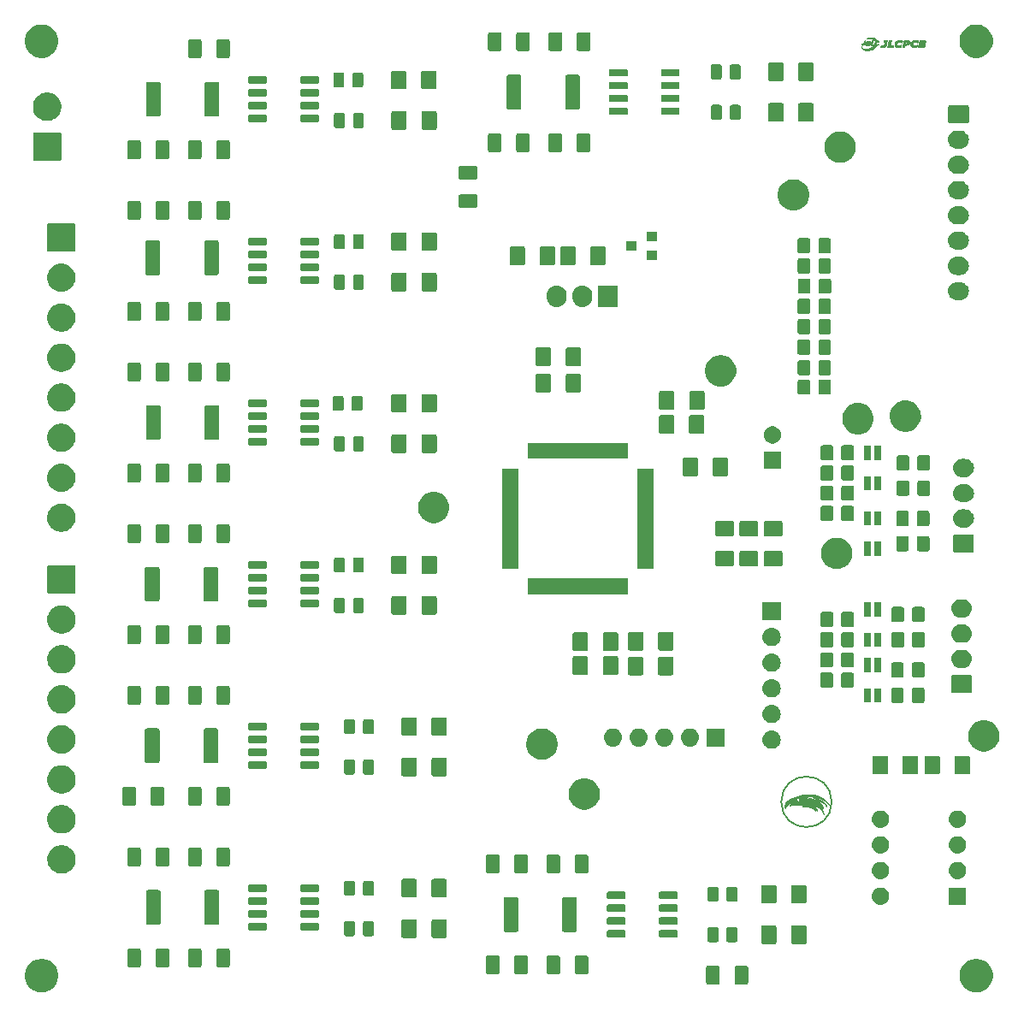
<source format=gbr>
G04 #@! TF.GenerationSoftware,KiCad,Pcbnew,(5.1.0)-1*
G04 #@! TF.CreationDate,2019-06-04T19:04:59+05:30*
G04 #@! TF.ProjectId,BQ76pl455a,42513736-706c-4343-9535-612e6b696361,rev?*
G04 #@! TF.SameCoordinates,Original*
G04 #@! TF.FileFunction,Soldermask,Top*
G04 #@! TF.FilePolarity,Negative*
%FSLAX46Y46*%
G04 Gerber Fmt 4.6, Leading zero omitted, Abs format (unit mm)*
G04 Created by KiCad (PCBNEW (5.1.0)-1) date 2019-06-04 19:04:59*
%MOMM*%
%LPD*%
G04 APERTURE LIST*
%ADD10C,0.200000*%
%ADD11C,0.010000*%
%ADD12C,0.100000*%
G04 APERTURE END LIST*
D10*
X153770000Y-116770000D02*
G75*
G03X153770000Y-116770000I-2500000J0D01*
G01*
D11*
G36*
X151977928Y-116801391D02*
G01*
X152001924Y-116805138D01*
X152026601Y-116808926D01*
X152028025Y-116809142D01*
X152051868Y-116813699D01*
X152083586Y-116821056D01*
X152118955Y-116830149D01*
X152153754Y-116839914D01*
X152171706Y-116845370D01*
X152205476Y-116858217D01*
X152245908Y-116877084D01*
X152289663Y-116900163D01*
X152333402Y-116925644D01*
X152373787Y-116951720D01*
X152392197Y-116964798D01*
X152466974Y-117026381D01*
X152540751Y-117099625D01*
X152612630Y-117183489D01*
X152681717Y-117276935D01*
X152742039Y-117370475D01*
X152757426Y-117396501D01*
X152770526Y-117419691D01*
X152779779Y-117437220D01*
X152783398Y-117445379D01*
X152789097Y-117456093D01*
X152793627Y-117458950D01*
X152799398Y-117463778D01*
X152799550Y-117465177D01*
X152802091Y-117473305D01*
X152808920Y-117490050D01*
X152818847Y-117512571D01*
X152825521Y-117527090D01*
X152839675Y-117557504D01*
X152850596Y-117581202D01*
X152860454Y-117602962D01*
X152871418Y-117627563D01*
X152881749Y-117650926D01*
X152894377Y-117681869D01*
X152907586Y-117718297D01*
X152920799Y-117758138D01*
X152933437Y-117799325D01*
X152944926Y-117839789D01*
X152954686Y-117877460D01*
X152962142Y-117910270D01*
X152966717Y-117936150D01*
X152967833Y-117953031D01*
X152967108Y-117957002D01*
X152960561Y-117966099D01*
X152952726Y-117962588D01*
X152943581Y-117946458D01*
X152942510Y-117943949D01*
X152936348Y-117928153D01*
X152933065Y-117917695D01*
X152932900Y-117916469D01*
X152930492Y-117909059D01*
X152923997Y-117892612D01*
X152914502Y-117869690D01*
X152903096Y-117842852D01*
X152890867Y-117814660D01*
X152878905Y-117787675D01*
X152868299Y-117764456D01*
X152867968Y-117763750D01*
X152859554Y-117746821D01*
X152847843Y-117724602D01*
X152834370Y-117699842D01*
X152820671Y-117675294D01*
X152808281Y-117653706D01*
X152798734Y-117637830D01*
X152793566Y-117630416D01*
X152793548Y-117630400D01*
X152787611Y-117622779D01*
X152783675Y-117616633D01*
X152753213Y-117571398D01*
X152714940Y-117523187D01*
X152671506Y-117474771D01*
X152625563Y-117428927D01*
X152579762Y-117388428D01*
X152536754Y-117356048D01*
X152531024Y-117352267D01*
X152481896Y-117322526D01*
X152435074Y-117298980D01*
X152386618Y-117280049D01*
X152332593Y-117264155D01*
X152282025Y-117252417D01*
X152271248Y-117244311D01*
X152257777Y-117224188D01*
X152247100Y-117203599D01*
X152203062Y-117120958D01*
X152152877Y-117043988D01*
X152094549Y-116969941D01*
X152026082Y-116896070D01*
X152017347Y-116887342D01*
X151986867Y-116856505D01*
X151965546Y-116833250D01*
X151953013Y-116816764D01*
X151948894Y-116806238D01*
X151952818Y-116800858D01*
X151964412Y-116799815D01*
X151977928Y-116801391D01*
X151977928Y-116801391D01*
G37*
X151977928Y-116801391D02*
X152001924Y-116805138D01*
X152026601Y-116808926D01*
X152028025Y-116809142D01*
X152051868Y-116813699D01*
X152083586Y-116821056D01*
X152118955Y-116830149D01*
X152153754Y-116839914D01*
X152171706Y-116845370D01*
X152205476Y-116858217D01*
X152245908Y-116877084D01*
X152289663Y-116900163D01*
X152333402Y-116925644D01*
X152373787Y-116951720D01*
X152392197Y-116964798D01*
X152466974Y-117026381D01*
X152540751Y-117099625D01*
X152612630Y-117183489D01*
X152681717Y-117276935D01*
X152742039Y-117370475D01*
X152757426Y-117396501D01*
X152770526Y-117419691D01*
X152779779Y-117437220D01*
X152783398Y-117445379D01*
X152789097Y-117456093D01*
X152793627Y-117458950D01*
X152799398Y-117463778D01*
X152799550Y-117465177D01*
X152802091Y-117473305D01*
X152808920Y-117490050D01*
X152818847Y-117512571D01*
X152825521Y-117527090D01*
X152839675Y-117557504D01*
X152850596Y-117581202D01*
X152860454Y-117602962D01*
X152871418Y-117627563D01*
X152881749Y-117650926D01*
X152894377Y-117681869D01*
X152907586Y-117718297D01*
X152920799Y-117758138D01*
X152933437Y-117799325D01*
X152944926Y-117839789D01*
X152954686Y-117877460D01*
X152962142Y-117910270D01*
X152966717Y-117936150D01*
X152967833Y-117953031D01*
X152967108Y-117957002D01*
X152960561Y-117966099D01*
X152952726Y-117962588D01*
X152943581Y-117946458D01*
X152942510Y-117943949D01*
X152936348Y-117928153D01*
X152933065Y-117917695D01*
X152932900Y-117916469D01*
X152930492Y-117909059D01*
X152923997Y-117892612D01*
X152914502Y-117869690D01*
X152903096Y-117842852D01*
X152890867Y-117814660D01*
X152878905Y-117787675D01*
X152868299Y-117764456D01*
X152867968Y-117763750D01*
X152859554Y-117746821D01*
X152847843Y-117724602D01*
X152834370Y-117699842D01*
X152820671Y-117675294D01*
X152808281Y-117653706D01*
X152798734Y-117637830D01*
X152793566Y-117630416D01*
X152793548Y-117630400D01*
X152787611Y-117622779D01*
X152783675Y-117616633D01*
X152753213Y-117571398D01*
X152714940Y-117523187D01*
X152671506Y-117474771D01*
X152625563Y-117428927D01*
X152579762Y-117388428D01*
X152536754Y-117356048D01*
X152531024Y-117352267D01*
X152481896Y-117322526D01*
X152435074Y-117298980D01*
X152386618Y-117280049D01*
X152332593Y-117264155D01*
X152282025Y-117252417D01*
X152271248Y-117244311D01*
X152257777Y-117224188D01*
X152247100Y-117203599D01*
X152203062Y-117120958D01*
X152152877Y-117043988D01*
X152094549Y-116969941D01*
X152026082Y-116896070D01*
X152017347Y-116887342D01*
X151986867Y-116856505D01*
X151965546Y-116833250D01*
X151953013Y-116816764D01*
X151948894Y-116806238D01*
X151952818Y-116800858D01*
X151964412Y-116799815D01*
X151977928Y-116801391D01*
G36*
X150862747Y-116595338D02*
G01*
X150889213Y-116598680D01*
X150924599Y-116604358D01*
X150967184Y-116612096D01*
X151015200Y-116621608D01*
X151060287Y-116630913D01*
X151095558Y-116638354D01*
X151123642Y-116644585D01*
X151147172Y-116650260D01*
X151168779Y-116656032D01*
X151191093Y-116662554D01*
X151216746Y-116670479D01*
X151234275Y-116676002D01*
X151278703Y-116690159D01*
X151313313Y-116701486D01*
X151340455Y-116710796D01*
X151362478Y-116718903D01*
X151381731Y-116726617D01*
X151386675Y-116728701D01*
X151407171Y-116737389D01*
X151424550Y-116744686D01*
X151431125Y-116747408D01*
X151463659Y-116761128D01*
X151497862Y-116776268D01*
X151529992Y-116791115D01*
X151556306Y-116803955D01*
X151567650Y-116809930D01*
X151608188Y-116832992D01*
X151651372Y-116858646D01*
X151693896Y-116884847D01*
X151732453Y-116909551D01*
X151763738Y-116930715D01*
X151768597Y-116934173D01*
X151808683Y-116963370D01*
X151841377Y-116988199D01*
X151869858Y-117011329D01*
X151897305Y-117035429D01*
X151926897Y-117063169D01*
X151955996Y-117091487D01*
X151991304Y-117126789D01*
X152022019Y-117159009D01*
X152051256Y-117191607D01*
X152082131Y-117228043D01*
X152112523Y-117265275D01*
X152123999Y-117280516D01*
X152139909Y-117303066D01*
X152159131Y-117331197D01*
X152180546Y-117363178D01*
X152203029Y-117397282D01*
X152225460Y-117431779D01*
X152246717Y-117464941D01*
X152265678Y-117495038D01*
X152281222Y-117520342D01*
X152292226Y-117539125D01*
X152297568Y-117549656D01*
X152297900Y-117550968D01*
X152300862Y-117557446D01*
X152308517Y-117571400D01*
X152316215Y-117584703D01*
X152327255Y-117604524D01*
X152335834Y-117621887D01*
X152338868Y-117629433D01*
X152339978Y-117640756D01*
X152334488Y-117643394D01*
X152324319Y-117638080D01*
X152311391Y-117625548D01*
X152303992Y-117616112D01*
X152275397Y-117577403D01*
X152252240Y-117548407D01*
X152237398Y-117532066D01*
X152228337Y-117522345D01*
X152213181Y-117505326D01*
X152194041Y-117483408D01*
X152173028Y-117458986D01*
X152172996Y-117458950D01*
X152136632Y-117418518D01*
X152094154Y-117374769D01*
X152048721Y-117330727D01*
X152003489Y-117289418D01*
X151961618Y-117253865D01*
X151946222Y-117241706D01*
X151913504Y-117216643D01*
X151889398Y-117198394D01*
X151872505Y-117185956D01*
X151861431Y-117178323D01*
X151854779Y-117174491D01*
X151851388Y-117173460D01*
X151843429Y-117169762D01*
X151830066Y-117160890D01*
X151825988Y-117157870D01*
X151809785Y-117147141D01*
X151785830Y-117133254D01*
X151756368Y-117117314D01*
X151723641Y-117100423D01*
X151689895Y-117083686D01*
X151657373Y-117068207D01*
X151628319Y-117055090D01*
X151604977Y-117045438D01*
X151589591Y-117040356D01*
X151586093Y-117039850D01*
X151573566Y-117036431D01*
X151570507Y-117034295D01*
X151561229Y-117029997D01*
X151541972Y-117023883D01*
X151515224Y-117016564D01*
X151483472Y-117008652D01*
X151449202Y-117000760D01*
X151414902Y-116993499D01*
X151383059Y-116987480D01*
X151373975Y-116985946D01*
X151346613Y-116982346D01*
X151310610Y-116978836D01*
X151270023Y-116975750D01*
X151228906Y-116973425D01*
X151215225Y-116972855D01*
X151113625Y-116969078D01*
X151069483Y-116920326D01*
X151026463Y-116873929D01*
X150987764Y-116835219D01*
X150951232Y-116802832D01*
X150914713Y-116775404D01*
X150876050Y-116751572D01*
X150833091Y-116729973D01*
X150783678Y-116709244D01*
X150725658Y-116688021D01*
X150675475Y-116671051D01*
X150628206Y-116655234D01*
X150591779Y-116642510D01*
X150564878Y-116632289D01*
X150546189Y-116623982D01*
X150534399Y-116617000D01*
X150528194Y-116610754D01*
X150526259Y-116604655D01*
X150526250Y-116604144D01*
X150528292Y-116598865D01*
X150535570Y-116596229D01*
X150549812Y-116596265D01*
X150572742Y-116598999D01*
X150606090Y-116604458D01*
X150611975Y-116605492D01*
X150673980Y-116612019D01*
X150739675Y-116611187D01*
X150802486Y-116603118D01*
X150808825Y-116601818D01*
X150828279Y-116597833D01*
X150842732Y-116595181D01*
X150846925Y-116594608D01*
X150862747Y-116595338D01*
X150862747Y-116595338D01*
G37*
X150862747Y-116595338D02*
X150889213Y-116598680D01*
X150924599Y-116604358D01*
X150967184Y-116612096D01*
X151015200Y-116621608D01*
X151060287Y-116630913D01*
X151095558Y-116638354D01*
X151123642Y-116644585D01*
X151147172Y-116650260D01*
X151168779Y-116656032D01*
X151191093Y-116662554D01*
X151216746Y-116670479D01*
X151234275Y-116676002D01*
X151278703Y-116690159D01*
X151313313Y-116701486D01*
X151340455Y-116710796D01*
X151362478Y-116718903D01*
X151381731Y-116726617D01*
X151386675Y-116728701D01*
X151407171Y-116737389D01*
X151424550Y-116744686D01*
X151431125Y-116747408D01*
X151463659Y-116761128D01*
X151497862Y-116776268D01*
X151529992Y-116791115D01*
X151556306Y-116803955D01*
X151567650Y-116809930D01*
X151608188Y-116832992D01*
X151651372Y-116858646D01*
X151693896Y-116884847D01*
X151732453Y-116909551D01*
X151763738Y-116930715D01*
X151768597Y-116934173D01*
X151808683Y-116963370D01*
X151841377Y-116988199D01*
X151869858Y-117011329D01*
X151897305Y-117035429D01*
X151926897Y-117063169D01*
X151955996Y-117091487D01*
X151991304Y-117126789D01*
X152022019Y-117159009D01*
X152051256Y-117191607D01*
X152082131Y-117228043D01*
X152112523Y-117265275D01*
X152123999Y-117280516D01*
X152139909Y-117303066D01*
X152159131Y-117331197D01*
X152180546Y-117363178D01*
X152203029Y-117397282D01*
X152225460Y-117431779D01*
X152246717Y-117464941D01*
X152265678Y-117495038D01*
X152281222Y-117520342D01*
X152292226Y-117539125D01*
X152297568Y-117549656D01*
X152297900Y-117550968D01*
X152300862Y-117557446D01*
X152308517Y-117571400D01*
X152316215Y-117584703D01*
X152327255Y-117604524D01*
X152335834Y-117621887D01*
X152338868Y-117629433D01*
X152339978Y-117640756D01*
X152334488Y-117643394D01*
X152324319Y-117638080D01*
X152311391Y-117625548D01*
X152303992Y-117616112D01*
X152275397Y-117577403D01*
X152252240Y-117548407D01*
X152237398Y-117532066D01*
X152228337Y-117522345D01*
X152213181Y-117505326D01*
X152194041Y-117483408D01*
X152173028Y-117458986D01*
X152172996Y-117458950D01*
X152136632Y-117418518D01*
X152094154Y-117374769D01*
X152048721Y-117330727D01*
X152003489Y-117289418D01*
X151961618Y-117253865D01*
X151946222Y-117241706D01*
X151913504Y-117216643D01*
X151889398Y-117198394D01*
X151872505Y-117185956D01*
X151861431Y-117178323D01*
X151854779Y-117174491D01*
X151851388Y-117173460D01*
X151843429Y-117169762D01*
X151830066Y-117160890D01*
X151825988Y-117157870D01*
X151809785Y-117147141D01*
X151785830Y-117133254D01*
X151756368Y-117117314D01*
X151723641Y-117100423D01*
X151689895Y-117083686D01*
X151657373Y-117068207D01*
X151628319Y-117055090D01*
X151604977Y-117045438D01*
X151589591Y-117040356D01*
X151586093Y-117039850D01*
X151573566Y-117036431D01*
X151570507Y-117034295D01*
X151561229Y-117029997D01*
X151541972Y-117023883D01*
X151515224Y-117016564D01*
X151483472Y-117008652D01*
X151449202Y-117000760D01*
X151414902Y-116993499D01*
X151383059Y-116987480D01*
X151373975Y-116985946D01*
X151346613Y-116982346D01*
X151310610Y-116978836D01*
X151270023Y-116975750D01*
X151228906Y-116973425D01*
X151215225Y-116972855D01*
X151113625Y-116969078D01*
X151069483Y-116920326D01*
X151026463Y-116873929D01*
X150987764Y-116835219D01*
X150951232Y-116802832D01*
X150914713Y-116775404D01*
X150876050Y-116751572D01*
X150833091Y-116729973D01*
X150783678Y-116709244D01*
X150725658Y-116688021D01*
X150675475Y-116671051D01*
X150628206Y-116655234D01*
X150591779Y-116642510D01*
X150564878Y-116632289D01*
X150546189Y-116623982D01*
X150534399Y-116617000D01*
X150528194Y-116610754D01*
X150526259Y-116604655D01*
X150526250Y-116604144D01*
X150528292Y-116598865D01*
X150535570Y-116596229D01*
X150549812Y-116596265D01*
X150572742Y-116598999D01*
X150606090Y-116604458D01*
X150611975Y-116605492D01*
X150673980Y-116612019D01*
X150739675Y-116611187D01*
X150802486Y-116603118D01*
X150808825Y-116601818D01*
X150828279Y-116597833D01*
X150842732Y-116595181D01*
X150846925Y-116594608D01*
X150862747Y-116595338D01*
G36*
X151186140Y-117018025D02*
G01*
X151203944Y-117023110D01*
X151228976Y-117028768D01*
X151255890Y-117033793D01*
X151256500Y-117033893D01*
X151371229Y-117055401D01*
X151476156Y-117080900D01*
X151573753Y-117111126D01*
X151666493Y-117146816D01*
X151726400Y-117173797D01*
X151755494Y-117187798D01*
X151778419Y-117199353D01*
X151798582Y-117210414D01*
X151819390Y-117222932D01*
X151844249Y-117238859D01*
X151872863Y-117257695D01*
X151910911Y-117286311D01*
X151952412Y-117323442D01*
X151994798Y-117366419D01*
X152035506Y-117412573D01*
X152071969Y-117459234D01*
X152086440Y-117479880D01*
X152097627Y-117496884D01*
X152105231Y-117509171D01*
X152107400Y-117513476D01*
X152110268Y-117519740D01*
X152117953Y-117534470D01*
X152129071Y-117555043D01*
X152135322Y-117566406D01*
X152149318Y-117592698D01*
X152156913Y-117609928D01*
X152158566Y-117619725D01*
X152154736Y-117623714D01*
X152151562Y-117624050D01*
X152145595Y-117619686D01*
X152133126Y-117607922D01*
X152116201Y-117590749D01*
X152103408Y-117577228D01*
X152071606Y-117544868D01*
X152037623Y-117513320D01*
X152003809Y-117484543D01*
X151972517Y-117460495D01*
X151946100Y-117443134D01*
X151935950Y-117437801D01*
X151925124Y-117432169D01*
X151908151Y-117422738D01*
X151897850Y-117416839D01*
X151858467Y-117396304D01*
X151809468Y-117374310D01*
X151753696Y-117351856D01*
X151693993Y-117329945D01*
X151633204Y-117309575D01*
X151574170Y-117291748D01*
X151519735Y-117277465D01*
X151475575Y-117268212D01*
X151453838Y-117264295D01*
X151425195Y-117258966D01*
X151395198Y-117253260D01*
X151389850Y-117252228D01*
X151328703Y-117240910D01*
X151276962Y-117232506D01*
X151234275Y-117226836D01*
X151211861Y-117224209D01*
X151182885Y-117220781D01*
X151153394Y-117217268D01*
X151151725Y-117217068D01*
X151127191Y-117214715D01*
X151093647Y-117212305D01*
X151054777Y-117210065D01*
X151014268Y-117208220D01*
X150996150Y-117207567D01*
X150952045Y-117206042D01*
X150918908Y-117204541D01*
X150895011Y-117202760D01*
X150878624Y-117200392D01*
X150868019Y-117197134D01*
X150861468Y-117192681D01*
X150857243Y-117186728D01*
X150855300Y-117182737D01*
X150851331Y-117170157D01*
X150853174Y-117160437D01*
X150862079Y-117153089D01*
X150879295Y-117147625D01*
X150906073Y-117143558D01*
X150943662Y-117140399D01*
X150967385Y-117138982D01*
X150985867Y-117138019D01*
X151000104Y-117136589D01*
X151011916Y-117133403D01*
X151023123Y-117127172D01*
X151035547Y-117116605D01*
X151051008Y-117100415D01*
X151071327Y-117077311D01*
X151097750Y-117046671D01*
X151119467Y-117024776D01*
X151139291Y-117013423D01*
X151160492Y-117011550D01*
X151186140Y-117018025D01*
X151186140Y-117018025D01*
G37*
X151186140Y-117018025D02*
X151203944Y-117023110D01*
X151228976Y-117028768D01*
X151255890Y-117033793D01*
X151256500Y-117033893D01*
X151371229Y-117055401D01*
X151476156Y-117080900D01*
X151573753Y-117111126D01*
X151666493Y-117146816D01*
X151726400Y-117173797D01*
X151755494Y-117187798D01*
X151778419Y-117199353D01*
X151798582Y-117210414D01*
X151819390Y-117222932D01*
X151844249Y-117238859D01*
X151872863Y-117257695D01*
X151910911Y-117286311D01*
X151952412Y-117323442D01*
X151994798Y-117366419D01*
X152035506Y-117412573D01*
X152071969Y-117459234D01*
X152086440Y-117479880D01*
X152097627Y-117496884D01*
X152105231Y-117509171D01*
X152107400Y-117513476D01*
X152110268Y-117519740D01*
X152117953Y-117534470D01*
X152129071Y-117555043D01*
X152135322Y-117566406D01*
X152149318Y-117592698D01*
X152156913Y-117609928D01*
X152158566Y-117619725D01*
X152154736Y-117623714D01*
X152151562Y-117624050D01*
X152145595Y-117619686D01*
X152133126Y-117607922D01*
X152116201Y-117590749D01*
X152103408Y-117577228D01*
X152071606Y-117544868D01*
X152037623Y-117513320D01*
X152003809Y-117484543D01*
X151972517Y-117460495D01*
X151946100Y-117443134D01*
X151935950Y-117437801D01*
X151925124Y-117432169D01*
X151908151Y-117422738D01*
X151897850Y-117416839D01*
X151858467Y-117396304D01*
X151809468Y-117374310D01*
X151753696Y-117351856D01*
X151693993Y-117329945D01*
X151633204Y-117309575D01*
X151574170Y-117291748D01*
X151519735Y-117277465D01*
X151475575Y-117268212D01*
X151453838Y-117264295D01*
X151425195Y-117258966D01*
X151395198Y-117253260D01*
X151389850Y-117252228D01*
X151328703Y-117240910D01*
X151276962Y-117232506D01*
X151234275Y-117226836D01*
X151211861Y-117224209D01*
X151182885Y-117220781D01*
X151153394Y-117217268D01*
X151151725Y-117217068D01*
X151127191Y-117214715D01*
X151093647Y-117212305D01*
X151054777Y-117210065D01*
X151014268Y-117208220D01*
X150996150Y-117207567D01*
X150952045Y-117206042D01*
X150918908Y-117204541D01*
X150895011Y-117202760D01*
X150878624Y-117200392D01*
X150868019Y-117197134D01*
X150861468Y-117192681D01*
X150857243Y-117186728D01*
X150855300Y-117182737D01*
X150851331Y-117170157D01*
X150853174Y-117160437D01*
X150862079Y-117153089D01*
X150879295Y-117147625D01*
X150906073Y-117143558D01*
X150943662Y-117140399D01*
X150967385Y-117138982D01*
X150985867Y-117138019D01*
X151000104Y-117136589D01*
X151011916Y-117133403D01*
X151023123Y-117127172D01*
X151035547Y-117116605D01*
X151051008Y-117100415D01*
X151071327Y-117077311D01*
X151097750Y-117046671D01*
X151119467Y-117024776D01*
X151139291Y-117013423D01*
X151160492Y-117011550D01*
X151186140Y-117018025D01*
G36*
X150464012Y-116228461D02*
G01*
X150468308Y-116232683D01*
X150469020Y-116240773D01*
X150464475Y-116259341D01*
X150451626Y-116285120D01*
X150431418Y-116316620D01*
X150404796Y-116352349D01*
X150377025Y-116385862D01*
X150337188Y-116433710D01*
X150306722Y-116474962D01*
X150285097Y-116510977D01*
X150271784Y-116543114D01*
X150266255Y-116572732D01*
X150267979Y-116601192D01*
X150276427Y-116629851D01*
X150279346Y-116636796D01*
X150296656Y-116664411D01*
X150322539Y-116687199D01*
X150357924Y-116705634D01*
X150403743Y-116720192D01*
X150460925Y-116731348D01*
X150465925Y-116732094D01*
X150486829Y-116735278D01*
X150513053Y-116739435D01*
X150529425Y-116742103D01*
X150556994Y-116746492D01*
X150589066Y-116751363D01*
X150611975Y-116754700D01*
X150698403Y-116769207D01*
X150773246Y-116786740D01*
X150837339Y-116807668D01*
X150891516Y-116832364D01*
X150936613Y-116861200D01*
X150973464Y-116894546D01*
X150999099Y-116926968D01*
X151012185Y-116948239D01*
X151018961Y-116965967D01*
X151021371Y-116986263D01*
X151021549Y-116997530D01*
X151018742Y-117032936D01*
X151009403Y-117059211D01*
X150992155Y-117078832D01*
X150968508Y-117092953D01*
X150954086Y-117099458D01*
X150942088Y-117103499D01*
X150929397Y-117105281D01*
X150912895Y-117105010D01*
X150889461Y-117102890D01*
X150862800Y-117099907D01*
X150832118Y-117096226D01*
X150804760Y-117092624D01*
X150783984Y-117089550D01*
X150773900Y-117087679D01*
X150760306Y-117085121D01*
X150738229Y-117081759D01*
X150711806Y-117078211D01*
X150704050Y-117077251D01*
X150677155Y-117073939D01*
X150653422Y-117070926D01*
X150636984Y-117068739D01*
X150634200Y-117068339D01*
X150517943Y-117054198D01*
X150397391Y-117045498D01*
X150276181Y-117042311D01*
X150157948Y-117044707D01*
X150046328Y-117052757D01*
X150015075Y-117056237D01*
X149959891Y-117063086D01*
X149914053Y-117069249D01*
X149874270Y-117075319D01*
X149837254Y-117081893D01*
X149799715Y-117089566D01*
X149758362Y-117098933D01*
X149709907Y-117110588D01*
X149696512Y-117113877D01*
X149656560Y-117122859D01*
X149627955Y-117127104D01*
X149610172Y-117126383D01*
X149602687Y-117120468D01*
X149604975Y-117109132D01*
X149616511Y-117092146D01*
X149624562Y-117082618D01*
X149664895Y-117043736D01*
X149711664Y-117012337D01*
X149761075Y-116989031D01*
X149785919Y-116979031D01*
X149807451Y-116970351D01*
X149822012Y-116964467D01*
X149824575Y-116963427D01*
X149830919Y-116960972D01*
X149838077Y-116958687D01*
X149848042Y-116956122D01*
X149862811Y-116952829D01*
X149884378Y-116948358D01*
X149914740Y-116942262D01*
X149948400Y-116935575D01*
X149986368Y-116928330D01*
X150021922Y-116922274D01*
X150056774Y-116917282D01*
X150092636Y-116913227D01*
X150131220Y-116909986D01*
X150174238Y-116907433D01*
X150223401Y-116905442D01*
X150280422Y-116903889D01*
X150347013Y-116902648D01*
X150410644Y-116901767D01*
X150466114Y-116901010D01*
X150517308Y-116900177D01*
X150562906Y-116899300D01*
X150601589Y-116898410D01*
X150632038Y-116897538D01*
X150652933Y-116896717D01*
X150662956Y-116895977D01*
X150663637Y-116895720D01*
X150654068Y-116891516D01*
X150633648Y-116886204D01*
X150604146Y-116880084D01*
X150567333Y-116873453D01*
X150524979Y-116866608D01*
X150478855Y-116859846D01*
X150430730Y-116853464D01*
X150382376Y-116847761D01*
X150370675Y-116846499D01*
X150328046Y-116843054D01*
X150276346Y-116840558D01*
X150218603Y-116839015D01*
X150157846Y-116838424D01*
X150097103Y-116838788D01*
X150039401Y-116840108D01*
X149987770Y-116842386D01*
X149945237Y-116845622D01*
X149938875Y-116846296D01*
X149826626Y-116862258D01*
X149725026Y-116884017D01*
X149633266Y-116911887D01*
X149550537Y-116946184D01*
X149476030Y-116987226D01*
X149408937Y-117035327D01*
X149371604Y-117067990D01*
X149320446Y-117123332D01*
X149278007Y-117185326D01*
X149243597Y-117255246D01*
X149216522Y-117334361D01*
X149207312Y-117370050D01*
X149200423Y-117385828D01*
X149190482Y-117394384D01*
X149186400Y-117394922D01*
X149178887Y-117392288D01*
X149167350Y-117387258D01*
X149153777Y-117379512D01*
X149146688Y-117373400D01*
X149142052Y-117363631D01*
X149135511Y-117345948D01*
X149128506Y-117324691D01*
X149122478Y-117304197D01*
X149119210Y-117290675D01*
X149107555Y-117205328D01*
X149107223Y-117125005D01*
X149118473Y-117048500D01*
X149141561Y-116974606D01*
X149176744Y-116902117D01*
X149214554Y-116843224D01*
X149228274Y-116825753D01*
X149247627Y-116803567D01*
X149270965Y-116778306D01*
X149296637Y-116751613D01*
X149322994Y-116725129D01*
X149348385Y-116700494D01*
X149371161Y-116679352D01*
X149389672Y-116663342D01*
X149402267Y-116654106D01*
X149406278Y-116652500D01*
X149414685Y-116648254D01*
X149426476Y-116637904D01*
X149427699Y-116636625D01*
X149439385Y-116625864D01*
X149447982Y-116620805D01*
X149448530Y-116620750D01*
X149456623Y-116617092D01*
X149470476Y-116607805D01*
X149478500Y-116601700D01*
X149493242Y-116590571D01*
X149503667Y-116583709D01*
X149506203Y-116582650D01*
X149512887Y-116579444D01*
X149527406Y-116570929D01*
X149546973Y-116558756D01*
X149552914Y-116554958D01*
X149574970Y-116541793D01*
X149604769Y-116525488D01*
X149640600Y-116506848D01*
X149680752Y-116486679D01*
X149723514Y-116465783D01*
X149767176Y-116444967D01*
X149810025Y-116425035D01*
X149850351Y-116406792D01*
X149886444Y-116391041D01*
X149916592Y-116378588D01*
X149939085Y-116370238D01*
X149952211Y-116366795D01*
X149953109Y-116366749D01*
X149962553Y-116364124D01*
X149977151Y-116357766D01*
X149977946Y-116357372D01*
X149995067Y-116349970D01*
X150009084Y-116345626D01*
X150024637Y-116341635D01*
X150030950Y-116339444D01*
X150045757Y-116334075D01*
X150068768Y-116326328D01*
X150096018Y-116317475D01*
X150123545Y-116308785D01*
X150147386Y-116301529D01*
X150162828Y-116297168D01*
X150182925Y-116291750D01*
X150207896Y-116284691D01*
X150221450Y-116280736D01*
X150285876Y-116262100D01*
X150338996Y-116247701D01*
X150381422Y-116237389D01*
X150413765Y-116231012D01*
X150432587Y-116228659D01*
X150453112Y-116227455D01*
X150464012Y-116228461D01*
X150464012Y-116228461D01*
G37*
X150464012Y-116228461D02*
X150468308Y-116232683D01*
X150469020Y-116240773D01*
X150464475Y-116259341D01*
X150451626Y-116285120D01*
X150431418Y-116316620D01*
X150404796Y-116352349D01*
X150377025Y-116385862D01*
X150337188Y-116433710D01*
X150306722Y-116474962D01*
X150285097Y-116510977D01*
X150271784Y-116543114D01*
X150266255Y-116572732D01*
X150267979Y-116601192D01*
X150276427Y-116629851D01*
X150279346Y-116636796D01*
X150296656Y-116664411D01*
X150322539Y-116687199D01*
X150357924Y-116705634D01*
X150403743Y-116720192D01*
X150460925Y-116731348D01*
X150465925Y-116732094D01*
X150486829Y-116735278D01*
X150513053Y-116739435D01*
X150529425Y-116742103D01*
X150556994Y-116746492D01*
X150589066Y-116751363D01*
X150611975Y-116754700D01*
X150698403Y-116769207D01*
X150773246Y-116786740D01*
X150837339Y-116807668D01*
X150891516Y-116832364D01*
X150936613Y-116861200D01*
X150973464Y-116894546D01*
X150999099Y-116926968D01*
X151012185Y-116948239D01*
X151018961Y-116965967D01*
X151021371Y-116986263D01*
X151021549Y-116997530D01*
X151018742Y-117032936D01*
X151009403Y-117059211D01*
X150992155Y-117078832D01*
X150968508Y-117092953D01*
X150954086Y-117099458D01*
X150942088Y-117103499D01*
X150929397Y-117105281D01*
X150912895Y-117105010D01*
X150889461Y-117102890D01*
X150862800Y-117099907D01*
X150832118Y-117096226D01*
X150804760Y-117092624D01*
X150783984Y-117089550D01*
X150773900Y-117087679D01*
X150760306Y-117085121D01*
X150738229Y-117081759D01*
X150711806Y-117078211D01*
X150704050Y-117077251D01*
X150677155Y-117073939D01*
X150653422Y-117070926D01*
X150636984Y-117068739D01*
X150634200Y-117068339D01*
X150517943Y-117054198D01*
X150397391Y-117045498D01*
X150276181Y-117042311D01*
X150157948Y-117044707D01*
X150046328Y-117052757D01*
X150015075Y-117056237D01*
X149959891Y-117063086D01*
X149914053Y-117069249D01*
X149874270Y-117075319D01*
X149837254Y-117081893D01*
X149799715Y-117089566D01*
X149758362Y-117098933D01*
X149709907Y-117110588D01*
X149696512Y-117113877D01*
X149656560Y-117122859D01*
X149627955Y-117127104D01*
X149610172Y-117126383D01*
X149602687Y-117120468D01*
X149604975Y-117109132D01*
X149616511Y-117092146D01*
X149624562Y-117082618D01*
X149664895Y-117043736D01*
X149711664Y-117012337D01*
X149761075Y-116989031D01*
X149785919Y-116979031D01*
X149807451Y-116970351D01*
X149822012Y-116964467D01*
X149824575Y-116963427D01*
X149830919Y-116960972D01*
X149838077Y-116958687D01*
X149848042Y-116956122D01*
X149862811Y-116952829D01*
X149884378Y-116948358D01*
X149914740Y-116942262D01*
X149948400Y-116935575D01*
X149986368Y-116928330D01*
X150021922Y-116922274D01*
X150056774Y-116917282D01*
X150092636Y-116913227D01*
X150131220Y-116909986D01*
X150174238Y-116907433D01*
X150223401Y-116905442D01*
X150280422Y-116903889D01*
X150347013Y-116902648D01*
X150410644Y-116901767D01*
X150466114Y-116901010D01*
X150517308Y-116900177D01*
X150562906Y-116899300D01*
X150601589Y-116898410D01*
X150632038Y-116897538D01*
X150652933Y-116896717D01*
X150662956Y-116895977D01*
X150663637Y-116895720D01*
X150654068Y-116891516D01*
X150633648Y-116886204D01*
X150604146Y-116880084D01*
X150567333Y-116873453D01*
X150524979Y-116866608D01*
X150478855Y-116859846D01*
X150430730Y-116853464D01*
X150382376Y-116847761D01*
X150370675Y-116846499D01*
X150328046Y-116843054D01*
X150276346Y-116840558D01*
X150218603Y-116839015D01*
X150157846Y-116838424D01*
X150097103Y-116838788D01*
X150039401Y-116840108D01*
X149987770Y-116842386D01*
X149945237Y-116845622D01*
X149938875Y-116846296D01*
X149826626Y-116862258D01*
X149725026Y-116884017D01*
X149633266Y-116911887D01*
X149550537Y-116946184D01*
X149476030Y-116987226D01*
X149408937Y-117035327D01*
X149371604Y-117067990D01*
X149320446Y-117123332D01*
X149278007Y-117185326D01*
X149243597Y-117255246D01*
X149216522Y-117334361D01*
X149207312Y-117370050D01*
X149200423Y-117385828D01*
X149190482Y-117394384D01*
X149186400Y-117394922D01*
X149178887Y-117392288D01*
X149167350Y-117387258D01*
X149153777Y-117379512D01*
X149146688Y-117373400D01*
X149142052Y-117363631D01*
X149135511Y-117345948D01*
X149128506Y-117324691D01*
X149122478Y-117304197D01*
X149119210Y-117290675D01*
X149107555Y-117205328D01*
X149107223Y-117125005D01*
X149118473Y-117048500D01*
X149141561Y-116974606D01*
X149176744Y-116902117D01*
X149214554Y-116843224D01*
X149228274Y-116825753D01*
X149247627Y-116803567D01*
X149270965Y-116778306D01*
X149296637Y-116751613D01*
X149322994Y-116725129D01*
X149348385Y-116700494D01*
X149371161Y-116679352D01*
X149389672Y-116663342D01*
X149402267Y-116654106D01*
X149406278Y-116652500D01*
X149414685Y-116648254D01*
X149426476Y-116637904D01*
X149427699Y-116636625D01*
X149439385Y-116625864D01*
X149447982Y-116620805D01*
X149448530Y-116620750D01*
X149456623Y-116617092D01*
X149470476Y-116607805D01*
X149478500Y-116601700D01*
X149493242Y-116590571D01*
X149503667Y-116583709D01*
X149506203Y-116582650D01*
X149512887Y-116579444D01*
X149527406Y-116570929D01*
X149546973Y-116558756D01*
X149552914Y-116554958D01*
X149574970Y-116541793D01*
X149604769Y-116525488D01*
X149640600Y-116506848D01*
X149680752Y-116486679D01*
X149723514Y-116465783D01*
X149767176Y-116444967D01*
X149810025Y-116425035D01*
X149850351Y-116406792D01*
X149886444Y-116391041D01*
X149916592Y-116378588D01*
X149939085Y-116370238D01*
X149952211Y-116366795D01*
X149953109Y-116366749D01*
X149962553Y-116364124D01*
X149977151Y-116357766D01*
X149977946Y-116357372D01*
X149995067Y-116349970D01*
X150009084Y-116345626D01*
X150024637Y-116341635D01*
X150030950Y-116339444D01*
X150045757Y-116334075D01*
X150068768Y-116326328D01*
X150096018Y-116317475D01*
X150123545Y-116308785D01*
X150147386Y-116301529D01*
X150162828Y-116297168D01*
X150182925Y-116291750D01*
X150207896Y-116284691D01*
X150221450Y-116280736D01*
X150285876Y-116262100D01*
X150338996Y-116247701D01*
X150381422Y-116237389D01*
X150413765Y-116231012D01*
X150432587Y-116228659D01*
X150453112Y-116227455D01*
X150464012Y-116228461D01*
G36*
X151486863Y-116394366D02*
G01*
X151514055Y-116397354D01*
X151543877Y-116400588D01*
X151554950Y-116401776D01*
X151576233Y-116404757D01*
X151606776Y-116409949D01*
X151643456Y-116416729D01*
X151683153Y-116424475D01*
X151722746Y-116432565D01*
X151759113Y-116440375D01*
X151789134Y-116447283D01*
X151808950Y-116452448D01*
X151831582Y-116459071D01*
X151858897Y-116467035D01*
X151875625Y-116471898D01*
X151938345Y-116492327D01*
X152007841Y-116518795D01*
X152080699Y-116549759D01*
X152153507Y-116583674D01*
X152222852Y-116618997D01*
X152285321Y-116654185D01*
X152304250Y-116665757D01*
X152390864Y-116723866D01*
X152475209Y-116787946D01*
X152555381Y-116856256D01*
X152629477Y-116927053D01*
X152695594Y-116998595D01*
X152751829Y-117069140D01*
X152764853Y-117087475D01*
X152779423Y-117107963D01*
X152791601Y-117124007D01*
X152799396Y-117133019D01*
X152800737Y-117134041D01*
X152805835Y-117141295D01*
X152805900Y-117142284D01*
X152809108Y-117150414D01*
X152817507Y-117165749D01*
X152828865Y-117184310D01*
X152844136Y-117209720D01*
X152860394Y-117239324D01*
X152876421Y-117270583D01*
X152890998Y-117300960D01*
X152902907Y-117327917D01*
X152910930Y-117348915D01*
X152913850Y-117361371D01*
X152911068Y-117373811D01*
X152902940Y-117375055D01*
X152889790Y-117365271D01*
X152871945Y-117344628D01*
X152865996Y-117336712D01*
X152850182Y-117315139D01*
X152829720Y-117287212D01*
X152807462Y-117256827D01*
X152789673Y-117232537D01*
X152772530Y-117210036D01*
X152751342Y-117183617D01*
X152727554Y-117154930D01*
X152702612Y-117125627D01*
X152677965Y-117097362D01*
X152655057Y-117071784D01*
X152635335Y-117050547D01*
X152620246Y-117035301D01*
X152611236Y-117027699D01*
X152609823Y-117027150D01*
X152603307Y-117023069D01*
X152590713Y-117012448D01*
X152577094Y-116999798D01*
X152555578Y-116980516D01*
X152530215Y-116959828D01*
X152513800Y-116947505D01*
X152495082Y-116934051D01*
X152480157Y-116923163D01*
X152472525Y-116917408D01*
X152448366Y-116900111D01*
X152415093Y-116879546D01*
X152375395Y-116857131D01*
X152331961Y-116834285D01*
X152287481Y-116812426D01*
X152244645Y-116792973D01*
X152209000Y-116778420D01*
X152122219Y-116749836D01*
X152034751Y-116729308D01*
X151949765Y-116717466D01*
X151888325Y-116714663D01*
X151853180Y-116710994D01*
X151823822Y-116698711D01*
X151796250Y-116676432D01*
X151773974Y-116656787D01*
X151742854Y-116632589D01*
X151705159Y-116605435D01*
X151663157Y-116576922D01*
X151619116Y-116548646D01*
X151586700Y-116528905D01*
X151557909Y-116511694D01*
X151531649Y-116495787D01*
X151510608Y-116482825D01*
X151497470Y-116474448D01*
X151496469Y-116473772D01*
X151482811Y-116465610D01*
X151473361Y-116462008D01*
X151473110Y-116462000D01*
X151463602Y-116458124D01*
X151458297Y-116454062D01*
X151445440Y-116444268D01*
X151437206Y-116439134D01*
X151426952Y-116427788D01*
X151422787Y-116415543D01*
X151425064Y-116402580D01*
X151436336Y-116395005D01*
X151457599Y-116392491D01*
X151486863Y-116394366D01*
X151486863Y-116394366D01*
G37*
X151486863Y-116394366D02*
X151514055Y-116397354D01*
X151543877Y-116400588D01*
X151554950Y-116401776D01*
X151576233Y-116404757D01*
X151606776Y-116409949D01*
X151643456Y-116416729D01*
X151683153Y-116424475D01*
X151722746Y-116432565D01*
X151759113Y-116440375D01*
X151789134Y-116447283D01*
X151808950Y-116452448D01*
X151831582Y-116459071D01*
X151858897Y-116467035D01*
X151875625Y-116471898D01*
X151938345Y-116492327D01*
X152007841Y-116518795D01*
X152080699Y-116549759D01*
X152153507Y-116583674D01*
X152222852Y-116618997D01*
X152285321Y-116654185D01*
X152304250Y-116665757D01*
X152390864Y-116723866D01*
X152475209Y-116787946D01*
X152555381Y-116856256D01*
X152629477Y-116927053D01*
X152695594Y-116998595D01*
X152751829Y-117069140D01*
X152764853Y-117087475D01*
X152779423Y-117107963D01*
X152791601Y-117124007D01*
X152799396Y-117133019D01*
X152800737Y-117134041D01*
X152805835Y-117141295D01*
X152805900Y-117142284D01*
X152809108Y-117150414D01*
X152817507Y-117165749D01*
X152828865Y-117184310D01*
X152844136Y-117209720D01*
X152860394Y-117239324D01*
X152876421Y-117270583D01*
X152890998Y-117300960D01*
X152902907Y-117327917D01*
X152910930Y-117348915D01*
X152913850Y-117361371D01*
X152911068Y-117373811D01*
X152902940Y-117375055D01*
X152889790Y-117365271D01*
X152871945Y-117344628D01*
X152865996Y-117336712D01*
X152850182Y-117315139D01*
X152829720Y-117287212D01*
X152807462Y-117256827D01*
X152789673Y-117232537D01*
X152772530Y-117210036D01*
X152751342Y-117183617D01*
X152727554Y-117154930D01*
X152702612Y-117125627D01*
X152677965Y-117097362D01*
X152655057Y-117071784D01*
X152635335Y-117050547D01*
X152620246Y-117035301D01*
X152611236Y-117027699D01*
X152609823Y-117027150D01*
X152603307Y-117023069D01*
X152590713Y-117012448D01*
X152577094Y-116999798D01*
X152555578Y-116980516D01*
X152530215Y-116959828D01*
X152513800Y-116947505D01*
X152495082Y-116934051D01*
X152480157Y-116923163D01*
X152472525Y-116917408D01*
X152448366Y-116900111D01*
X152415093Y-116879546D01*
X152375395Y-116857131D01*
X152331961Y-116834285D01*
X152287481Y-116812426D01*
X152244645Y-116792973D01*
X152209000Y-116778420D01*
X152122219Y-116749836D01*
X152034751Y-116729308D01*
X151949765Y-116717466D01*
X151888325Y-116714663D01*
X151853180Y-116710994D01*
X151823822Y-116698711D01*
X151796250Y-116676432D01*
X151773974Y-116656787D01*
X151742854Y-116632589D01*
X151705159Y-116605435D01*
X151663157Y-116576922D01*
X151619116Y-116548646D01*
X151586700Y-116528905D01*
X151557909Y-116511694D01*
X151531649Y-116495787D01*
X151510608Y-116482825D01*
X151497470Y-116474448D01*
X151496469Y-116473772D01*
X151482811Y-116465610D01*
X151473361Y-116462008D01*
X151473110Y-116462000D01*
X151463602Y-116458124D01*
X151458297Y-116454062D01*
X151445440Y-116444268D01*
X151437206Y-116439134D01*
X151426952Y-116427788D01*
X151422787Y-116415543D01*
X151425064Y-116402580D01*
X151436336Y-116395005D01*
X151457599Y-116392491D01*
X151486863Y-116394366D01*
G36*
X152214939Y-116471069D02*
G01*
X152255170Y-116473971D01*
X152256639Y-116474096D01*
X152308595Y-116478886D01*
X152351246Y-116483792D01*
X152387980Y-116489440D01*
X152422182Y-116496456D01*
X152457238Y-116505467D01*
X152496534Y-116517100D01*
X152507450Y-116520502D01*
X152592197Y-116551890D01*
X152678027Y-116592631D01*
X152760697Y-116640551D01*
X152817972Y-116679816D01*
X152837589Y-116694803D01*
X152862159Y-116714296D01*
X152889581Y-116736544D01*
X152917753Y-116759799D01*
X152944575Y-116782310D01*
X152967946Y-116802327D01*
X152985764Y-116818101D01*
X152995930Y-116827883D01*
X152996400Y-116828411D01*
X153003996Y-116837055D01*
X153018198Y-116853087D01*
X153037154Y-116874422D01*
X153059012Y-116898974D01*
X153065285Y-116906012D01*
X153091296Y-116935906D01*
X153118220Y-116968065D01*
X153142876Y-116998623D01*
X153162063Y-117023683D01*
X153183065Y-117052352D01*
X153207533Y-117085744D01*
X153231424Y-117118340D01*
X153240815Y-117131151D01*
X153263468Y-117163806D01*
X153277140Y-117187792D01*
X153281920Y-117203327D01*
X153277898Y-117210633D01*
X153273731Y-117211300D01*
X153263767Y-117206920D01*
X153252545Y-117197012D01*
X153240447Y-117182103D01*
X153227080Y-117163769D01*
X153224853Y-117160500D01*
X153195899Y-117121654D01*
X153159251Y-117078961D01*
X153117888Y-117035454D01*
X153074791Y-116994165D01*
X153032939Y-116958129D01*
X153005925Y-116937615D01*
X152970633Y-116912782D01*
X152942940Y-116893696D01*
X152920165Y-116878644D01*
X152899625Y-116865916D01*
X152878640Y-116853801D01*
X152854527Y-116840587D01*
X152850350Y-116838337D01*
X152822827Y-116824464D01*
X152789562Y-116809109D01*
X152753431Y-116793452D01*
X152717308Y-116778670D01*
X152684071Y-116765942D01*
X152656595Y-116756444D01*
X152638186Y-116751437D01*
X152576194Y-116738500D01*
X152523291Y-116724782D01*
X152475878Y-116709011D01*
X152430353Y-116689915D01*
X152383115Y-116666221D01*
X152358225Y-116652531D01*
X152335709Y-116639889D01*
X152315011Y-116628313D01*
X152302142Y-116621158D01*
X152292115Y-116615570D01*
X152282850Y-116610201D01*
X152272037Y-116603616D01*
X152257362Y-116594383D01*
X152236513Y-116581068D01*
X152208955Y-116563378D01*
X152182982Y-116547011D01*
X152158190Y-116531938D01*
X152138321Y-116520412D01*
X152131167Y-116516562D01*
X152112853Y-116504520D01*
X152107154Y-116493652D01*
X152114019Y-116484176D01*
X152133398Y-116476311D01*
X152140752Y-116474496D01*
X152160550Y-116471322D01*
X152184340Y-116470183D01*
X152214939Y-116471069D01*
X152214939Y-116471069D01*
G37*
X152214939Y-116471069D02*
X152255170Y-116473971D01*
X152256639Y-116474096D01*
X152308595Y-116478886D01*
X152351246Y-116483792D01*
X152387980Y-116489440D01*
X152422182Y-116496456D01*
X152457238Y-116505467D01*
X152496534Y-116517100D01*
X152507450Y-116520502D01*
X152592197Y-116551890D01*
X152678027Y-116592631D01*
X152760697Y-116640551D01*
X152817972Y-116679816D01*
X152837589Y-116694803D01*
X152862159Y-116714296D01*
X152889581Y-116736544D01*
X152917753Y-116759799D01*
X152944575Y-116782310D01*
X152967946Y-116802327D01*
X152985764Y-116818101D01*
X152995930Y-116827883D01*
X152996400Y-116828411D01*
X153003996Y-116837055D01*
X153018198Y-116853087D01*
X153037154Y-116874422D01*
X153059012Y-116898974D01*
X153065285Y-116906012D01*
X153091296Y-116935906D01*
X153118220Y-116968065D01*
X153142876Y-116998623D01*
X153162063Y-117023683D01*
X153183065Y-117052352D01*
X153207533Y-117085744D01*
X153231424Y-117118340D01*
X153240815Y-117131151D01*
X153263468Y-117163806D01*
X153277140Y-117187792D01*
X153281920Y-117203327D01*
X153277898Y-117210633D01*
X153273731Y-117211300D01*
X153263767Y-117206920D01*
X153252545Y-117197012D01*
X153240447Y-117182103D01*
X153227080Y-117163769D01*
X153224853Y-117160500D01*
X153195899Y-117121654D01*
X153159251Y-117078961D01*
X153117888Y-117035454D01*
X153074791Y-116994165D01*
X153032939Y-116958129D01*
X153005925Y-116937615D01*
X152970633Y-116912782D01*
X152942940Y-116893696D01*
X152920165Y-116878644D01*
X152899625Y-116865916D01*
X152878640Y-116853801D01*
X152854527Y-116840587D01*
X152850350Y-116838337D01*
X152822827Y-116824464D01*
X152789562Y-116809109D01*
X152753431Y-116793452D01*
X152717308Y-116778670D01*
X152684071Y-116765942D01*
X152656595Y-116756444D01*
X152638186Y-116751437D01*
X152576194Y-116738500D01*
X152523291Y-116724782D01*
X152475878Y-116709011D01*
X152430353Y-116689915D01*
X152383115Y-116666221D01*
X152358225Y-116652531D01*
X152335709Y-116639889D01*
X152315011Y-116628313D01*
X152302142Y-116621158D01*
X152292115Y-116615570D01*
X152282850Y-116610201D01*
X152272037Y-116603616D01*
X152257362Y-116594383D01*
X152236513Y-116581068D01*
X152208955Y-116563378D01*
X152182982Y-116547011D01*
X152158190Y-116531938D01*
X152138321Y-116520412D01*
X152131167Y-116516562D01*
X152112853Y-116504520D01*
X152107154Y-116493652D01*
X152114019Y-116484176D01*
X152133398Y-116476311D01*
X152140752Y-116474496D01*
X152160550Y-116471322D01*
X152184340Y-116470183D01*
X152214939Y-116471069D01*
G36*
X150995480Y-116286037D02*
G01*
X151011646Y-116290685D01*
X151031532Y-116296846D01*
X151050987Y-116303221D01*
X151065864Y-116308512D01*
X151069175Y-116309848D01*
X151082926Y-116315143D01*
X151102487Y-116322000D01*
X151110450Y-116324648D01*
X151155800Y-116341294D01*
X151208818Y-116363770D01*
X151266728Y-116390674D01*
X151326756Y-116420608D01*
X151386128Y-116452171D01*
X151442068Y-116483964D01*
X151491801Y-116514587D01*
X151507507Y-116524958D01*
X151523984Y-116535749D01*
X151535780Y-116542865D01*
X151539458Y-116544550D01*
X151546204Y-116548055D01*
X151560782Y-116557456D01*
X151580827Y-116571077D01*
X151603974Y-116587242D01*
X151627857Y-116604277D01*
X151650112Y-116620505D01*
X151668374Y-116634253D01*
X151680277Y-116643844D01*
X151682362Y-116645768D01*
X151693893Y-116656131D01*
X151709641Y-116669038D01*
X151712861Y-116671550D01*
X151748764Y-116700308D01*
X151789095Y-116734386D01*
X151832388Y-116772392D01*
X151877178Y-116812932D01*
X151921999Y-116854613D01*
X151965384Y-116896040D01*
X152005868Y-116935820D01*
X152041985Y-116972561D01*
X152072269Y-117004868D01*
X152095254Y-117031348D01*
X152105792Y-117045065D01*
X152119176Y-117063784D01*
X152130302Y-117078886D01*
X152136137Y-117086340D01*
X152142355Y-117095672D01*
X152152014Y-117112465D01*
X152161458Y-117130099D01*
X152172687Y-117154845D01*
X152175726Y-117169886D01*
X152170619Y-117175188D01*
X152157409Y-117170717D01*
X152136142Y-117156437D01*
X152132173Y-117153380D01*
X152115585Y-117139718D01*
X152092957Y-117120105D01*
X152066224Y-117096319D01*
X152037319Y-117070142D01*
X152008180Y-117043351D01*
X151980739Y-117017728D01*
X151956933Y-116995051D01*
X151938695Y-116977100D01*
X151927962Y-116965655D01*
X151927637Y-116965260D01*
X151916978Y-116954584D01*
X151899056Y-116939129D01*
X151875992Y-116920485D01*
X151849904Y-116900240D01*
X151822913Y-116879984D01*
X151797139Y-116861307D01*
X151774701Y-116845797D01*
X151757721Y-116835045D01*
X151748317Y-116830638D01*
X151748021Y-116830609D01*
X151738908Y-116826065D01*
X151729575Y-116817600D01*
X151719055Y-116808129D01*
X151712272Y-116804900D01*
X151704106Y-116801551D01*
X151689544Y-116792980D01*
X151679139Y-116786100D01*
X151663267Y-116776082D01*
X151651983Y-116770632D01*
X151648737Y-116770379D01*
X151642850Y-116768810D01*
X151637627Y-116763778D01*
X151627628Y-116755660D01*
X151622434Y-116754086D01*
X151613363Y-116751288D01*
X151597011Y-116744031D01*
X151580350Y-116735662D01*
X151558103Y-116724705D01*
X151529130Y-116711485D01*
X151498550Y-116698313D01*
X151488275Y-116694085D01*
X151462111Y-116683434D01*
X151439285Y-116674058D01*
X151423133Y-116667332D01*
X151418425Y-116665315D01*
X151405154Y-116660458D01*
X151382785Y-116653275D01*
X151354490Y-116644698D01*
X151323445Y-116635663D01*
X151292824Y-116627103D01*
X151265800Y-116619954D01*
X151256500Y-116617648D01*
X151214096Y-116607467D01*
X151180459Y-116599542D01*
X151152021Y-116593104D01*
X151125213Y-116587386D01*
X151096470Y-116581617D01*
X151062222Y-116575028D01*
X151034250Y-116569740D01*
X151010483Y-116566493D01*
X150982665Y-116564373D01*
X150969937Y-116563978D01*
X150942333Y-116561631D01*
X150917749Y-116555876D01*
X150899048Y-116547744D01*
X150889093Y-116538267D01*
X150888200Y-116534522D01*
X150890535Y-116522536D01*
X150898285Y-116506501D01*
X150912562Y-116484404D01*
X150927214Y-116464011D01*
X150939412Y-116446086D01*
X150947942Y-116429045D01*
X150953869Y-116409433D01*
X150958260Y-116383795D01*
X150961893Y-116351576D01*
X150965548Y-116330539D01*
X150971603Y-116309954D01*
X150978683Y-116293475D01*
X150985419Y-116284756D01*
X150987182Y-116284200D01*
X150995480Y-116286037D01*
X150995480Y-116286037D01*
G37*
X150995480Y-116286037D02*
X151011646Y-116290685D01*
X151031532Y-116296846D01*
X151050987Y-116303221D01*
X151065864Y-116308512D01*
X151069175Y-116309848D01*
X151082926Y-116315143D01*
X151102487Y-116322000D01*
X151110450Y-116324648D01*
X151155800Y-116341294D01*
X151208818Y-116363770D01*
X151266728Y-116390674D01*
X151326756Y-116420608D01*
X151386128Y-116452171D01*
X151442068Y-116483964D01*
X151491801Y-116514587D01*
X151507507Y-116524958D01*
X151523984Y-116535749D01*
X151535780Y-116542865D01*
X151539458Y-116544550D01*
X151546204Y-116548055D01*
X151560782Y-116557456D01*
X151580827Y-116571077D01*
X151603974Y-116587242D01*
X151627857Y-116604277D01*
X151650112Y-116620505D01*
X151668374Y-116634253D01*
X151680277Y-116643844D01*
X151682362Y-116645768D01*
X151693893Y-116656131D01*
X151709641Y-116669038D01*
X151712861Y-116671550D01*
X151748764Y-116700308D01*
X151789095Y-116734386D01*
X151832388Y-116772392D01*
X151877178Y-116812932D01*
X151921999Y-116854613D01*
X151965384Y-116896040D01*
X152005868Y-116935820D01*
X152041985Y-116972561D01*
X152072269Y-117004868D01*
X152095254Y-117031348D01*
X152105792Y-117045065D01*
X152119176Y-117063784D01*
X152130302Y-117078886D01*
X152136137Y-117086340D01*
X152142355Y-117095672D01*
X152152014Y-117112465D01*
X152161458Y-117130099D01*
X152172687Y-117154845D01*
X152175726Y-117169886D01*
X152170619Y-117175188D01*
X152157409Y-117170717D01*
X152136142Y-117156437D01*
X152132173Y-117153380D01*
X152115585Y-117139718D01*
X152092957Y-117120105D01*
X152066224Y-117096319D01*
X152037319Y-117070142D01*
X152008180Y-117043351D01*
X151980739Y-117017728D01*
X151956933Y-116995051D01*
X151938695Y-116977100D01*
X151927962Y-116965655D01*
X151927637Y-116965260D01*
X151916978Y-116954584D01*
X151899056Y-116939129D01*
X151875992Y-116920485D01*
X151849904Y-116900240D01*
X151822913Y-116879984D01*
X151797139Y-116861307D01*
X151774701Y-116845797D01*
X151757721Y-116835045D01*
X151748317Y-116830638D01*
X151748021Y-116830609D01*
X151738908Y-116826065D01*
X151729575Y-116817600D01*
X151719055Y-116808129D01*
X151712272Y-116804900D01*
X151704106Y-116801551D01*
X151689544Y-116792980D01*
X151679139Y-116786100D01*
X151663267Y-116776082D01*
X151651983Y-116770632D01*
X151648737Y-116770379D01*
X151642850Y-116768810D01*
X151637627Y-116763778D01*
X151627628Y-116755660D01*
X151622434Y-116754086D01*
X151613363Y-116751288D01*
X151597011Y-116744031D01*
X151580350Y-116735662D01*
X151558103Y-116724705D01*
X151529130Y-116711485D01*
X151498550Y-116698313D01*
X151488275Y-116694085D01*
X151462111Y-116683434D01*
X151439285Y-116674058D01*
X151423133Y-116667332D01*
X151418425Y-116665315D01*
X151405154Y-116660458D01*
X151382785Y-116653275D01*
X151354490Y-116644698D01*
X151323445Y-116635663D01*
X151292824Y-116627103D01*
X151265800Y-116619954D01*
X151256500Y-116617648D01*
X151214096Y-116607467D01*
X151180459Y-116599542D01*
X151152021Y-116593104D01*
X151125213Y-116587386D01*
X151096470Y-116581617D01*
X151062222Y-116575028D01*
X151034250Y-116569740D01*
X151010483Y-116566493D01*
X150982665Y-116564373D01*
X150969937Y-116563978D01*
X150942333Y-116561631D01*
X150917749Y-116555876D01*
X150899048Y-116547744D01*
X150889093Y-116538267D01*
X150888200Y-116534522D01*
X150890535Y-116522536D01*
X150898285Y-116506501D01*
X150912562Y-116484404D01*
X150927214Y-116464011D01*
X150939412Y-116446086D01*
X150947942Y-116429045D01*
X150953869Y-116409433D01*
X150958260Y-116383795D01*
X150961893Y-116351576D01*
X150965548Y-116330539D01*
X150971603Y-116309954D01*
X150978683Y-116293475D01*
X150985419Y-116284756D01*
X150987182Y-116284200D01*
X150995480Y-116286037D01*
G36*
X151783430Y-116038096D02*
G01*
X151797837Y-116038541D01*
X151833180Y-116039862D01*
X151865374Y-116041395D01*
X151891641Y-116042981D01*
X151909208Y-116044467D01*
X151913459Y-116045047D01*
X151935079Y-116048560D01*
X151963335Y-116052677D01*
X151992249Y-116056554D01*
X152011099Y-116058833D01*
X152024199Y-116061118D01*
X152046181Y-116065787D01*
X152073624Y-116072089D01*
X152094700Y-116077182D01*
X152134367Y-116086987D01*
X152163696Y-116094301D01*
X152184680Y-116099663D01*
X152199315Y-116103610D01*
X152209594Y-116106680D01*
X152217513Y-116109409D01*
X152224875Y-116112259D01*
X152237639Y-116116790D01*
X152257702Y-116123346D01*
X152275675Y-116128954D01*
X152339772Y-116150452D01*
X152410851Y-116177684D01*
X152485414Y-116209205D01*
X152559965Y-116243569D01*
X152596350Y-116261470D01*
X152666291Y-116297330D01*
X152726783Y-116329901D01*
X152780169Y-116360608D01*
X152828792Y-116390873D01*
X152874998Y-116422119D01*
X152921130Y-116455770D01*
X152939717Y-116469937D01*
X152956474Y-116482453D01*
X152968999Y-116491078D01*
X152974029Y-116493750D01*
X152980280Y-116497475D01*
X152994387Y-116507598D01*
X153014322Y-116522543D01*
X153038057Y-116540731D01*
X153063565Y-116560585D01*
X153088818Y-116580526D01*
X153111789Y-116598978D01*
X153130450Y-116614363D01*
X153142450Y-116624801D01*
X153160926Y-116641744D01*
X153179439Y-116658524D01*
X153183725Y-116662369D01*
X153222321Y-116698074D01*
X153266650Y-116741096D01*
X153314314Y-116788994D01*
X153362918Y-116839326D01*
X153410067Y-116889652D01*
X153450453Y-116934243D01*
X153464778Y-116951151D01*
X153481913Y-116972467D01*
X153498913Y-116994410D01*
X153512833Y-117013197D01*
X153519376Y-117022774D01*
X153528212Y-117038625D01*
X153528958Y-117045046D01*
X153521857Y-117042186D01*
X153507154Y-117030195D01*
X153485095Y-117009225D01*
X153466300Y-116990203D01*
X153444217Y-116967996D01*
X153417657Y-116942154D01*
X153388160Y-116914087D01*
X153357268Y-116885203D01*
X153326521Y-116856910D01*
X153297460Y-116830616D01*
X153271626Y-116807730D01*
X153250561Y-116789660D01*
X153235805Y-116777815D01*
X153229418Y-116773707D01*
X153218467Y-116766715D01*
X153215475Y-116763706D01*
X153204355Y-116753303D01*
X153184650Y-116737367D01*
X153158382Y-116717346D01*
X153127573Y-116694688D01*
X153094247Y-116670843D01*
X153060426Y-116647257D01*
X153028133Y-116625380D01*
X152999390Y-116606660D01*
X152977350Y-116593197D01*
X152941504Y-116573089D01*
X152901853Y-116551951D01*
X152861249Y-116531206D01*
X152822541Y-116512273D01*
X152788584Y-116496573D01*
X152762227Y-116485527D01*
X152758275Y-116484057D01*
X152739165Y-116476605D01*
X152724911Y-116470037D01*
X152720492Y-116467300D01*
X152709588Y-116462892D01*
X152701267Y-116462000D01*
X152685373Y-116458425D01*
X152675550Y-116453399D01*
X152659003Y-116445146D01*
X152647150Y-116441525D01*
X152633365Y-116438284D01*
X152611737Y-116432771D01*
X152586660Y-116426110D01*
X152583650Y-116425293D01*
X152501377Y-116407653D01*
X152408523Y-116396640D01*
X152304961Y-116392241D01*
X152286695Y-116392149D01*
X152177250Y-116392150D01*
X152153140Y-116368337D01*
X152135851Y-116351893D01*
X152113652Y-116331626D01*
X152091334Y-116311909D01*
X152091228Y-116311818D01*
X152069420Y-116292898D01*
X152048065Y-116274285D01*
X152031660Y-116259899D01*
X152031200Y-116259493D01*
X152017022Y-116248009D01*
X151995440Y-116231707D01*
X151969598Y-116212841D01*
X151942641Y-116193665D01*
X151917712Y-116176436D01*
X151897954Y-116163407D01*
X151892823Y-116160245D01*
X151881291Y-116153109D01*
X151864046Y-116142176D01*
X151853980Y-116135717D01*
X151834355Y-116124023D01*
X151808394Y-116109815D01*
X151781283Y-116095919D01*
X151777780Y-116094203D01*
X151745709Y-116078255D01*
X151723636Y-116066319D01*
X151709920Y-116057321D01*
X151702922Y-116050188D01*
X151701000Y-116043977D01*
X151703194Y-116040681D01*
X151710879Y-116038538D01*
X151725711Y-116037455D01*
X151749343Y-116037338D01*
X151783430Y-116038096D01*
X151783430Y-116038096D01*
G37*
X151783430Y-116038096D02*
X151797837Y-116038541D01*
X151833180Y-116039862D01*
X151865374Y-116041395D01*
X151891641Y-116042981D01*
X151909208Y-116044467D01*
X151913459Y-116045047D01*
X151935079Y-116048560D01*
X151963335Y-116052677D01*
X151992249Y-116056554D01*
X152011099Y-116058833D01*
X152024199Y-116061118D01*
X152046181Y-116065787D01*
X152073624Y-116072089D01*
X152094700Y-116077182D01*
X152134367Y-116086987D01*
X152163696Y-116094301D01*
X152184680Y-116099663D01*
X152199315Y-116103610D01*
X152209594Y-116106680D01*
X152217513Y-116109409D01*
X152224875Y-116112259D01*
X152237639Y-116116790D01*
X152257702Y-116123346D01*
X152275675Y-116128954D01*
X152339772Y-116150452D01*
X152410851Y-116177684D01*
X152485414Y-116209205D01*
X152559965Y-116243569D01*
X152596350Y-116261470D01*
X152666291Y-116297330D01*
X152726783Y-116329901D01*
X152780169Y-116360608D01*
X152828792Y-116390873D01*
X152874998Y-116422119D01*
X152921130Y-116455770D01*
X152939717Y-116469937D01*
X152956474Y-116482453D01*
X152968999Y-116491078D01*
X152974029Y-116493750D01*
X152980280Y-116497475D01*
X152994387Y-116507598D01*
X153014322Y-116522543D01*
X153038057Y-116540731D01*
X153063565Y-116560585D01*
X153088818Y-116580526D01*
X153111789Y-116598978D01*
X153130450Y-116614363D01*
X153142450Y-116624801D01*
X153160926Y-116641744D01*
X153179439Y-116658524D01*
X153183725Y-116662369D01*
X153222321Y-116698074D01*
X153266650Y-116741096D01*
X153314314Y-116788994D01*
X153362918Y-116839326D01*
X153410067Y-116889652D01*
X153450453Y-116934243D01*
X153464778Y-116951151D01*
X153481913Y-116972467D01*
X153498913Y-116994410D01*
X153512833Y-117013197D01*
X153519376Y-117022774D01*
X153528212Y-117038625D01*
X153528958Y-117045046D01*
X153521857Y-117042186D01*
X153507154Y-117030195D01*
X153485095Y-117009225D01*
X153466300Y-116990203D01*
X153444217Y-116967996D01*
X153417657Y-116942154D01*
X153388160Y-116914087D01*
X153357268Y-116885203D01*
X153326521Y-116856910D01*
X153297460Y-116830616D01*
X153271626Y-116807730D01*
X153250561Y-116789660D01*
X153235805Y-116777815D01*
X153229418Y-116773707D01*
X153218467Y-116766715D01*
X153215475Y-116763706D01*
X153204355Y-116753303D01*
X153184650Y-116737367D01*
X153158382Y-116717346D01*
X153127573Y-116694688D01*
X153094247Y-116670843D01*
X153060426Y-116647257D01*
X153028133Y-116625380D01*
X152999390Y-116606660D01*
X152977350Y-116593197D01*
X152941504Y-116573089D01*
X152901853Y-116551951D01*
X152861249Y-116531206D01*
X152822541Y-116512273D01*
X152788584Y-116496573D01*
X152762227Y-116485527D01*
X152758275Y-116484057D01*
X152739165Y-116476605D01*
X152724911Y-116470037D01*
X152720492Y-116467300D01*
X152709588Y-116462892D01*
X152701267Y-116462000D01*
X152685373Y-116458425D01*
X152675550Y-116453399D01*
X152659003Y-116445146D01*
X152647150Y-116441525D01*
X152633365Y-116438284D01*
X152611737Y-116432771D01*
X152586660Y-116426110D01*
X152583650Y-116425293D01*
X152501377Y-116407653D01*
X152408523Y-116396640D01*
X152304961Y-116392241D01*
X152286695Y-116392149D01*
X152177250Y-116392150D01*
X152153140Y-116368337D01*
X152135851Y-116351893D01*
X152113652Y-116331626D01*
X152091334Y-116311909D01*
X152091228Y-116311818D01*
X152069420Y-116292898D01*
X152048065Y-116274285D01*
X152031660Y-116259899D01*
X152031200Y-116259493D01*
X152017022Y-116248009D01*
X151995440Y-116231707D01*
X151969598Y-116212841D01*
X151942641Y-116193665D01*
X151917712Y-116176436D01*
X151897954Y-116163407D01*
X151892823Y-116160245D01*
X151881291Y-116153109D01*
X151864046Y-116142176D01*
X151853980Y-116135717D01*
X151834355Y-116124023D01*
X151808394Y-116109815D01*
X151781283Y-116095919D01*
X151777780Y-116094203D01*
X151745709Y-116078255D01*
X151723636Y-116066319D01*
X151709920Y-116057321D01*
X151702922Y-116050188D01*
X151701000Y-116043977D01*
X151703194Y-116040681D01*
X151710879Y-116038538D01*
X151725711Y-116037455D01*
X151749343Y-116037338D01*
X151783430Y-116038096D01*
G36*
X150890886Y-116301538D02*
G01*
X150898682Y-116304044D01*
X150905311Y-116313715D01*
X150912752Y-116330338D01*
X150915113Y-116336980D01*
X150920281Y-116371986D01*
X150914557Y-116409312D01*
X150899034Y-116447089D01*
X150874809Y-116483447D01*
X150842976Y-116516516D01*
X150804632Y-116544424D01*
X150788377Y-116553391D01*
X150769111Y-116559655D01*
X150741841Y-116564323D01*
X150711207Y-116567016D01*
X150681846Y-116567355D01*
X150658396Y-116564960D01*
X150655358Y-116564261D01*
X150621955Y-116551021D01*
X150586616Y-116529306D01*
X150553131Y-116501976D01*
X150525291Y-116471891D01*
X150516395Y-116459433D01*
X150504456Y-116440991D01*
X150535898Y-116413324D01*
X150568832Y-116388935D01*
X150610597Y-116364993D01*
X150657404Y-116343383D01*
X150705465Y-116325990D01*
X150719925Y-116321776D01*
X150749073Y-116314945D01*
X150781589Y-116309137D01*
X150814749Y-116304622D01*
X150845834Y-116301671D01*
X150872120Y-116300553D01*
X150890886Y-116301538D01*
X150890886Y-116301538D01*
G37*
X150890886Y-116301538D02*
X150898682Y-116304044D01*
X150905311Y-116313715D01*
X150912752Y-116330338D01*
X150915113Y-116336980D01*
X150920281Y-116371986D01*
X150914557Y-116409312D01*
X150899034Y-116447089D01*
X150874809Y-116483447D01*
X150842976Y-116516516D01*
X150804632Y-116544424D01*
X150788377Y-116553391D01*
X150769111Y-116559655D01*
X150741841Y-116564323D01*
X150711207Y-116567016D01*
X150681846Y-116567355D01*
X150658396Y-116564960D01*
X150655358Y-116564261D01*
X150621955Y-116551021D01*
X150586616Y-116529306D01*
X150553131Y-116501976D01*
X150525291Y-116471891D01*
X150516395Y-116459433D01*
X150504456Y-116440991D01*
X150535898Y-116413324D01*
X150568832Y-116388935D01*
X150610597Y-116364993D01*
X150657404Y-116343383D01*
X150705465Y-116325990D01*
X150719925Y-116321776D01*
X150749073Y-116314945D01*
X150781589Y-116309137D01*
X150814749Y-116304622D01*
X150845834Y-116301671D01*
X150872120Y-116300553D01*
X150890886Y-116301538D01*
G36*
X150893747Y-116198915D02*
G01*
X150951059Y-116202349D01*
X151008061Y-116207866D01*
X151061581Y-116215278D01*
X151107616Y-116224201D01*
X151130177Y-116229329D01*
X151149158Y-116233478D01*
X151158416Y-116235359D01*
X151171924Y-116238564D01*
X151191320Y-116243959D01*
X151199350Y-116246360D01*
X151217797Y-116251661D01*
X151231439Y-116254970D01*
X151234715Y-116255469D01*
X151244221Y-116258022D01*
X151260572Y-116264075D01*
X151269640Y-116267808D01*
X151308357Y-116284862D01*
X151335038Y-116297955D01*
X151349708Y-116307100D01*
X151352392Y-116312312D01*
X151351970Y-116312638D01*
X151341173Y-116313719D01*
X151338962Y-116312720D01*
X151329931Y-116309118D01*
X151312392Y-116303470D01*
X151290111Y-116296989D01*
X151289721Y-116296881D01*
X151219044Y-116279332D01*
X151152184Y-116267369D01*
X151086146Y-116260843D01*
X151017934Y-116259604D01*
X150944554Y-116263503D01*
X150863010Y-116272390D01*
X150845578Y-116274736D01*
X150827036Y-116278111D01*
X150800021Y-116284012D01*
X150768283Y-116291522D01*
X150735571Y-116299719D01*
X150705635Y-116307687D01*
X150682226Y-116314504D01*
X150678650Y-116315652D01*
X150653918Y-116324606D01*
X150623456Y-116336887D01*
X150589798Y-116351333D01*
X150555475Y-116366779D01*
X150523022Y-116382062D01*
X150494971Y-116396019D01*
X150473854Y-116407486D01*
X150462750Y-116414819D01*
X150446532Y-116424161D01*
X150429302Y-116427756D01*
X150415984Y-116424813D01*
X150413636Y-116422720D01*
X150410937Y-116410804D01*
X150414201Y-116392407D01*
X150422335Y-116371609D01*
X150431465Y-116356193D01*
X150446650Y-116336295D01*
X150461593Y-116319090D01*
X150473849Y-116307212D01*
X150480612Y-116303250D01*
X150489275Y-116298890D01*
X150494390Y-116293856D01*
X150505282Y-116284488D01*
X150521098Y-116274541D01*
X150522155Y-116273979D01*
X150555463Y-116256779D01*
X150579216Y-116245225D01*
X150594870Y-116238631D01*
X150601607Y-116236637D01*
X150613705Y-116233439D01*
X150632117Y-116227820D01*
X150640550Y-116225083D01*
X150665428Y-116218110D01*
X150692926Y-116212164D01*
X150700875Y-116210829D01*
X150723916Y-116207317D01*
X150745017Y-116204051D01*
X150751675Y-116203002D01*
X150790883Y-116199052D01*
X150839298Y-116197753D01*
X150893747Y-116198915D01*
X150893747Y-116198915D01*
G37*
X150893747Y-116198915D02*
X150951059Y-116202349D01*
X151008061Y-116207866D01*
X151061581Y-116215278D01*
X151107616Y-116224201D01*
X151130177Y-116229329D01*
X151149158Y-116233478D01*
X151158416Y-116235359D01*
X151171924Y-116238564D01*
X151191320Y-116243959D01*
X151199350Y-116246360D01*
X151217797Y-116251661D01*
X151231439Y-116254970D01*
X151234715Y-116255469D01*
X151244221Y-116258022D01*
X151260572Y-116264075D01*
X151269640Y-116267808D01*
X151308357Y-116284862D01*
X151335038Y-116297955D01*
X151349708Y-116307100D01*
X151352392Y-116312312D01*
X151351970Y-116312638D01*
X151341173Y-116313719D01*
X151338962Y-116312720D01*
X151329931Y-116309118D01*
X151312392Y-116303470D01*
X151290111Y-116296989D01*
X151289721Y-116296881D01*
X151219044Y-116279332D01*
X151152184Y-116267369D01*
X151086146Y-116260843D01*
X151017934Y-116259604D01*
X150944554Y-116263503D01*
X150863010Y-116272390D01*
X150845578Y-116274736D01*
X150827036Y-116278111D01*
X150800021Y-116284012D01*
X150768283Y-116291522D01*
X150735571Y-116299719D01*
X150705635Y-116307687D01*
X150682226Y-116314504D01*
X150678650Y-116315652D01*
X150653918Y-116324606D01*
X150623456Y-116336887D01*
X150589798Y-116351333D01*
X150555475Y-116366779D01*
X150523022Y-116382062D01*
X150494971Y-116396019D01*
X150473854Y-116407486D01*
X150462750Y-116414819D01*
X150446532Y-116424161D01*
X150429302Y-116427756D01*
X150415984Y-116424813D01*
X150413636Y-116422720D01*
X150410937Y-116410804D01*
X150414201Y-116392407D01*
X150422335Y-116371609D01*
X150431465Y-116356193D01*
X150446650Y-116336295D01*
X150461593Y-116319090D01*
X150473849Y-116307212D01*
X150480612Y-116303250D01*
X150489275Y-116298890D01*
X150494390Y-116293856D01*
X150505282Y-116284488D01*
X150521098Y-116274541D01*
X150522155Y-116273979D01*
X150555463Y-116256779D01*
X150579216Y-116245225D01*
X150594870Y-116238631D01*
X150601607Y-116236637D01*
X150613705Y-116233439D01*
X150632117Y-116227820D01*
X150640550Y-116225083D01*
X150665428Y-116218110D01*
X150692926Y-116212164D01*
X150700875Y-116210829D01*
X150723916Y-116207317D01*
X150745017Y-116204051D01*
X150751675Y-116203002D01*
X150790883Y-116199052D01*
X150839298Y-116197753D01*
X150893747Y-116198915D01*
G36*
X151249677Y-116014722D02*
G01*
X151375051Y-116027683D01*
X151500989Y-116053258D01*
X151577175Y-116074789D01*
X151599806Y-116082198D01*
X151617826Y-116088719D01*
X151627619Y-116093034D01*
X151627975Y-116093271D01*
X151637247Y-116097913D01*
X151654040Y-116104778D01*
X151666075Y-116109258D01*
X151701288Y-116123063D01*
X151739337Y-116139882D01*
X151775833Y-116157643D01*
X151806384Y-116174269D01*
X151815749Y-116180003D01*
X151832135Y-116190218D01*
X151843759Y-116196906D01*
X151847050Y-116198368D01*
X151854124Y-116201918D01*
X151868642Y-116210789D01*
X151887644Y-116223021D01*
X151908169Y-116236652D01*
X151927257Y-116249721D01*
X151941947Y-116260268D01*
X151948650Y-116265672D01*
X151957941Y-116273768D01*
X151974179Y-116287151D01*
X151994293Y-116303301D01*
X152000166Y-116307947D01*
X152027885Y-116331023D01*
X152052013Y-116353413D01*
X152070954Y-116373418D01*
X152083113Y-116389341D01*
X152086896Y-116399484D01*
X152086747Y-116400131D01*
X152081625Y-116407470D01*
X152072334Y-116407455D01*
X152057133Y-116399581D01*
X152037767Y-116385962D01*
X152017107Y-116371370D01*
X151997705Y-116359034D01*
X151985684Y-116352560D01*
X151973098Y-116345625D01*
X151967703Y-116339946D01*
X151967700Y-116339852D01*
X151962308Y-116335175D01*
X151947729Y-116326473D01*
X151926350Y-116314938D01*
X151900562Y-116301762D01*
X151872756Y-116288139D01*
X151845321Y-116275260D01*
X151820646Y-116264318D01*
X151801123Y-116256505D01*
X151799425Y-116255899D01*
X151778662Y-116248550D01*
X151761176Y-116242256D01*
X151754975Y-116239967D01*
X151739693Y-116234904D01*
X151714695Y-116227425D01*
X151682564Y-116218282D01*
X151645884Y-116208225D01*
X151643850Y-116207677D01*
X151598747Y-116198308D01*
X151544659Y-116191499D01*
X151485061Y-116187367D01*
X151423430Y-116186032D01*
X151363243Y-116187613D01*
X151307977Y-116192228D01*
X151285075Y-116195418D01*
X151260903Y-116199259D01*
X151240353Y-116202428D01*
X151227929Y-116204230D01*
X151215318Y-116203220D01*
X151195493Y-116198925D01*
X151177129Y-116193630D01*
X151152092Y-116185971D01*
X151120877Y-116176963D01*
X151089617Y-116168369D01*
X151085050Y-116167158D01*
X151059525Y-116160264D01*
X151038058Y-116154160D01*
X151024121Y-116149846D01*
X151021550Y-116148895D01*
X151011420Y-116146585D01*
X150991871Y-116143637D01*
X150966140Y-116140505D01*
X150948525Y-116138672D01*
X150870161Y-116135604D01*
X150795481Y-116141705D01*
X150726431Y-116156681D01*
X150664954Y-116180238D01*
X150661494Y-116181946D01*
X150644307Y-116189914D01*
X150631557Y-116194690D01*
X150628438Y-116195300D01*
X150619672Y-116198617D01*
X150605106Y-116206968D01*
X150598523Y-116211274D01*
X150578014Y-116220967D01*
X150559681Y-116222405D01*
X150546178Y-116216299D01*
X150540156Y-116203357D01*
X150540545Y-116195769D01*
X150547409Y-116187482D01*
X150564621Y-116175941D01*
X150590471Y-116161874D01*
X150623248Y-116146011D01*
X150661242Y-116129083D01*
X150702742Y-116111817D01*
X150746038Y-116094944D01*
X150789420Y-116079192D01*
X150831176Y-116065292D01*
X150869596Y-116053973D01*
X150878675Y-116051582D01*
X151001315Y-116026665D01*
X151125040Y-116014381D01*
X151249677Y-116014722D01*
X151249677Y-116014722D01*
G37*
X151249677Y-116014722D02*
X151375051Y-116027683D01*
X151500989Y-116053258D01*
X151577175Y-116074789D01*
X151599806Y-116082198D01*
X151617826Y-116088719D01*
X151627619Y-116093034D01*
X151627975Y-116093271D01*
X151637247Y-116097913D01*
X151654040Y-116104778D01*
X151666075Y-116109258D01*
X151701288Y-116123063D01*
X151739337Y-116139882D01*
X151775833Y-116157643D01*
X151806384Y-116174269D01*
X151815749Y-116180003D01*
X151832135Y-116190218D01*
X151843759Y-116196906D01*
X151847050Y-116198368D01*
X151854124Y-116201918D01*
X151868642Y-116210789D01*
X151887644Y-116223021D01*
X151908169Y-116236652D01*
X151927257Y-116249721D01*
X151941947Y-116260268D01*
X151948650Y-116265672D01*
X151957941Y-116273768D01*
X151974179Y-116287151D01*
X151994293Y-116303301D01*
X152000166Y-116307947D01*
X152027885Y-116331023D01*
X152052013Y-116353413D01*
X152070954Y-116373418D01*
X152083113Y-116389341D01*
X152086896Y-116399484D01*
X152086747Y-116400131D01*
X152081625Y-116407470D01*
X152072334Y-116407455D01*
X152057133Y-116399581D01*
X152037767Y-116385962D01*
X152017107Y-116371370D01*
X151997705Y-116359034D01*
X151985684Y-116352560D01*
X151973098Y-116345625D01*
X151967703Y-116339946D01*
X151967700Y-116339852D01*
X151962308Y-116335175D01*
X151947729Y-116326473D01*
X151926350Y-116314938D01*
X151900562Y-116301762D01*
X151872756Y-116288139D01*
X151845321Y-116275260D01*
X151820646Y-116264318D01*
X151801123Y-116256505D01*
X151799425Y-116255899D01*
X151778662Y-116248550D01*
X151761176Y-116242256D01*
X151754975Y-116239967D01*
X151739693Y-116234904D01*
X151714695Y-116227425D01*
X151682564Y-116218282D01*
X151645884Y-116208225D01*
X151643850Y-116207677D01*
X151598747Y-116198308D01*
X151544659Y-116191499D01*
X151485061Y-116187367D01*
X151423430Y-116186032D01*
X151363243Y-116187613D01*
X151307977Y-116192228D01*
X151285075Y-116195418D01*
X151260903Y-116199259D01*
X151240353Y-116202428D01*
X151227929Y-116204230D01*
X151215318Y-116203220D01*
X151195493Y-116198925D01*
X151177129Y-116193630D01*
X151152092Y-116185971D01*
X151120877Y-116176963D01*
X151089617Y-116168369D01*
X151085050Y-116167158D01*
X151059525Y-116160264D01*
X151038058Y-116154160D01*
X151024121Y-116149846D01*
X151021550Y-116148895D01*
X151011420Y-116146585D01*
X150991871Y-116143637D01*
X150966140Y-116140505D01*
X150948525Y-116138672D01*
X150870161Y-116135604D01*
X150795481Y-116141705D01*
X150726431Y-116156681D01*
X150664954Y-116180238D01*
X150661494Y-116181946D01*
X150644307Y-116189914D01*
X150631557Y-116194690D01*
X150628438Y-116195300D01*
X150619672Y-116198617D01*
X150605106Y-116206968D01*
X150598523Y-116211274D01*
X150578014Y-116220967D01*
X150559681Y-116222405D01*
X150546178Y-116216299D01*
X150540156Y-116203357D01*
X150540545Y-116195769D01*
X150547409Y-116187482D01*
X150564621Y-116175941D01*
X150590471Y-116161874D01*
X150623248Y-116146011D01*
X150661242Y-116129083D01*
X150702742Y-116111817D01*
X150746038Y-116094944D01*
X150789420Y-116079192D01*
X150831176Y-116065292D01*
X150869596Y-116053973D01*
X150878675Y-116051582D01*
X151001315Y-116026665D01*
X151125040Y-116014381D01*
X151249677Y-116014722D01*
G36*
X158384813Y-41430974D02*
G01*
X158405988Y-41446062D01*
X158418138Y-41465967D01*
X158406436Y-41487143D01*
X158394445Y-41498663D01*
X158365318Y-41518200D01*
X158344135Y-41512331D01*
X158341496Y-41509858D01*
X158301642Y-41491103D01*
X158250849Y-41495634D01*
X158199310Y-41521688D01*
X158180869Y-41537642D01*
X158139469Y-41593646D01*
X158120711Y-41650927D01*
X158122247Y-41703893D01*
X158141731Y-41746956D01*
X158176816Y-41774523D01*
X158225154Y-41781006D01*
X158276338Y-41765058D01*
X158312199Y-41749650D01*
X158333889Y-41751555D01*
X158353858Y-41769718D01*
X158369954Y-41791557D01*
X158363552Y-41806517D01*
X158334341Y-41823361D01*
X158249504Y-41852352D01*
X158161954Y-41857960D01*
X158145687Y-41856008D01*
X158104517Y-41839791D01*
X158062155Y-41809275D01*
X158057969Y-41805243D01*
X158032713Y-41776129D01*
X158020747Y-41746581D01*
X158018702Y-41704213D01*
X158020759Y-41668521D01*
X158040917Y-41573749D01*
X158086264Y-41499911D01*
X158156965Y-41446776D01*
X158189050Y-41432520D01*
X158259842Y-41415196D01*
X158328642Y-41414901D01*
X158384813Y-41430974D01*
X158384813Y-41430974D01*
G37*
X158384813Y-41430974D02*
X158405988Y-41446062D01*
X158418138Y-41465967D01*
X158406436Y-41487143D01*
X158394445Y-41498663D01*
X158365318Y-41518200D01*
X158344135Y-41512331D01*
X158341496Y-41509858D01*
X158301642Y-41491103D01*
X158250849Y-41495634D01*
X158199310Y-41521688D01*
X158180869Y-41537642D01*
X158139469Y-41593646D01*
X158120711Y-41650927D01*
X158122247Y-41703893D01*
X158141731Y-41746956D01*
X158176816Y-41774523D01*
X158225154Y-41781006D01*
X158276338Y-41765058D01*
X158312199Y-41749650D01*
X158333889Y-41751555D01*
X158353858Y-41769718D01*
X158369954Y-41791557D01*
X158363552Y-41806517D01*
X158334341Y-41823361D01*
X158249504Y-41852352D01*
X158161954Y-41857960D01*
X158145687Y-41856008D01*
X158104517Y-41839791D01*
X158062155Y-41809275D01*
X158057969Y-41805243D01*
X158032713Y-41776129D01*
X158020747Y-41746581D01*
X158018702Y-41704213D01*
X158020759Y-41668521D01*
X158040917Y-41573749D01*
X158086264Y-41499911D01*
X158156965Y-41446776D01*
X158189050Y-41432520D01*
X158259842Y-41415196D01*
X158328642Y-41414901D01*
X158384813Y-41430974D01*
G36*
X158186313Y-41951099D02*
G01*
X158146157Y-42004686D01*
X158085521Y-42067190D01*
X158012493Y-42131462D01*
X157935159Y-42190355D01*
X157865667Y-42234478D01*
X157738841Y-42293185D01*
X157596322Y-42338857D01*
X157447625Y-42369682D01*
X157302268Y-42383841D01*
X157169765Y-42379521D01*
X157133215Y-42374222D01*
X156998630Y-42337521D01*
X156883366Y-42279660D01*
X156790318Y-42202898D01*
X156722381Y-42109494D01*
X156688953Y-42027481D01*
X156684013Y-42005185D01*
X156689329Y-42001491D01*
X156708511Y-42018464D01*
X156745170Y-42058169D01*
X156747870Y-42061170D01*
X156830379Y-42135654D01*
X156924850Y-42186143D01*
X157037304Y-42215242D01*
X157124322Y-42223995D01*
X157277376Y-42219733D01*
X157427913Y-42192409D01*
X157569321Y-42144348D01*
X157694987Y-42077878D01*
X157798298Y-41995323D01*
X157810624Y-41982590D01*
X157887635Y-41900258D01*
X158215917Y-41900258D01*
X158186313Y-41951099D01*
X158186313Y-41951099D01*
G37*
X158186313Y-41951099D02*
X158146157Y-42004686D01*
X158085521Y-42067190D01*
X158012493Y-42131462D01*
X157935159Y-42190355D01*
X157865667Y-42234478D01*
X157738841Y-42293185D01*
X157596322Y-42338857D01*
X157447625Y-42369682D01*
X157302268Y-42383841D01*
X157169765Y-42379521D01*
X157133215Y-42374222D01*
X156998630Y-42337521D01*
X156883366Y-42279660D01*
X156790318Y-42202898D01*
X156722381Y-42109494D01*
X156688953Y-42027481D01*
X156684013Y-42005185D01*
X156689329Y-42001491D01*
X156708511Y-42018464D01*
X156745170Y-42058169D01*
X156747870Y-42061170D01*
X156830379Y-42135654D01*
X156924850Y-42186143D01*
X157037304Y-42215242D01*
X157124322Y-42223995D01*
X157277376Y-42219733D01*
X157427913Y-42192409D01*
X157569321Y-42144348D01*
X157694987Y-42077878D01*
X157798298Y-41995323D01*
X157810624Y-41982590D01*
X157887635Y-41900258D01*
X158215917Y-41900258D01*
X158186313Y-41951099D01*
G36*
X159093577Y-41370490D02*
G01*
X159161405Y-41372333D01*
X159215730Y-41374974D01*
X159249043Y-41377987D01*
X159255738Y-41379696D01*
X159253846Y-41396835D01*
X159244572Y-41440261D01*
X159229177Y-41504647D01*
X159208923Y-41584666D01*
X159191244Y-41651958D01*
X159158961Y-41767790D01*
X159130287Y-41856160D01*
X159102592Y-41921781D01*
X159073243Y-41969366D01*
X159039610Y-42003628D01*
X158999061Y-42029280D01*
X158974112Y-42040891D01*
X158922783Y-42055349D01*
X158851255Y-42066226D01*
X158772011Y-42072394D01*
X158697534Y-42072722D01*
X158658707Y-42069426D01*
X158624071Y-42062861D01*
X158610070Y-42049389D01*
X158610600Y-42018774D01*
X158614241Y-41994867D01*
X158622796Y-41949769D01*
X158631023Y-41919268D01*
X158632990Y-41914938D01*
X158652526Y-41909161D01*
X158693345Y-41908948D01*
X158721151Y-41911398D01*
X158789498Y-41916433D01*
X158840903Y-41910261D01*
X158879641Y-41888768D01*
X158909991Y-41847840D01*
X158936228Y-41783363D01*
X158962630Y-41691223D01*
X158966771Y-41675146D01*
X158985317Y-41601713D01*
X158995491Y-41554639D01*
X158996830Y-41528479D01*
X158988869Y-41517784D01*
X158971147Y-41517110D01*
X158953533Y-41519559D01*
X158906421Y-41526473D01*
X158922115Y-41447076D01*
X158937809Y-41367678D01*
X159093577Y-41370490D01*
X159093577Y-41370490D01*
G37*
X159093577Y-41370490D02*
X159161405Y-41372333D01*
X159215730Y-41374974D01*
X159249043Y-41377987D01*
X159255738Y-41379696D01*
X159253846Y-41396835D01*
X159244572Y-41440261D01*
X159229177Y-41504647D01*
X159208923Y-41584666D01*
X159191244Y-41651958D01*
X159158961Y-41767790D01*
X159130287Y-41856160D01*
X159102592Y-41921781D01*
X159073243Y-41969366D01*
X159039610Y-42003628D01*
X158999061Y-42029280D01*
X158974112Y-42040891D01*
X158922783Y-42055349D01*
X158851255Y-42066226D01*
X158772011Y-42072394D01*
X158697534Y-42072722D01*
X158658707Y-42069426D01*
X158624071Y-42062861D01*
X158610070Y-42049389D01*
X158610600Y-42018774D01*
X158614241Y-41994867D01*
X158622796Y-41949769D01*
X158631023Y-41919268D01*
X158632990Y-41914938D01*
X158652526Y-41909161D01*
X158693345Y-41908948D01*
X158721151Y-41911398D01*
X158789498Y-41916433D01*
X158840903Y-41910261D01*
X158879641Y-41888768D01*
X158909991Y-41847840D01*
X158936228Y-41783363D01*
X158962630Y-41691223D01*
X158966771Y-41675146D01*
X158985317Y-41601713D01*
X158995491Y-41554639D01*
X158996830Y-41528479D01*
X158988869Y-41517784D01*
X158971147Y-41517110D01*
X158953533Y-41519559D01*
X158906421Y-41526473D01*
X158922115Y-41447076D01*
X158937809Y-41367678D01*
X159093577Y-41370490D01*
G36*
X160560423Y-41363684D02*
G01*
X160632235Y-41375034D01*
X160691699Y-41391656D01*
X160732496Y-41411676D01*
X160748307Y-41433216D01*
X160747740Y-41438203D01*
X160738343Y-41470928D01*
X160724519Y-41519025D01*
X160719741Y-41535645D01*
X160705874Y-41577631D01*
X160694216Y-41602433D01*
X160690899Y-41605291D01*
X160673412Y-41596741D01*
X160638867Y-41575002D01*
X160617056Y-41560226D01*
X160544717Y-41525843D01*
X160465084Y-41513228D01*
X160388843Y-41522780D01*
X160333298Y-41549649D01*
X160280654Y-41603532D01*
X160243251Y-41670778D01*
X160223113Y-41743035D01*
X160222265Y-41811952D01*
X160242731Y-41869177D01*
X160252701Y-41882127D01*
X160297192Y-41908912D01*
X160360920Y-41918660D01*
X160435287Y-41911640D01*
X160511696Y-41888122D01*
X160542993Y-41873029D01*
X160588542Y-41850860D01*
X160622031Y-41839398D01*
X160633479Y-41839760D01*
X160635201Y-41860031D01*
X160628578Y-41901097D01*
X160620120Y-41935327D01*
X160603511Y-41986606D01*
X160584452Y-42016226D01*
X160554335Y-42034716D01*
X160531851Y-42043286D01*
X160468294Y-42059116D01*
X160389276Y-42069727D01*
X160307811Y-42074213D01*
X160236913Y-42071667D01*
X160203960Y-42066155D01*
X160112494Y-42030484D01*
X160048297Y-41977096D01*
X160009999Y-41904189D01*
X159996226Y-41809959D01*
X159996202Y-41793092D01*
X160012873Y-41676401D01*
X160057231Y-41574092D01*
X160126392Y-41488737D01*
X160217470Y-41422907D01*
X160327580Y-41379175D01*
X160453837Y-41360112D01*
X160482584Y-41359484D01*
X160560423Y-41363684D01*
X160560423Y-41363684D01*
G37*
X160560423Y-41363684D02*
X160632235Y-41375034D01*
X160691699Y-41391656D01*
X160732496Y-41411676D01*
X160748307Y-41433216D01*
X160747740Y-41438203D01*
X160738343Y-41470928D01*
X160724519Y-41519025D01*
X160719741Y-41535645D01*
X160705874Y-41577631D01*
X160694216Y-41602433D01*
X160690899Y-41605291D01*
X160673412Y-41596741D01*
X160638867Y-41575002D01*
X160617056Y-41560226D01*
X160544717Y-41525843D01*
X160465084Y-41513228D01*
X160388843Y-41522780D01*
X160333298Y-41549649D01*
X160280654Y-41603532D01*
X160243251Y-41670778D01*
X160223113Y-41743035D01*
X160222265Y-41811952D01*
X160242731Y-41869177D01*
X160252701Y-41882127D01*
X160297192Y-41908912D01*
X160360920Y-41918660D01*
X160435287Y-41911640D01*
X160511696Y-41888122D01*
X160542993Y-41873029D01*
X160588542Y-41850860D01*
X160622031Y-41839398D01*
X160633479Y-41839760D01*
X160635201Y-41860031D01*
X160628578Y-41901097D01*
X160620120Y-41935327D01*
X160603511Y-41986606D01*
X160584452Y-42016226D01*
X160554335Y-42034716D01*
X160531851Y-42043286D01*
X160468294Y-42059116D01*
X160389276Y-42069727D01*
X160307811Y-42074213D01*
X160236913Y-42071667D01*
X160203960Y-42066155D01*
X160112494Y-42030484D01*
X160048297Y-41977096D01*
X160009999Y-41904189D01*
X159996226Y-41809959D01*
X159996202Y-41793092D01*
X160012873Y-41676401D01*
X160057231Y-41574092D01*
X160126392Y-41488737D01*
X160217470Y-41422907D01*
X160327580Y-41379175D01*
X160453837Y-41360112D01*
X160482584Y-41359484D01*
X160560423Y-41363684D01*
G36*
X162133212Y-41368361D02*
G01*
X162200074Y-41378140D01*
X162257109Y-41390814D01*
X162296598Y-41404992D01*
X162310838Y-41418871D01*
X162306404Y-41442350D01*
X162295325Y-41482765D01*
X162280935Y-41529559D01*
X162266569Y-41572169D01*
X162255562Y-41600038D01*
X162251969Y-41605291D01*
X162235223Y-41597021D01*
X162200668Y-41575919D01*
X162176490Y-41560226D01*
X162092648Y-41521552D01*
X162007802Y-41512468D01*
X161927774Y-41531777D01*
X161858385Y-41578284D01*
X161814223Y-41634648D01*
X161792175Y-41691810D01*
X161782837Y-41758524D01*
X161786375Y-41822851D01*
X161802953Y-41872853D01*
X161810783Y-41883596D01*
X161853983Y-41909032D01*
X161917007Y-41918191D01*
X161991387Y-41911335D01*
X162068652Y-41888730D01*
X162099980Y-41874576D01*
X162146461Y-41853208D01*
X162180360Y-41841679D01*
X162192011Y-41841517D01*
X162193112Y-41861052D01*
X162186296Y-41901603D01*
X162178091Y-41935273D01*
X162161984Y-41986286D01*
X162143218Y-42015698D01*
X162113083Y-42034119D01*
X162089612Y-42043021D01*
X162026094Y-42058872D01*
X161947354Y-42069582D01*
X161866263Y-42074236D01*
X161795690Y-42071919D01*
X161761871Y-42066325D01*
X161673435Y-42032767D01*
X161612412Y-41983678D01*
X161575605Y-41915243D01*
X161559917Y-41825275D01*
X161566595Y-41704256D01*
X161601444Y-41597926D01*
X161662308Y-41508544D01*
X161747035Y-41438368D01*
X161853470Y-41389656D01*
X161979457Y-41364667D01*
X162000876Y-41363046D01*
X162064240Y-41362866D01*
X162133212Y-41368361D01*
X162133212Y-41368361D01*
G37*
X162133212Y-41368361D02*
X162200074Y-41378140D01*
X162257109Y-41390814D01*
X162296598Y-41404992D01*
X162310838Y-41418871D01*
X162306404Y-41442350D01*
X162295325Y-41482765D01*
X162280935Y-41529559D01*
X162266569Y-41572169D01*
X162255562Y-41600038D01*
X162251969Y-41605291D01*
X162235223Y-41597021D01*
X162200668Y-41575919D01*
X162176490Y-41560226D01*
X162092648Y-41521552D01*
X162007802Y-41512468D01*
X161927774Y-41531777D01*
X161858385Y-41578284D01*
X161814223Y-41634648D01*
X161792175Y-41691810D01*
X161782837Y-41758524D01*
X161786375Y-41822851D01*
X161802953Y-41872853D01*
X161810783Y-41883596D01*
X161853983Y-41909032D01*
X161917007Y-41918191D01*
X161991387Y-41911335D01*
X162068652Y-41888730D01*
X162099980Y-41874576D01*
X162146461Y-41853208D01*
X162180360Y-41841679D01*
X162192011Y-41841517D01*
X162193112Y-41861052D01*
X162186296Y-41901603D01*
X162178091Y-41935273D01*
X162161984Y-41986286D01*
X162143218Y-42015698D01*
X162113083Y-42034119D01*
X162089612Y-42043021D01*
X162026094Y-42058872D01*
X161947354Y-42069582D01*
X161866263Y-42074236D01*
X161795690Y-42071919D01*
X161761871Y-42066325D01*
X161673435Y-42032767D01*
X161612412Y-41983678D01*
X161575605Y-41915243D01*
X161559917Y-41825275D01*
X161566595Y-41704256D01*
X161601444Y-41597926D01*
X161662308Y-41508544D01*
X161747035Y-41438368D01*
X161853470Y-41389656D01*
X161979457Y-41364667D01*
X162000876Y-41363046D01*
X162064240Y-41362866D01*
X162133212Y-41368361D01*
G36*
X159551816Y-41373173D02*
G01*
X159605434Y-41378263D01*
X159643077Y-41386163D01*
X159656129Y-41394490D01*
X159652257Y-41415775D01*
X159641808Y-41461788D01*
X159626531Y-41525560D01*
X159608174Y-41600120D01*
X159588488Y-41678499D01*
X159569221Y-41753725D01*
X159552123Y-41818829D01*
X159538942Y-41866841D01*
X159531843Y-41889757D01*
X159530510Y-41901739D01*
X159541020Y-41909557D01*
X159568611Y-41914073D01*
X159618525Y-41916149D01*
X159695343Y-41916645D01*
X159766353Y-41917725D01*
X159823335Y-41920644D01*
X159859557Y-41924929D01*
X159869069Y-41928936D01*
X159864965Y-41951426D01*
X159854911Y-41991693D01*
X159851912Y-42002678D01*
X159834846Y-42064129D01*
X159557036Y-42064129D01*
X159443997Y-42063303D01*
X159361829Y-42060741D01*
X159308668Y-42056320D01*
X159282648Y-42049916D01*
X159279225Y-42045699D01*
X159283122Y-42024891D01*
X159294006Y-41977364D01*
X159310664Y-41908129D01*
X159331887Y-41822200D01*
X159356462Y-41724589D01*
X159363364Y-41697473D01*
X159447504Y-41367678D01*
X159551816Y-41373173D01*
X159551816Y-41373173D01*
G37*
X159551816Y-41373173D02*
X159605434Y-41378263D01*
X159643077Y-41386163D01*
X159656129Y-41394490D01*
X159652257Y-41415775D01*
X159641808Y-41461788D01*
X159626531Y-41525560D01*
X159608174Y-41600120D01*
X159588488Y-41678499D01*
X159569221Y-41753725D01*
X159552123Y-41818829D01*
X159538942Y-41866841D01*
X159531843Y-41889757D01*
X159530510Y-41901739D01*
X159541020Y-41909557D01*
X159568611Y-41914073D01*
X159618525Y-41916149D01*
X159695343Y-41916645D01*
X159766353Y-41917725D01*
X159823335Y-41920644D01*
X159859557Y-41924929D01*
X159869069Y-41928936D01*
X159864965Y-41951426D01*
X159854911Y-41991693D01*
X159851912Y-42002678D01*
X159834846Y-42064129D01*
X159557036Y-42064129D01*
X159443997Y-42063303D01*
X159361829Y-42060741D01*
X159308668Y-42056320D01*
X159282648Y-42049916D01*
X159279225Y-42045699D01*
X159283122Y-42024891D01*
X159294006Y-41977364D01*
X159310664Y-41908129D01*
X159331887Y-41822200D01*
X159356462Y-41724589D01*
X159363364Y-41697473D01*
X159447504Y-41367678D01*
X159551816Y-41373173D01*
G36*
X161240270Y-41377639D02*
G01*
X161323640Y-41383117D01*
X161380564Y-41392566D01*
X161400792Y-41399161D01*
X161458604Y-41439822D01*
X161494302Y-41500780D01*
X161504405Y-41575371D01*
X161502677Y-41594249D01*
X161478815Y-41673827D01*
X161429868Y-41737470D01*
X161354440Y-41786141D01*
X161251136Y-41820800D01*
X161147695Y-41839061D01*
X161082819Y-41848746D01*
X161032432Y-41859114D01*
X161003781Y-41868533D01*
X160999871Y-41872370D01*
X160995589Y-41895164D01*
X160984556Y-41938437D01*
X160974127Y-41975575D01*
X160948384Y-42064129D01*
X160841119Y-42064129D01*
X160783475Y-42063102D01*
X160752040Y-42058771D01*
X160740282Y-42049269D01*
X160740947Y-42035452D01*
X160747072Y-42011243D01*
X160759967Y-41960649D01*
X160778264Y-41889033D01*
X160800591Y-41801757D01*
X160825579Y-41704182D01*
X160828874Y-41691323D01*
X160835924Y-41663809D01*
X161054511Y-41663809D01*
X161060517Y-41680537D01*
X161088935Y-41688366D01*
X161130788Y-41687822D01*
X161177097Y-41679427D01*
X161218884Y-41663705D01*
X161235273Y-41653263D01*
X161272388Y-41612128D01*
X161278865Y-41574867D01*
X161256839Y-41545281D01*
X161208447Y-41527173D01*
X161162288Y-41523355D01*
X161115428Y-41524760D01*
X161091311Y-41533429D01*
X161079909Y-41556043D01*
X161074475Y-41581874D01*
X161064652Y-41627730D01*
X161055320Y-41661594D01*
X161054511Y-41663809D01*
X160835924Y-41663809D01*
X160909709Y-41375871D01*
X161127381Y-41375871D01*
X161240270Y-41377639D01*
X161240270Y-41377639D01*
G37*
X161240270Y-41377639D02*
X161323640Y-41383117D01*
X161380564Y-41392566D01*
X161400792Y-41399161D01*
X161458604Y-41439822D01*
X161494302Y-41500780D01*
X161504405Y-41575371D01*
X161502677Y-41594249D01*
X161478815Y-41673827D01*
X161429868Y-41737470D01*
X161354440Y-41786141D01*
X161251136Y-41820800D01*
X161147695Y-41839061D01*
X161082819Y-41848746D01*
X161032432Y-41859114D01*
X161003781Y-41868533D01*
X160999871Y-41872370D01*
X160995589Y-41895164D01*
X160984556Y-41938437D01*
X160974127Y-41975575D01*
X160948384Y-42064129D01*
X160841119Y-42064129D01*
X160783475Y-42063102D01*
X160752040Y-42058771D01*
X160740282Y-42049269D01*
X160740947Y-42035452D01*
X160747072Y-42011243D01*
X160759967Y-41960649D01*
X160778264Y-41889033D01*
X160800591Y-41801757D01*
X160825579Y-41704182D01*
X160828874Y-41691323D01*
X160835924Y-41663809D01*
X161054511Y-41663809D01*
X161060517Y-41680537D01*
X161088935Y-41688366D01*
X161130788Y-41687822D01*
X161177097Y-41679427D01*
X161218884Y-41663705D01*
X161235273Y-41653263D01*
X161272388Y-41612128D01*
X161278865Y-41574867D01*
X161256839Y-41545281D01*
X161208447Y-41527173D01*
X161162288Y-41523355D01*
X161115428Y-41524760D01*
X161091311Y-41533429D01*
X161079909Y-41556043D01*
X161074475Y-41581874D01*
X161064652Y-41627730D01*
X161055320Y-41661594D01*
X161054511Y-41663809D01*
X160835924Y-41663809D01*
X160909709Y-41375871D01*
X161127381Y-41375871D01*
X161240270Y-41377639D01*
G36*
X162700708Y-41376057D02*
G01*
X162818493Y-41382712D01*
X162907318Y-41393870D01*
X162970877Y-41411251D01*
X163012867Y-41436580D01*
X163036982Y-41471577D01*
X163046918Y-41517965D01*
X163047736Y-41537807D01*
X163040184Y-41583842D01*
X163012223Y-41625933D01*
X162993006Y-41645337D01*
X162937754Y-41697446D01*
X162976619Y-41732064D01*
X163004825Y-41768808D01*
X163015105Y-41818956D01*
X163015483Y-41835398D01*
X162999993Y-41905222D01*
X162956729Y-41966719D01*
X162890508Y-42015067D01*
X162806142Y-42045443D01*
X162805741Y-42045529D01*
X162762132Y-42051773D01*
X162699064Y-42056918D01*
X162623660Y-42060827D01*
X162543044Y-42063360D01*
X162464340Y-42064381D01*
X162394672Y-42063752D01*
X162341164Y-42061336D01*
X162310939Y-42056995D01*
X162307331Y-42055159D01*
X162306588Y-42044447D01*
X162310931Y-42016986D01*
X162320916Y-41970489D01*
X162336694Y-41904355D01*
X162556736Y-41904355D01*
X162571045Y-41912949D01*
X162607110Y-41916371D01*
X162654384Y-41914993D01*
X162702320Y-41909185D01*
X162740371Y-41899319D01*
X162744010Y-41897772D01*
X162780305Y-41870338D01*
X162798079Y-41835182D01*
X162792658Y-41802883D01*
X162788269Y-41797585D01*
X162763057Y-41786538D01*
X162717081Y-41776921D01*
X162681425Y-41772733D01*
X162592020Y-41765319D01*
X162574424Y-41828692D01*
X162563206Y-41871843D01*
X162557102Y-41900669D01*
X162556736Y-41904355D01*
X162336694Y-41904355D01*
X162337097Y-41902667D01*
X162360028Y-41811231D01*
X162390264Y-41693893D01*
X162405824Y-41634448D01*
X162622193Y-41634448D01*
X162636044Y-41640080D01*
X162670483Y-41637937D01*
X162714841Y-41630096D01*
X162758448Y-41618632D01*
X162790633Y-41605624D01*
X162798187Y-41600190D01*
X162817722Y-41567454D01*
X162807344Y-41541915D01*
X162769640Y-41526523D01*
X162730827Y-41523355D01*
X162684612Y-41525592D01*
X162659660Y-41536642D01*
X162644538Y-41563013D01*
X162640183Y-41574962D01*
X162627904Y-41612320D01*
X162622237Y-41633768D01*
X162622193Y-41634448D01*
X162405824Y-41634448D01*
X162428359Y-41548363D01*
X162450081Y-41466000D01*
X162476061Y-41367678D01*
X162700708Y-41376057D01*
X162700708Y-41376057D01*
G37*
X162700708Y-41376057D02*
X162818493Y-41382712D01*
X162907318Y-41393870D01*
X162970877Y-41411251D01*
X163012867Y-41436580D01*
X163036982Y-41471577D01*
X163046918Y-41517965D01*
X163047736Y-41537807D01*
X163040184Y-41583842D01*
X163012223Y-41625933D01*
X162993006Y-41645337D01*
X162937754Y-41697446D01*
X162976619Y-41732064D01*
X163004825Y-41768808D01*
X163015105Y-41818956D01*
X163015483Y-41835398D01*
X162999993Y-41905222D01*
X162956729Y-41966719D01*
X162890508Y-42015067D01*
X162806142Y-42045443D01*
X162805741Y-42045529D01*
X162762132Y-42051773D01*
X162699064Y-42056918D01*
X162623660Y-42060827D01*
X162543044Y-42063360D01*
X162464340Y-42064381D01*
X162394672Y-42063752D01*
X162341164Y-42061336D01*
X162310939Y-42056995D01*
X162307331Y-42055159D01*
X162306588Y-42044447D01*
X162310931Y-42016986D01*
X162320916Y-41970489D01*
X162336694Y-41904355D01*
X162556736Y-41904355D01*
X162571045Y-41912949D01*
X162607110Y-41916371D01*
X162654384Y-41914993D01*
X162702320Y-41909185D01*
X162740371Y-41899319D01*
X162744010Y-41897772D01*
X162780305Y-41870338D01*
X162798079Y-41835182D01*
X162792658Y-41802883D01*
X162788269Y-41797585D01*
X162763057Y-41786538D01*
X162717081Y-41776921D01*
X162681425Y-41772733D01*
X162592020Y-41765319D01*
X162574424Y-41828692D01*
X162563206Y-41871843D01*
X162557102Y-41900669D01*
X162556736Y-41904355D01*
X162336694Y-41904355D01*
X162337097Y-41902667D01*
X162360028Y-41811231D01*
X162390264Y-41693893D01*
X162405824Y-41634448D01*
X162622193Y-41634448D01*
X162636044Y-41640080D01*
X162670483Y-41637937D01*
X162714841Y-41630096D01*
X162758448Y-41618632D01*
X162790633Y-41605624D01*
X162798187Y-41600190D01*
X162817722Y-41567454D01*
X162807344Y-41541915D01*
X162769640Y-41526523D01*
X162730827Y-41523355D01*
X162684612Y-41525592D01*
X162659660Y-41536642D01*
X162644538Y-41563013D01*
X162640183Y-41574962D01*
X162627904Y-41612320D01*
X162622237Y-41633768D01*
X162622193Y-41634448D01*
X162405824Y-41634448D01*
X162428359Y-41548363D01*
X162450081Y-41466000D01*
X162476061Y-41367678D01*
X162700708Y-41376057D01*
G36*
X157457851Y-41476477D02*
G01*
X157495795Y-41485618D01*
X157526695Y-41506219D01*
X157543454Y-41522095D01*
X157582161Y-41578376D01*
X157589002Y-41639232D01*
X157564149Y-41706777D01*
X157559244Y-41715108D01*
X157512792Y-41769309D01*
X157450222Y-41801713D01*
X157366156Y-41814737D01*
X157336364Y-41815229D01*
X157255312Y-41811841D01*
X157203024Y-41801147D01*
X157175784Y-41780200D01*
X157169872Y-41746053D01*
X157170876Y-41741736D01*
X157230968Y-41741736D01*
X157243714Y-41772555D01*
X157270961Y-41785498D01*
X157308574Y-41775294D01*
X157343388Y-41746880D01*
X157370783Y-41704035D01*
X157383116Y-41660847D01*
X157380728Y-41626012D01*
X157360879Y-41611472D01*
X157343352Y-41608482D01*
X157301263Y-41615257D01*
X157265514Y-41647563D01*
X157236856Y-41698314D01*
X157230968Y-41741736D01*
X157170876Y-41741736D01*
X157181572Y-41695759D01*
X157182411Y-41693194D01*
X157215290Y-41632705D01*
X157268188Y-41594575D01*
X157343994Y-41577165D01*
X157389683Y-41575692D01*
X157488603Y-41577094D01*
X157447152Y-41673162D01*
X157427145Y-41724070D01*
X157415748Y-41762330D01*
X157415189Y-41778717D01*
X157437783Y-41781442D01*
X157469212Y-41762185D01*
X157503193Y-41728041D01*
X157533442Y-41686107D01*
X157553677Y-41643478D01*
X157558519Y-41616836D01*
X157547566Y-41585680D01*
X157520866Y-41549757D01*
X157518357Y-41547191D01*
X157484351Y-41521157D01*
X157442443Y-41509268D01*
X157394928Y-41506968D01*
X157333328Y-41511660D01*
X157275449Y-41523487D01*
X157257053Y-41529810D01*
X157195472Y-41568684D01*
X157148735Y-41623452D01*
X157119516Y-41686714D01*
X157110488Y-41751066D01*
X157124325Y-41809107D01*
X157145515Y-41838634D01*
X157169126Y-41857919D01*
X157198064Y-41869145D01*
X157241429Y-41874374D01*
X157308327Y-41875666D01*
X157309104Y-41875666D01*
X157403198Y-41870944D01*
X157473880Y-41855942D01*
X157500480Y-41845369D01*
X157539390Y-41827865D01*
X157553703Y-41824605D01*
X157548248Y-41835405D01*
X157541447Y-41843822D01*
X157494439Y-41878684D01*
X157425739Y-41903228D01*
X157345071Y-41916471D01*
X157262160Y-41917432D01*
X157186730Y-41905130D01*
X157137502Y-41884592D01*
X157091869Y-41839992D01*
X157070435Y-41781358D01*
X157071582Y-41714844D01*
X157093692Y-41646607D01*
X157135148Y-41582802D01*
X157194331Y-41529584D01*
X157237129Y-41505544D01*
X157307028Y-41484230D01*
X157389359Y-41474730D01*
X157400067Y-41474554D01*
X157457851Y-41476477D01*
X157457851Y-41476477D01*
G37*
X157457851Y-41476477D02*
X157495795Y-41485618D01*
X157526695Y-41506219D01*
X157543454Y-41522095D01*
X157582161Y-41578376D01*
X157589002Y-41639232D01*
X157564149Y-41706777D01*
X157559244Y-41715108D01*
X157512792Y-41769309D01*
X157450222Y-41801713D01*
X157366156Y-41814737D01*
X157336364Y-41815229D01*
X157255312Y-41811841D01*
X157203024Y-41801147D01*
X157175784Y-41780200D01*
X157169872Y-41746053D01*
X157170876Y-41741736D01*
X157230968Y-41741736D01*
X157243714Y-41772555D01*
X157270961Y-41785498D01*
X157308574Y-41775294D01*
X157343388Y-41746880D01*
X157370783Y-41704035D01*
X157383116Y-41660847D01*
X157380728Y-41626012D01*
X157360879Y-41611472D01*
X157343352Y-41608482D01*
X157301263Y-41615257D01*
X157265514Y-41647563D01*
X157236856Y-41698314D01*
X157230968Y-41741736D01*
X157170876Y-41741736D01*
X157181572Y-41695759D01*
X157182411Y-41693194D01*
X157215290Y-41632705D01*
X157268188Y-41594575D01*
X157343994Y-41577165D01*
X157389683Y-41575692D01*
X157488603Y-41577094D01*
X157447152Y-41673162D01*
X157427145Y-41724070D01*
X157415748Y-41762330D01*
X157415189Y-41778717D01*
X157437783Y-41781442D01*
X157469212Y-41762185D01*
X157503193Y-41728041D01*
X157533442Y-41686107D01*
X157553677Y-41643478D01*
X157558519Y-41616836D01*
X157547566Y-41585680D01*
X157520866Y-41549757D01*
X157518357Y-41547191D01*
X157484351Y-41521157D01*
X157442443Y-41509268D01*
X157394928Y-41506968D01*
X157333328Y-41511660D01*
X157275449Y-41523487D01*
X157257053Y-41529810D01*
X157195472Y-41568684D01*
X157148735Y-41623452D01*
X157119516Y-41686714D01*
X157110488Y-41751066D01*
X157124325Y-41809107D01*
X157145515Y-41838634D01*
X157169126Y-41857919D01*
X157198064Y-41869145D01*
X157241429Y-41874374D01*
X157308327Y-41875666D01*
X157309104Y-41875666D01*
X157403198Y-41870944D01*
X157473880Y-41855942D01*
X157500480Y-41845369D01*
X157539390Y-41827865D01*
X157553703Y-41824605D01*
X157548248Y-41835405D01*
X157541447Y-41843822D01*
X157494439Y-41878684D01*
X157425739Y-41903228D01*
X157345071Y-41916471D01*
X157262160Y-41917432D01*
X157186730Y-41905130D01*
X157137502Y-41884592D01*
X157091869Y-41839992D01*
X157070435Y-41781358D01*
X157071582Y-41714844D01*
X157093692Y-41646607D01*
X157135148Y-41582802D01*
X157194331Y-41529584D01*
X157237129Y-41505544D01*
X157307028Y-41484230D01*
X157389359Y-41474730D01*
X157400067Y-41474554D01*
X157457851Y-41476477D01*
G36*
X157073030Y-41420170D02*
G01*
X157072891Y-41438159D01*
X157066753Y-41479833D01*
X157056299Y-41537015D01*
X157043209Y-41601529D01*
X157029165Y-41665199D01*
X157015849Y-41719847D01*
X157004941Y-41757297D01*
X157002284Y-41764198D01*
X156964667Y-41812565D01*
X156906971Y-41844835D01*
X156839285Y-41857722D01*
X156771697Y-41847938D01*
X156759709Y-41843250D01*
X156718973Y-41816378D01*
X156708312Y-41787068D01*
X156728612Y-41759322D01*
X156739612Y-41752567D01*
X156772473Y-41744073D01*
X156798138Y-41760184D01*
X156834653Y-41784568D01*
X156866816Y-41779386D01*
X156895257Y-41743851D01*
X156920606Y-41677173D01*
X156943494Y-41578564D01*
X156943559Y-41578221D01*
X156957418Y-41507969D01*
X156968603Y-41463582D01*
X156980214Y-41438663D01*
X156995352Y-41426816D01*
X157017117Y-41421644D01*
X157019620Y-41421271D01*
X157055402Y-41418060D01*
X157073030Y-41420170D01*
X157073030Y-41420170D01*
G37*
X157073030Y-41420170D02*
X157072891Y-41438159D01*
X157066753Y-41479833D01*
X157056299Y-41537015D01*
X157043209Y-41601529D01*
X157029165Y-41665199D01*
X157015849Y-41719847D01*
X157004941Y-41757297D01*
X157002284Y-41764198D01*
X156964667Y-41812565D01*
X156906971Y-41844835D01*
X156839285Y-41857722D01*
X156771697Y-41847938D01*
X156759709Y-41843250D01*
X156718973Y-41816378D01*
X156708312Y-41787068D01*
X156728612Y-41759322D01*
X156739612Y-41752567D01*
X156772473Y-41744073D01*
X156798138Y-41760184D01*
X156834653Y-41784568D01*
X156866816Y-41779386D01*
X156895257Y-41743851D01*
X156920606Y-41677173D01*
X156943494Y-41578564D01*
X156943559Y-41578221D01*
X156957418Y-41507969D01*
X156968603Y-41463582D01*
X156980214Y-41438663D01*
X156995352Y-41426816D01*
X157017117Y-41421644D01*
X157019620Y-41421271D01*
X157055402Y-41418060D01*
X157073030Y-41420170D01*
G36*
X157806054Y-41417502D02*
G01*
X157820769Y-41419101D01*
X157820774Y-41419132D01*
X157817696Y-41435057D01*
X157809403Y-41476129D01*
X157797304Y-41535394D01*
X157788000Y-41580710D01*
X157774068Y-41649808D01*
X157763080Y-41706959D01*
X157756480Y-41744494D01*
X157755225Y-41754578D01*
X157770125Y-41762211D01*
X157808912Y-41767489D01*
X157855301Y-41769162D01*
X157910492Y-41770394D01*
X157939169Y-41775280D01*
X157947542Y-41785607D01*
X157945430Y-41795083D01*
X157936588Y-41826302D01*
X157935483Y-41836050D01*
X157920295Y-41842557D01*
X157879505Y-41847648D01*
X157820282Y-41850620D01*
X157781996Y-41851097D01*
X157628509Y-41851097D01*
X157667557Y-41658549D01*
X157686380Y-41565870D01*
X157700438Y-41500496D01*
X157711775Y-41457675D01*
X157722433Y-41432653D01*
X157734454Y-41420675D01*
X157749882Y-41416988D01*
X157770759Y-41416839D01*
X157771416Y-41416839D01*
X157806054Y-41417502D01*
X157806054Y-41417502D01*
G37*
X157806054Y-41417502D02*
X157820769Y-41419101D01*
X157820774Y-41419132D01*
X157817696Y-41435057D01*
X157809403Y-41476129D01*
X157797304Y-41535394D01*
X157788000Y-41580710D01*
X157774068Y-41649808D01*
X157763080Y-41706959D01*
X157756480Y-41744494D01*
X157755225Y-41754578D01*
X157770125Y-41762211D01*
X157808912Y-41767489D01*
X157855301Y-41769162D01*
X157910492Y-41770394D01*
X157939169Y-41775280D01*
X157947542Y-41785607D01*
X157945430Y-41795083D01*
X157936588Y-41826302D01*
X157935483Y-41836050D01*
X157920295Y-41842557D01*
X157879505Y-41847648D01*
X157820282Y-41850620D01*
X157781996Y-41851097D01*
X157628509Y-41851097D01*
X157667557Y-41658549D01*
X157686380Y-41565870D01*
X157700438Y-41500496D01*
X157711775Y-41457675D01*
X157722433Y-41432653D01*
X157734454Y-41420675D01*
X157749882Y-41416988D01*
X157770759Y-41416839D01*
X157771416Y-41416839D01*
X157806054Y-41417502D01*
G36*
X157813479Y-41111262D02*
G01*
X157913462Y-41125727D01*
X157997646Y-41153502D01*
X158074051Y-41197355D01*
X158150699Y-41260055D01*
X158161644Y-41270248D01*
X158255032Y-41358289D01*
X158079248Y-41358887D01*
X158001047Y-41358732D01*
X157948960Y-41356795D01*
X157916331Y-41351820D01*
X157896503Y-41342551D01*
X157882821Y-41327734D01*
X157878229Y-41320970D01*
X157849979Y-41291914D01*
X157803944Y-41257859D01*
X157767442Y-41235893D01*
X157674286Y-41200607D01*
X157560718Y-41182614D01*
X157434530Y-41182506D01*
X157304580Y-41200651D01*
X157247652Y-41211857D01*
X157204857Y-41218730D01*
X157184714Y-41219922D01*
X157184288Y-41219691D01*
X157196401Y-41212785D01*
X157233521Y-41198198D01*
X157289445Y-41178259D01*
X157339965Y-41161205D01*
X157417151Y-41136917D01*
X157479913Y-41121261D01*
X157540447Y-41112360D01*
X157610947Y-41108335D01*
X157689677Y-41107340D01*
X157813479Y-41111262D01*
X157813479Y-41111262D01*
G37*
X157813479Y-41111262D02*
X157913462Y-41125727D01*
X157997646Y-41153502D01*
X158074051Y-41197355D01*
X158150699Y-41260055D01*
X158161644Y-41270248D01*
X158255032Y-41358289D01*
X158079248Y-41358887D01*
X158001047Y-41358732D01*
X157948960Y-41356795D01*
X157916331Y-41351820D01*
X157896503Y-41342551D01*
X157882821Y-41327734D01*
X157878229Y-41320970D01*
X157849979Y-41291914D01*
X157803944Y-41257859D01*
X157767442Y-41235893D01*
X157674286Y-41200607D01*
X157560718Y-41182614D01*
X157434530Y-41182506D01*
X157304580Y-41200651D01*
X157247652Y-41211857D01*
X157204857Y-41218730D01*
X157184714Y-41219922D01*
X157184288Y-41219691D01*
X157196401Y-41212785D01*
X157233521Y-41198198D01*
X157289445Y-41178259D01*
X157339965Y-41161205D01*
X157417151Y-41136917D01*
X157479913Y-41121261D01*
X157540447Y-41112360D01*
X157610947Y-41108335D01*
X157689677Y-41107340D01*
X157813479Y-41111262D01*
D12*
G36*
X75945256Y-132361298D02*
G01*
X76051579Y-132382447D01*
X76352042Y-132506903D01*
X76622451Y-132687585D01*
X76852415Y-132917549D01*
X77002157Y-133141653D01*
X77033098Y-133187960D01*
X77157553Y-133488422D01*
X77219616Y-133800429D01*
X77221000Y-133807391D01*
X77221000Y-134132609D01*
X77157553Y-134451579D01*
X77033097Y-134752042D01*
X76852415Y-135022451D01*
X76622451Y-135252415D01*
X76352042Y-135433097D01*
X76051579Y-135557553D01*
X75945256Y-135578702D01*
X75732611Y-135621000D01*
X75407389Y-135621000D01*
X75194744Y-135578702D01*
X75088421Y-135557553D01*
X74787958Y-135433097D01*
X74517549Y-135252415D01*
X74287585Y-135022451D01*
X74106903Y-134752042D01*
X73982447Y-134451579D01*
X73919000Y-134132609D01*
X73919000Y-133807391D01*
X73920385Y-133800429D01*
X73982447Y-133488422D01*
X74106902Y-133187960D01*
X74137843Y-133141653D01*
X74287585Y-132917549D01*
X74517549Y-132687585D01*
X74787958Y-132506903D01*
X75088421Y-132382447D01*
X75194744Y-132361298D01*
X75407389Y-132319000D01*
X75732611Y-132319000D01*
X75945256Y-132361298D01*
X75945256Y-132361298D01*
G37*
G36*
X168445256Y-132361298D02*
G01*
X168551579Y-132382447D01*
X168852042Y-132506903D01*
X169122451Y-132687585D01*
X169352415Y-132917549D01*
X169502157Y-133141653D01*
X169533098Y-133187960D01*
X169657553Y-133488422D01*
X169719616Y-133800429D01*
X169721000Y-133807391D01*
X169721000Y-134132609D01*
X169657553Y-134451579D01*
X169533097Y-134752042D01*
X169352415Y-135022451D01*
X169122451Y-135252415D01*
X168852042Y-135433097D01*
X168551579Y-135557553D01*
X168445256Y-135578702D01*
X168232611Y-135621000D01*
X167907389Y-135621000D01*
X167694744Y-135578702D01*
X167588421Y-135557553D01*
X167287958Y-135433097D01*
X167017549Y-135252415D01*
X166787585Y-135022451D01*
X166606903Y-134752042D01*
X166482447Y-134451579D01*
X166419000Y-134132609D01*
X166419000Y-133807391D01*
X166420385Y-133800429D01*
X166482447Y-133488422D01*
X166606902Y-133187960D01*
X166637843Y-133141653D01*
X166787585Y-132917549D01*
X167017549Y-132687585D01*
X167287958Y-132506903D01*
X167588421Y-132382447D01*
X167694744Y-132361298D01*
X167907389Y-132319000D01*
X168232611Y-132319000D01*
X168445256Y-132361298D01*
X168445256Y-132361298D01*
G37*
G36*
X145338604Y-132998347D02*
G01*
X145375144Y-133009432D01*
X145408821Y-133027433D01*
X145438341Y-133051659D01*
X145462567Y-133081179D01*
X145480568Y-133114856D01*
X145491653Y-133151396D01*
X145496000Y-133195538D01*
X145496000Y-134644462D01*
X145491653Y-134688604D01*
X145480568Y-134725144D01*
X145462567Y-134758821D01*
X145438341Y-134788341D01*
X145408821Y-134812567D01*
X145375144Y-134830568D01*
X145338604Y-134841653D01*
X145294462Y-134846000D01*
X144345538Y-134846000D01*
X144301396Y-134841653D01*
X144264856Y-134830568D01*
X144231179Y-134812567D01*
X144201659Y-134788341D01*
X144177433Y-134758821D01*
X144159432Y-134725144D01*
X144148347Y-134688604D01*
X144144000Y-134644462D01*
X144144000Y-133195538D01*
X144148347Y-133151396D01*
X144159432Y-133114856D01*
X144177433Y-133081179D01*
X144201659Y-133051659D01*
X144231179Y-133027433D01*
X144264856Y-133009432D01*
X144301396Y-132998347D01*
X144345538Y-132994000D01*
X145294462Y-132994000D01*
X145338604Y-132998347D01*
X145338604Y-132998347D01*
G37*
G36*
X142538604Y-132998347D02*
G01*
X142575144Y-133009432D01*
X142608821Y-133027433D01*
X142638341Y-133051659D01*
X142662567Y-133081179D01*
X142680568Y-133114856D01*
X142691653Y-133151396D01*
X142696000Y-133195538D01*
X142696000Y-134644462D01*
X142691653Y-134688604D01*
X142680568Y-134725144D01*
X142662567Y-134758821D01*
X142638341Y-134788341D01*
X142608821Y-134812567D01*
X142575144Y-134830568D01*
X142538604Y-134841653D01*
X142494462Y-134846000D01*
X141545538Y-134846000D01*
X141501396Y-134841653D01*
X141464856Y-134830568D01*
X141431179Y-134812567D01*
X141401659Y-134788341D01*
X141377433Y-134758821D01*
X141359432Y-134725144D01*
X141348347Y-134688604D01*
X141344000Y-134644462D01*
X141344000Y-133195538D01*
X141348347Y-133151396D01*
X141359432Y-133114856D01*
X141377433Y-133081179D01*
X141401659Y-133051659D01*
X141431179Y-133027433D01*
X141464856Y-133009432D01*
X141501396Y-132998347D01*
X141545538Y-132994000D01*
X142494462Y-132994000D01*
X142538604Y-132998347D01*
X142538604Y-132998347D01*
G37*
G36*
X123538604Y-131998347D02*
G01*
X123575144Y-132009432D01*
X123608821Y-132027433D01*
X123638341Y-132051659D01*
X123662567Y-132081179D01*
X123680568Y-132114856D01*
X123691653Y-132151396D01*
X123696000Y-132195538D01*
X123696000Y-133644462D01*
X123691653Y-133688604D01*
X123680568Y-133725144D01*
X123662567Y-133758821D01*
X123638341Y-133788341D01*
X123608821Y-133812567D01*
X123575144Y-133830568D01*
X123538604Y-133841653D01*
X123494462Y-133846000D01*
X122545538Y-133846000D01*
X122501396Y-133841653D01*
X122464856Y-133830568D01*
X122431179Y-133812567D01*
X122401659Y-133788341D01*
X122377433Y-133758821D01*
X122359432Y-133725144D01*
X122348347Y-133688604D01*
X122344000Y-133644462D01*
X122344000Y-132195538D01*
X122348347Y-132151396D01*
X122359432Y-132114856D01*
X122377433Y-132081179D01*
X122401659Y-132051659D01*
X122431179Y-132027433D01*
X122464856Y-132009432D01*
X122501396Y-131998347D01*
X122545538Y-131994000D01*
X123494462Y-131994000D01*
X123538604Y-131998347D01*
X123538604Y-131998347D01*
G37*
G36*
X129538604Y-131998347D02*
G01*
X129575144Y-132009432D01*
X129608821Y-132027433D01*
X129638341Y-132051659D01*
X129662567Y-132081179D01*
X129680568Y-132114856D01*
X129691653Y-132151396D01*
X129696000Y-132195538D01*
X129696000Y-133644462D01*
X129691653Y-133688604D01*
X129680568Y-133725144D01*
X129662567Y-133758821D01*
X129638341Y-133788341D01*
X129608821Y-133812567D01*
X129575144Y-133830568D01*
X129538604Y-133841653D01*
X129494462Y-133846000D01*
X128545538Y-133846000D01*
X128501396Y-133841653D01*
X128464856Y-133830568D01*
X128431179Y-133812567D01*
X128401659Y-133788341D01*
X128377433Y-133758821D01*
X128359432Y-133725144D01*
X128348347Y-133688604D01*
X128344000Y-133644462D01*
X128344000Y-132195538D01*
X128348347Y-132151396D01*
X128359432Y-132114856D01*
X128377433Y-132081179D01*
X128401659Y-132051659D01*
X128431179Y-132027433D01*
X128464856Y-132009432D01*
X128501396Y-131998347D01*
X128545538Y-131994000D01*
X129494462Y-131994000D01*
X129538604Y-131998347D01*
X129538604Y-131998347D01*
G37*
G36*
X126738604Y-131998347D02*
G01*
X126775144Y-132009432D01*
X126808821Y-132027433D01*
X126838341Y-132051659D01*
X126862567Y-132081179D01*
X126880568Y-132114856D01*
X126891653Y-132151396D01*
X126896000Y-132195538D01*
X126896000Y-133644462D01*
X126891653Y-133688604D01*
X126880568Y-133725144D01*
X126862567Y-133758821D01*
X126838341Y-133788341D01*
X126808821Y-133812567D01*
X126775144Y-133830568D01*
X126738604Y-133841653D01*
X126694462Y-133846000D01*
X125745538Y-133846000D01*
X125701396Y-133841653D01*
X125664856Y-133830568D01*
X125631179Y-133812567D01*
X125601659Y-133788341D01*
X125577433Y-133758821D01*
X125559432Y-133725144D01*
X125548347Y-133688604D01*
X125544000Y-133644462D01*
X125544000Y-132195538D01*
X125548347Y-132151396D01*
X125559432Y-132114856D01*
X125577433Y-132081179D01*
X125601659Y-132051659D01*
X125631179Y-132027433D01*
X125664856Y-132009432D01*
X125701396Y-131998347D01*
X125745538Y-131994000D01*
X126694462Y-131994000D01*
X126738604Y-131998347D01*
X126738604Y-131998347D01*
G37*
G36*
X120738604Y-131998347D02*
G01*
X120775144Y-132009432D01*
X120808821Y-132027433D01*
X120838341Y-132051659D01*
X120862567Y-132081179D01*
X120880568Y-132114856D01*
X120891653Y-132151396D01*
X120896000Y-132195538D01*
X120896000Y-133644462D01*
X120891653Y-133688604D01*
X120880568Y-133725144D01*
X120862567Y-133758821D01*
X120838341Y-133788341D01*
X120808821Y-133812567D01*
X120775144Y-133830568D01*
X120738604Y-133841653D01*
X120694462Y-133846000D01*
X119745538Y-133846000D01*
X119701396Y-133841653D01*
X119664856Y-133830568D01*
X119631179Y-133812567D01*
X119601659Y-133788341D01*
X119577433Y-133758821D01*
X119559432Y-133725144D01*
X119548347Y-133688604D01*
X119544000Y-133644462D01*
X119544000Y-132195538D01*
X119548347Y-132151396D01*
X119559432Y-132114856D01*
X119577433Y-132081179D01*
X119601659Y-132051659D01*
X119631179Y-132027433D01*
X119664856Y-132009432D01*
X119701396Y-131998347D01*
X119745538Y-131994000D01*
X120694462Y-131994000D01*
X120738604Y-131998347D01*
X120738604Y-131998347D01*
G37*
G36*
X94038604Y-131298347D02*
G01*
X94075144Y-131309432D01*
X94108821Y-131327433D01*
X94138341Y-131351659D01*
X94162567Y-131381179D01*
X94180568Y-131414856D01*
X94191653Y-131451396D01*
X94196000Y-131495538D01*
X94196000Y-132944462D01*
X94191653Y-132988604D01*
X94180568Y-133025144D01*
X94162567Y-133058821D01*
X94138341Y-133088341D01*
X94108821Y-133112567D01*
X94075144Y-133130568D01*
X94038604Y-133141653D01*
X93994462Y-133146000D01*
X93045538Y-133146000D01*
X93001396Y-133141653D01*
X92964856Y-133130568D01*
X92931179Y-133112567D01*
X92901659Y-133088341D01*
X92877433Y-133058821D01*
X92859432Y-133025144D01*
X92848347Y-132988604D01*
X92844000Y-132944462D01*
X92844000Y-131495538D01*
X92848347Y-131451396D01*
X92859432Y-131414856D01*
X92877433Y-131381179D01*
X92901659Y-131351659D01*
X92931179Y-131327433D01*
X92964856Y-131309432D01*
X93001396Y-131298347D01*
X93045538Y-131294000D01*
X93994462Y-131294000D01*
X94038604Y-131298347D01*
X94038604Y-131298347D01*
G37*
G36*
X91238604Y-131298347D02*
G01*
X91275144Y-131309432D01*
X91308821Y-131327433D01*
X91338341Y-131351659D01*
X91362567Y-131381179D01*
X91380568Y-131414856D01*
X91391653Y-131451396D01*
X91396000Y-131495538D01*
X91396000Y-132944462D01*
X91391653Y-132988604D01*
X91380568Y-133025144D01*
X91362567Y-133058821D01*
X91338341Y-133088341D01*
X91308821Y-133112567D01*
X91275144Y-133130568D01*
X91238604Y-133141653D01*
X91194462Y-133146000D01*
X90245538Y-133146000D01*
X90201396Y-133141653D01*
X90164856Y-133130568D01*
X90131179Y-133112567D01*
X90101659Y-133088341D01*
X90077433Y-133058821D01*
X90059432Y-133025144D01*
X90048347Y-132988604D01*
X90044000Y-132944462D01*
X90044000Y-131495538D01*
X90048347Y-131451396D01*
X90059432Y-131414856D01*
X90077433Y-131381179D01*
X90101659Y-131351659D01*
X90131179Y-131327433D01*
X90164856Y-131309432D01*
X90201396Y-131298347D01*
X90245538Y-131294000D01*
X91194462Y-131294000D01*
X91238604Y-131298347D01*
X91238604Y-131298347D01*
G37*
G36*
X88038604Y-131298347D02*
G01*
X88075144Y-131309432D01*
X88108821Y-131327433D01*
X88138341Y-131351659D01*
X88162567Y-131381179D01*
X88180568Y-131414856D01*
X88191653Y-131451396D01*
X88196000Y-131495538D01*
X88196000Y-132944462D01*
X88191653Y-132988604D01*
X88180568Y-133025144D01*
X88162567Y-133058821D01*
X88138341Y-133088341D01*
X88108821Y-133112567D01*
X88075144Y-133130568D01*
X88038604Y-133141653D01*
X87994462Y-133146000D01*
X87045538Y-133146000D01*
X87001396Y-133141653D01*
X86964856Y-133130568D01*
X86931179Y-133112567D01*
X86901659Y-133088341D01*
X86877433Y-133058821D01*
X86859432Y-133025144D01*
X86848347Y-132988604D01*
X86844000Y-132944462D01*
X86844000Y-131495538D01*
X86848347Y-131451396D01*
X86859432Y-131414856D01*
X86877433Y-131381179D01*
X86901659Y-131351659D01*
X86931179Y-131327433D01*
X86964856Y-131309432D01*
X87001396Y-131298347D01*
X87045538Y-131294000D01*
X87994462Y-131294000D01*
X88038604Y-131298347D01*
X88038604Y-131298347D01*
G37*
G36*
X85238604Y-131298347D02*
G01*
X85275144Y-131309432D01*
X85308821Y-131327433D01*
X85338341Y-131351659D01*
X85362567Y-131381179D01*
X85380568Y-131414856D01*
X85391653Y-131451396D01*
X85396000Y-131495538D01*
X85396000Y-132944462D01*
X85391653Y-132988604D01*
X85380568Y-133025144D01*
X85362567Y-133058821D01*
X85338341Y-133088341D01*
X85308821Y-133112567D01*
X85275144Y-133130568D01*
X85238604Y-133141653D01*
X85194462Y-133146000D01*
X84245538Y-133146000D01*
X84201396Y-133141653D01*
X84164856Y-133130568D01*
X84131179Y-133112567D01*
X84101659Y-133088341D01*
X84077433Y-133058821D01*
X84059432Y-133025144D01*
X84048347Y-132988604D01*
X84044000Y-132944462D01*
X84044000Y-131495538D01*
X84048347Y-131451396D01*
X84059432Y-131414856D01*
X84077433Y-131381179D01*
X84101659Y-131351659D01*
X84131179Y-131327433D01*
X84164856Y-131309432D01*
X84201396Y-131298347D01*
X84245538Y-131294000D01*
X85194462Y-131294000D01*
X85238604Y-131298347D01*
X85238604Y-131298347D01*
G37*
G36*
X148145562Y-128998181D02*
G01*
X148180481Y-129008774D01*
X148212663Y-129025976D01*
X148240873Y-129049127D01*
X148264024Y-129077337D01*
X148281226Y-129109519D01*
X148291819Y-129144438D01*
X148296000Y-129186895D01*
X148296000Y-130653105D01*
X148291819Y-130695562D01*
X148281226Y-130730481D01*
X148264024Y-130762663D01*
X148240873Y-130790873D01*
X148212663Y-130814024D01*
X148180481Y-130831226D01*
X148145562Y-130841819D01*
X148103105Y-130846000D01*
X146961895Y-130846000D01*
X146919438Y-130841819D01*
X146884519Y-130831226D01*
X146852337Y-130814024D01*
X146824127Y-130790873D01*
X146800976Y-130762663D01*
X146783774Y-130730481D01*
X146773181Y-130695562D01*
X146769000Y-130653105D01*
X146769000Y-129186895D01*
X146773181Y-129144438D01*
X146783774Y-129109519D01*
X146800976Y-129077337D01*
X146824127Y-129049127D01*
X146852337Y-129025976D01*
X146884519Y-129008774D01*
X146919438Y-128998181D01*
X146961895Y-128994000D01*
X148103105Y-128994000D01*
X148145562Y-128998181D01*
X148145562Y-128998181D01*
G37*
G36*
X151120562Y-128998181D02*
G01*
X151155481Y-129008774D01*
X151187663Y-129025976D01*
X151215873Y-129049127D01*
X151239024Y-129077337D01*
X151256226Y-129109519D01*
X151266819Y-129144438D01*
X151271000Y-129186895D01*
X151271000Y-130653105D01*
X151266819Y-130695562D01*
X151256226Y-130730481D01*
X151239024Y-130762663D01*
X151215873Y-130790873D01*
X151187663Y-130814024D01*
X151155481Y-130831226D01*
X151120562Y-130841819D01*
X151078105Y-130846000D01*
X149936895Y-130846000D01*
X149894438Y-130841819D01*
X149859519Y-130831226D01*
X149827337Y-130814024D01*
X149799127Y-130790873D01*
X149775976Y-130762663D01*
X149758774Y-130730481D01*
X149748181Y-130695562D01*
X149744000Y-130653105D01*
X149744000Y-129186895D01*
X149748181Y-129144438D01*
X149758774Y-129109519D01*
X149775976Y-129077337D01*
X149799127Y-129049127D01*
X149827337Y-129025976D01*
X149859519Y-129008774D01*
X149894438Y-128998181D01*
X149936895Y-128994000D01*
X151078105Y-128994000D01*
X151120562Y-128998181D01*
X151120562Y-128998181D01*
G37*
G36*
X142391968Y-129173565D02*
G01*
X142430638Y-129185296D01*
X142466277Y-129204346D01*
X142497517Y-129229983D01*
X142523154Y-129261223D01*
X142542204Y-129296862D01*
X142553935Y-129335532D01*
X142558500Y-129381888D01*
X142558500Y-130458112D01*
X142553935Y-130504468D01*
X142542204Y-130543138D01*
X142523154Y-130578777D01*
X142497517Y-130610017D01*
X142466277Y-130635654D01*
X142430638Y-130654704D01*
X142391968Y-130666435D01*
X142345612Y-130671000D01*
X141694388Y-130671000D01*
X141648032Y-130666435D01*
X141609362Y-130654704D01*
X141573723Y-130635654D01*
X141542483Y-130610017D01*
X141516846Y-130578777D01*
X141497796Y-130543138D01*
X141486065Y-130504468D01*
X141481500Y-130458112D01*
X141481500Y-129381888D01*
X141486065Y-129335532D01*
X141497796Y-129296862D01*
X141516846Y-129261223D01*
X141542483Y-129229983D01*
X141573723Y-129204346D01*
X141609362Y-129185296D01*
X141648032Y-129173565D01*
X141694388Y-129169000D01*
X142345612Y-129169000D01*
X142391968Y-129173565D01*
X142391968Y-129173565D01*
G37*
G36*
X144266968Y-129173565D02*
G01*
X144305638Y-129185296D01*
X144341277Y-129204346D01*
X144372517Y-129229983D01*
X144398154Y-129261223D01*
X144417204Y-129296862D01*
X144428935Y-129335532D01*
X144433500Y-129381888D01*
X144433500Y-130458112D01*
X144428935Y-130504468D01*
X144417204Y-130543138D01*
X144398154Y-130578777D01*
X144372517Y-130610017D01*
X144341277Y-130635654D01*
X144305638Y-130654704D01*
X144266968Y-130666435D01*
X144220612Y-130671000D01*
X143569388Y-130671000D01*
X143523032Y-130666435D01*
X143484362Y-130654704D01*
X143448723Y-130635654D01*
X143417483Y-130610017D01*
X143391846Y-130578777D01*
X143372796Y-130543138D01*
X143361065Y-130504468D01*
X143356500Y-130458112D01*
X143356500Y-129381888D01*
X143361065Y-129335532D01*
X143372796Y-129296862D01*
X143391846Y-129261223D01*
X143417483Y-129229983D01*
X143448723Y-129204346D01*
X143484362Y-129185296D01*
X143523032Y-129173565D01*
X143569388Y-129169000D01*
X144220612Y-129169000D01*
X144266968Y-129173565D01*
X144266968Y-129173565D01*
G37*
G36*
X115533062Y-128398181D02*
G01*
X115567981Y-128408774D01*
X115600163Y-128425976D01*
X115628373Y-128449127D01*
X115651524Y-128477337D01*
X115668726Y-128509519D01*
X115679319Y-128544438D01*
X115683500Y-128586895D01*
X115683500Y-130053105D01*
X115679319Y-130095562D01*
X115668726Y-130130481D01*
X115651524Y-130162663D01*
X115628373Y-130190873D01*
X115600163Y-130214024D01*
X115567981Y-130231226D01*
X115533062Y-130241819D01*
X115490605Y-130246000D01*
X114349395Y-130246000D01*
X114306938Y-130241819D01*
X114272019Y-130231226D01*
X114239837Y-130214024D01*
X114211627Y-130190873D01*
X114188476Y-130162663D01*
X114171274Y-130130481D01*
X114160681Y-130095562D01*
X114156500Y-130053105D01*
X114156500Y-128586895D01*
X114160681Y-128544438D01*
X114171274Y-128509519D01*
X114188476Y-128477337D01*
X114211627Y-128449127D01*
X114239837Y-128425976D01*
X114272019Y-128408774D01*
X114306938Y-128398181D01*
X114349395Y-128394000D01*
X115490605Y-128394000D01*
X115533062Y-128398181D01*
X115533062Y-128398181D01*
G37*
G36*
X112558062Y-128398181D02*
G01*
X112592981Y-128408774D01*
X112625163Y-128425976D01*
X112653373Y-128449127D01*
X112676524Y-128477337D01*
X112693726Y-128509519D01*
X112704319Y-128544438D01*
X112708500Y-128586895D01*
X112708500Y-130053105D01*
X112704319Y-130095562D01*
X112693726Y-130130481D01*
X112676524Y-130162663D01*
X112653373Y-130190873D01*
X112625163Y-130214024D01*
X112592981Y-130231226D01*
X112558062Y-130241819D01*
X112515605Y-130246000D01*
X111374395Y-130246000D01*
X111331938Y-130241819D01*
X111297019Y-130231226D01*
X111264837Y-130214024D01*
X111236627Y-130190873D01*
X111213476Y-130162663D01*
X111196274Y-130130481D01*
X111185681Y-130095562D01*
X111181500Y-130053105D01*
X111181500Y-128586895D01*
X111185681Y-128544438D01*
X111196274Y-128509519D01*
X111213476Y-128477337D01*
X111236627Y-128449127D01*
X111264837Y-128425976D01*
X111297019Y-128408774D01*
X111331938Y-128398181D01*
X111374395Y-128394000D01*
X112515605Y-128394000D01*
X112558062Y-128398181D01*
X112558062Y-128398181D01*
G37*
G36*
X133279928Y-129476764D02*
G01*
X133301009Y-129483160D01*
X133320445Y-129493548D01*
X133337476Y-129507524D01*
X133351452Y-129524555D01*
X133361840Y-129543991D01*
X133368236Y-129565072D01*
X133371000Y-129593140D01*
X133371000Y-130056860D01*
X133368236Y-130084928D01*
X133361840Y-130106009D01*
X133351452Y-130125445D01*
X133337476Y-130142476D01*
X133320445Y-130156452D01*
X133301009Y-130166840D01*
X133279928Y-130173236D01*
X133251860Y-130176000D01*
X131638140Y-130176000D01*
X131610072Y-130173236D01*
X131588991Y-130166840D01*
X131569555Y-130156452D01*
X131552524Y-130142476D01*
X131538548Y-130125445D01*
X131528160Y-130106009D01*
X131521764Y-130084928D01*
X131519000Y-130056860D01*
X131519000Y-129593140D01*
X131521764Y-129565072D01*
X131528160Y-129543991D01*
X131538548Y-129524555D01*
X131552524Y-129507524D01*
X131569555Y-129493548D01*
X131588991Y-129483160D01*
X131610072Y-129476764D01*
X131638140Y-129474000D01*
X133251860Y-129474000D01*
X133279928Y-129476764D01*
X133279928Y-129476764D01*
G37*
G36*
X138429928Y-129476764D02*
G01*
X138451009Y-129483160D01*
X138470445Y-129493548D01*
X138487476Y-129507524D01*
X138501452Y-129524555D01*
X138511840Y-129543991D01*
X138518236Y-129565072D01*
X138521000Y-129593140D01*
X138521000Y-130056860D01*
X138518236Y-130084928D01*
X138511840Y-130106009D01*
X138501452Y-130125445D01*
X138487476Y-130142476D01*
X138470445Y-130156452D01*
X138451009Y-130166840D01*
X138429928Y-130173236D01*
X138401860Y-130176000D01*
X136788140Y-130176000D01*
X136760072Y-130173236D01*
X136738991Y-130166840D01*
X136719555Y-130156452D01*
X136702524Y-130142476D01*
X136688548Y-130125445D01*
X136678160Y-130106009D01*
X136671764Y-130084928D01*
X136669000Y-130056860D01*
X136669000Y-129593140D01*
X136671764Y-129565072D01*
X136678160Y-129543991D01*
X136688548Y-129524555D01*
X136702524Y-129507524D01*
X136719555Y-129493548D01*
X136738991Y-129483160D01*
X136760072Y-129476764D01*
X136788140Y-129474000D01*
X138401860Y-129474000D01*
X138429928Y-129476764D01*
X138429928Y-129476764D01*
G37*
G36*
X108291968Y-128573565D02*
G01*
X108330638Y-128585296D01*
X108366277Y-128604346D01*
X108397517Y-128629983D01*
X108423154Y-128661223D01*
X108442204Y-128696862D01*
X108453935Y-128735532D01*
X108458500Y-128781888D01*
X108458500Y-129858112D01*
X108453935Y-129904468D01*
X108442204Y-129943138D01*
X108423154Y-129978777D01*
X108397517Y-130010017D01*
X108366277Y-130035654D01*
X108330638Y-130054704D01*
X108291968Y-130066435D01*
X108245612Y-130071000D01*
X107594388Y-130071000D01*
X107548032Y-130066435D01*
X107509362Y-130054704D01*
X107473723Y-130035654D01*
X107442483Y-130010017D01*
X107416846Y-129978777D01*
X107397796Y-129943138D01*
X107386065Y-129904468D01*
X107381500Y-129858112D01*
X107381500Y-128781888D01*
X107386065Y-128735532D01*
X107397796Y-128696862D01*
X107416846Y-128661223D01*
X107442483Y-128629983D01*
X107473723Y-128604346D01*
X107509362Y-128585296D01*
X107548032Y-128573565D01*
X107594388Y-128569000D01*
X108245612Y-128569000D01*
X108291968Y-128573565D01*
X108291968Y-128573565D01*
G37*
G36*
X106416968Y-128573565D02*
G01*
X106455638Y-128585296D01*
X106491277Y-128604346D01*
X106522517Y-128629983D01*
X106548154Y-128661223D01*
X106567204Y-128696862D01*
X106578935Y-128735532D01*
X106583500Y-128781888D01*
X106583500Y-129858112D01*
X106578935Y-129904468D01*
X106567204Y-129943138D01*
X106548154Y-129978777D01*
X106522517Y-130010017D01*
X106491277Y-130035654D01*
X106455638Y-130054704D01*
X106416968Y-130066435D01*
X106370612Y-130071000D01*
X105719388Y-130071000D01*
X105673032Y-130066435D01*
X105634362Y-130054704D01*
X105598723Y-130035654D01*
X105567483Y-130010017D01*
X105541846Y-129978777D01*
X105522796Y-129943138D01*
X105511065Y-129904468D01*
X105506500Y-129858112D01*
X105506500Y-128781888D01*
X105511065Y-128735532D01*
X105522796Y-128696862D01*
X105541846Y-128661223D01*
X105567483Y-128629983D01*
X105598723Y-128604346D01*
X105634362Y-128585296D01*
X105673032Y-128573565D01*
X105719388Y-128569000D01*
X106370612Y-128569000D01*
X106416968Y-128573565D01*
X106416968Y-128573565D01*
G37*
G36*
X128392798Y-126198247D02*
G01*
X128428367Y-126209037D01*
X128461139Y-126226554D01*
X128489869Y-126250131D01*
X128513446Y-126278861D01*
X128530963Y-126311633D01*
X128541753Y-126347202D01*
X128546000Y-126390325D01*
X128546000Y-129449675D01*
X128541753Y-129492798D01*
X128530963Y-129528367D01*
X128513446Y-129561139D01*
X128489869Y-129589869D01*
X128461139Y-129613446D01*
X128428367Y-129630963D01*
X128392798Y-129641753D01*
X128349675Y-129646000D01*
X127290325Y-129646000D01*
X127247202Y-129641753D01*
X127211633Y-129630963D01*
X127178861Y-129613446D01*
X127150131Y-129589869D01*
X127126554Y-129561139D01*
X127109037Y-129528367D01*
X127098247Y-129492798D01*
X127094000Y-129449675D01*
X127094000Y-126390325D01*
X127098247Y-126347202D01*
X127109037Y-126311633D01*
X127126554Y-126278861D01*
X127150131Y-126250131D01*
X127178861Y-126226554D01*
X127211633Y-126209037D01*
X127247202Y-126198247D01*
X127290325Y-126194000D01*
X128349675Y-126194000D01*
X128392798Y-126198247D01*
X128392798Y-126198247D01*
G37*
G36*
X122592798Y-126198247D02*
G01*
X122628367Y-126209037D01*
X122661139Y-126226554D01*
X122689869Y-126250131D01*
X122713446Y-126278861D01*
X122730963Y-126311633D01*
X122741753Y-126347202D01*
X122746000Y-126390325D01*
X122746000Y-129449675D01*
X122741753Y-129492798D01*
X122730963Y-129528367D01*
X122713446Y-129561139D01*
X122689869Y-129589869D01*
X122661139Y-129613446D01*
X122628367Y-129630963D01*
X122592798Y-129641753D01*
X122549675Y-129646000D01*
X121490325Y-129646000D01*
X121447202Y-129641753D01*
X121411633Y-129630963D01*
X121378861Y-129613446D01*
X121350131Y-129589869D01*
X121326554Y-129561139D01*
X121309037Y-129528367D01*
X121298247Y-129492798D01*
X121294000Y-129449675D01*
X121294000Y-126390325D01*
X121298247Y-126347202D01*
X121309037Y-126311633D01*
X121326554Y-126278861D01*
X121350131Y-126250131D01*
X121378861Y-126226554D01*
X121411633Y-126209037D01*
X121447202Y-126198247D01*
X121490325Y-126194000D01*
X122549675Y-126194000D01*
X122592798Y-126198247D01*
X122592798Y-126198247D01*
G37*
G36*
X102929928Y-128776764D02*
G01*
X102951009Y-128783160D01*
X102970445Y-128793548D01*
X102987476Y-128807524D01*
X103001452Y-128824555D01*
X103011840Y-128843991D01*
X103018236Y-128865072D01*
X103021000Y-128893140D01*
X103021000Y-129356860D01*
X103018236Y-129384928D01*
X103011840Y-129406009D01*
X103001452Y-129425445D01*
X102987476Y-129442476D01*
X102970445Y-129456452D01*
X102951009Y-129466840D01*
X102929928Y-129473236D01*
X102901860Y-129476000D01*
X101288140Y-129476000D01*
X101260072Y-129473236D01*
X101238991Y-129466840D01*
X101219555Y-129456452D01*
X101202524Y-129442476D01*
X101188548Y-129425445D01*
X101178160Y-129406009D01*
X101171764Y-129384928D01*
X101169000Y-129356860D01*
X101169000Y-128893140D01*
X101171764Y-128865072D01*
X101178160Y-128843991D01*
X101188548Y-128824555D01*
X101202524Y-128807524D01*
X101219555Y-128793548D01*
X101238991Y-128783160D01*
X101260072Y-128776764D01*
X101288140Y-128774000D01*
X102901860Y-128774000D01*
X102929928Y-128776764D01*
X102929928Y-128776764D01*
G37*
G36*
X97779928Y-128776764D02*
G01*
X97801009Y-128783160D01*
X97820445Y-128793548D01*
X97837476Y-128807524D01*
X97851452Y-128824555D01*
X97861840Y-128843991D01*
X97868236Y-128865072D01*
X97871000Y-128893140D01*
X97871000Y-129356860D01*
X97868236Y-129384928D01*
X97861840Y-129406009D01*
X97851452Y-129425445D01*
X97837476Y-129442476D01*
X97820445Y-129456452D01*
X97801009Y-129466840D01*
X97779928Y-129473236D01*
X97751860Y-129476000D01*
X96138140Y-129476000D01*
X96110072Y-129473236D01*
X96088991Y-129466840D01*
X96069555Y-129456452D01*
X96052524Y-129442476D01*
X96038548Y-129425445D01*
X96028160Y-129406009D01*
X96021764Y-129384928D01*
X96019000Y-129356860D01*
X96019000Y-128893140D01*
X96021764Y-128865072D01*
X96028160Y-128843991D01*
X96038548Y-128824555D01*
X96052524Y-128807524D01*
X96069555Y-128793548D01*
X96088991Y-128783160D01*
X96110072Y-128776764D01*
X96138140Y-128774000D01*
X97751860Y-128774000D01*
X97779928Y-128776764D01*
X97779928Y-128776764D01*
G37*
G36*
X92992798Y-125498247D02*
G01*
X93028367Y-125509037D01*
X93061139Y-125526554D01*
X93089869Y-125550131D01*
X93113446Y-125578861D01*
X93130963Y-125611633D01*
X93141753Y-125647202D01*
X93146000Y-125690325D01*
X93146000Y-128749675D01*
X93141753Y-128792798D01*
X93130963Y-128828367D01*
X93113446Y-128861139D01*
X93089869Y-128889869D01*
X93061139Y-128913446D01*
X93028367Y-128930963D01*
X92992798Y-128941753D01*
X92949675Y-128946000D01*
X91890325Y-128946000D01*
X91847202Y-128941753D01*
X91811633Y-128930963D01*
X91778861Y-128913446D01*
X91750131Y-128889869D01*
X91726554Y-128861139D01*
X91709037Y-128828367D01*
X91698247Y-128792798D01*
X91694000Y-128749675D01*
X91694000Y-125690325D01*
X91698247Y-125647202D01*
X91709037Y-125611633D01*
X91726554Y-125578861D01*
X91750131Y-125550131D01*
X91778861Y-125526554D01*
X91811633Y-125509037D01*
X91847202Y-125498247D01*
X91890325Y-125494000D01*
X92949675Y-125494000D01*
X92992798Y-125498247D01*
X92992798Y-125498247D01*
G37*
G36*
X87192798Y-125498247D02*
G01*
X87228367Y-125509037D01*
X87261139Y-125526554D01*
X87289869Y-125550131D01*
X87313446Y-125578861D01*
X87330963Y-125611633D01*
X87341753Y-125647202D01*
X87346000Y-125690325D01*
X87346000Y-128749675D01*
X87341753Y-128792798D01*
X87330963Y-128828367D01*
X87313446Y-128861139D01*
X87289869Y-128889869D01*
X87261139Y-128913446D01*
X87228367Y-128930963D01*
X87192798Y-128941753D01*
X87149675Y-128946000D01*
X86090325Y-128946000D01*
X86047202Y-128941753D01*
X86011633Y-128930963D01*
X85978861Y-128913446D01*
X85950131Y-128889869D01*
X85926554Y-128861139D01*
X85909037Y-128828367D01*
X85898247Y-128792798D01*
X85894000Y-128749675D01*
X85894000Y-125690325D01*
X85898247Y-125647202D01*
X85909037Y-125611633D01*
X85926554Y-125578861D01*
X85950131Y-125550131D01*
X85978861Y-125526554D01*
X86011633Y-125509037D01*
X86047202Y-125498247D01*
X86090325Y-125494000D01*
X87149675Y-125494000D01*
X87192798Y-125498247D01*
X87192798Y-125498247D01*
G37*
G36*
X133279928Y-128206764D02*
G01*
X133301009Y-128213160D01*
X133320445Y-128223548D01*
X133337476Y-128237524D01*
X133351452Y-128254555D01*
X133361840Y-128273991D01*
X133368236Y-128295072D01*
X133371000Y-128323140D01*
X133371000Y-128786860D01*
X133368236Y-128814928D01*
X133361840Y-128836009D01*
X133351452Y-128855445D01*
X133337476Y-128872476D01*
X133320445Y-128886452D01*
X133301009Y-128896840D01*
X133279928Y-128903236D01*
X133251860Y-128906000D01*
X131638140Y-128906000D01*
X131610072Y-128903236D01*
X131588991Y-128896840D01*
X131569555Y-128886452D01*
X131552524Y-128872476D01*
X131538548Y-128855445D01*
X131528160Y-128836009D01*
X131521764Y-128814928D01*
X131519000Y-128786860D01*
X131519000Y-128323140D01*
X131521764Y-128295072D01*
X131528160Y-128273991D01*
X131538548Y-128254555D01*
X131552524Y-128237524D01*
X131569555Y-128223548D01*
X131588991Y-128213160D01*
X131610072Y-128206764D01*
X131638140Y-128204000D01*
X133251860Y-128204000D01*
X133279928Y-128206764D01*
X133279928Y-128206764D01*
G37*
G36*
X138429928Y-128206764D02*
G01*
X138451009Y-128213160D01*
X138470445Y-128223548D01*
X138487476Y-128237524D01*
X138501452Y-128254555D01*
X138511840Y-128273991D01*
X138518236Y-128295072D01*
X138521000Y-128323140D01*
X138521000Y-128786860D01*
X138518236Y-128814928D01*
X138511840Y-128836009D01*
X138501452Y-128855445D01*
X138487476Y-128872476D01*
X138470445Y-128886452D01*
X138451009Y-128896840D01*
X138429928Y-128903236D01*
X138401860Y-128906000D01*
X136788140Y-128906000D01*
X136760072Y-128903236D01*
X136738991Y-128896840D01*
X136719555Y-128886452D01*
X136702524Y-128872476D01*
X136688548Y-128855445D01*
X136678160Y-128836009D01*
X136671764Y-128814928D01*
X136669000Y-128786860D01*
X136669000Y-128323140D01*
X136671764Y-128295072D01*
X136678160Y-128273991D01*
X136688548Y-128254555D01*
X136702524Y-128237524D01*
X136719555Y-128223548D01*
X136738991Y-128213160D01*
X136760072Y-128206764D01*
X136788140Y-128204000D01*
X138401860Y-128204000D01*
X138429928Y-128206764D01*
X138429928Y-128206764D01*
G37*
G36*
X97779928Y-127506764D02*
G01*
X97801009Y-127513160D01*
X97820445Y-127523548D01*
X97837476Y-127537524D01*
X97851452Y-127554555D01*
X97861840Y-127573991D01*
X97868236Y-127595072D01*
X97871000Y-127623140D01*
X97871000Y-128086860D01*
X97868236Y-128114928D01*
X97861840Y-128136009D01*
X97851452Y-128155445D01*
X97837476Y-128172476D01*
X97820445Y-128186452D01*
X97801009Y-128196840D01*
X97779928Y-128203236D01*
X97751860Y-128206000D01*
X96138140Y-128206000D01*
X96110072Y-128203236D01*
X96088991Y-128196840D01*
X96069555Y-128186452D01*
X96052524Y-128172476D01*
X96038548Y-128155445D01*
X96028160Y-128136009D01*
X96021764Y-128114928D01*
X96019000Y-128086860D01*
X96019000Y-127623140D01*
X96021764Y-127595072D01*
X96028160Y-127573991D01*
X96038548Y-127554555D01*
X96052524Y-127537524D01*
X96069555Y-127523548D01*
X96088991Y-127513160D01*
X96110072Y-127506764D01*
X96138140Y-127504000D01*
X97751860Y-127504000D01*
X97779928Y-127506764D01*
X97779928Y-127506764D01*
G37*
G36*
X102929928Y-127506764D02*
G01*
X102951009Y-127513160D01*
X102970445Y-127523548D01*
X102987476Y-127537524D01*
X103001452Y-127554555D01*
X103011840Y-127573991D01*
X103018236Y-127595072D01*
X103021000Y-127623140D01*
X103021000Y-128086860D01*
X103018236Y-128114928D01*
X103011840Y-128136009D01*
X103001452Y-128155445D01*
X102987476Y-128172476D01*
X102970445Y-128186452D01*
X102951009Y-128196840D01*
X102929928Y-128203236D01*
X102901860Y-128206000D01*
X101288140Y-128206000D01*
X101260072Y-128203236D01*
X101238991Y-128196840D01*
X101219555Y-128186452D01*
X101202524Y-128172476D01*
X101188548Y-128155445D01*
X101178160Y-128136009D01*
X101171764Y-128114928D01*
X101169000Y-128086860D01*
X101169000Y-127623140D01*
X101171764Y-127595072D01*
X101178160Y-127573991D01*
X101188548Y-127554555D01*
X101202524Y-127537524D01*
X101219555Y-127523548D01*
X101238991Y-127513160D01*
X101260072Y-127506764D01*
X101288140Y-127504000D01*
X102901860Y-127504000D01*
X102929928Y-127506764D01*
X102929928Y-127506764D01*
G37*
G36*
X133279928Y-126936764D02*
G01*
X133301009Y-126943160D01*
X133320445Y-126953548D01*
X133337476Y-126967524D01*
X133351452Y-126984555D01*
X133361840Y-127003991D01*
X133368236Y-127025072D01*
X133371000Y-127053140D01*
X133371000Y-127516860D01*
X133368236Y-127544928D01*
X133361840Y-127566009D01*
X133351452Y-127585445D01*
X133337476Y-127602476D01*
X133320445Y-127616452D01*
X133301009Y-127626840D01*
X133279928Y-127633236D01*
X133251860Y-127636000D01*
X131638140Y-127636000D01*
X131610072Y-127633236D01*
X131588991Y-127626840D01*
X131569555Y-127616452D01*
X131552524Y-127602476D01*
X131538548Y-127585445D01*
X131528160Y-127566009D01*
X131521764Y-127544928D01*
X131519000Y-127516860D01*
X131519000Y-127053140D01*
X131521764Y-127025072D01*
X131528160Y-127003991D01*
X131538548Y-126984555D01*
X131552524Y-126967524D01*
X131569555Y-126953548D01*
X131588991Y-126943160D01*
X131610072Y-126936764D01*
X131638140Y-126934000D01*
X133251860Y-126934000D01*
X133279928Y-126936764D01*
X133279928Y-126936764D01*
G37*
G36*
X138429928Y-126936764D02*
G01*
X138451009Y-126943160D01*
X138470445Y-126953548D01*
X138487476Y-126967524D01*
X138501452Y-126984555D01*
X138511840Y-127003991D01*
X138518236Y-127025072D01*
X138521000Y-127053140D01*
X138521000Y-127516860D01*
X138518236Y-127544928D01*
X138511840Y-127566009D01*
X138501452Y-127585445D01*
X138487476Y-127602476D01*
X138470445Y-127616452D01*
X138451009Y-127626840D01*
X138429928Y-127633236D01*
X138401860Y-127636000D01*
X136788140Y-127636000D01*
X136760072Y-127633236D01*
X136738991Y-127626840D01*
X136719555Y-127616452D01*
X136702524Y-127602476D01*
X136688548Y-127585445D01*
X136678160Y-127566009D01*
X136671764Y-127544928D01*
X136669000Y-127516860D01*
X136669000Y-127053140D01*
X136671764Y-127025072D01*
X136678160Y-127003991D01*
X136688548Y-126984555D01*
X136702524Y-126967524D01*
X136719555Y-126953548D01*
X136738991Y-126943160D01*
X136760072Y-126936764D01*
X136788140Y-126934000D01*
X138401860Y-126934000D01*
X138429928Y-126936764D01*
X138429928Y-126936764D01*
G37*
G36*
X167071000Y-126951000D02*
G01*
X165369000Y-126951000D01*
X165369000Y-125249000D01*
X167071000Y-125249000D01*
X167071000Y-126951000D01*
X167071000Y-126951000D01*
G37*
G36*
X158766823Y-125261313D02*
G01*
X158927242Y-125309976D01*
X159059906Y-125380886D01*
X159075078Y-125388996D01*
X159204659Y-125495341D01*
X159311004Y-125624922D01*
X159311005Y-125624924D01*
X159390024Y-125772758D01*
X159438687Y-125933177D01*
X159455117Y-126100000D01*
X159438687Y-126266823D01*
X159390024Y-126427242D01*
X159348746Y-126504468D01*
X159311004Y-126575078D01*
X159204659Y-126704659D01*
X159075078Y-126811004D01*
X159075076Y-126811005D01*
X158927242Y-126890024D01*
X158766823Y-126938687D01*
X158641804Y-126951000D01*
X158558196Y-126951000D01*
X158433177Y-126938687D01*
X158272758Y-126890024D01*
X158124924Y-126811005D01*
X158124922Y-126811004D01*
X157995341Y-126704659D01*
X157888996Y-126575078D01*
X157851254Y-126504468D01*
X157809976Y-126427242D01*
X157761313Y-126266823D01*
X157744883Y-126100000D01*
X157761313Y-125933177D01*
X157809976Y-125772758D01*
X157888995Y-125624924D01*
X157888996Y-125624922D01*
X157995341Y-125495341D01*
X158124922Y-125388996D01*
X158140094Y-125380886D01*
X158272758Y-125309976D01*
X158433177Y-125261313D01*
X158558196Y-125249000D01*
X158641804Y-125249000D01*
X158766823Y-125261313D01*
X158766823Y-125261313D01*
G37*
G36*
X102929928Y-126236764D02*
G01*
X102951009Y-126243160D01*
X102970445Y-126253548D01*
X102987476Y-126267524D01*
X103001452Y-126284555D01*
X103011840Y-126303991D01*
X103018236Y-126325072D01*
X103021000Y-126353140D01*
X103021000Y-126816860D01*
X103018236Y-126844928D01*
X103011840Y-126866009D01*
X103001452Y-126885445D01*
X102987476Y-126902476D01*
X102970445Y-126916452D01*
X102951009Y-126926840D01*
X102929928Y-126933236D01*
X102901860Y-126936000D01*
X101288140Y-126936000D01*
X101260072Y-126933236D01*
X101238991Y-126926840D01*
X101219555Y-126916452D01*
X101202524Y-126902476D01*
X101188548Y-126885445D01*
X101178160Y-126866009D01*
X101171764Y-126844928D01*
X101169000Y-126816860D01*
X101169000Y-126353140D01*
X101171764Y-126325072D01*
X101178160Y-126303991D01*
X101188548Y-126284555D01*
X101202524Y-126267524D01*
X101219555Y-126253548D01*
X101238991Y-126243160D01*
X101260072Y-126236764D01*
X101288140Y-126234000D01*
X102901860Y-126234000D01*
X102929928Y-126236764D01*
X102929928Y-126236764D01*
G37*
G36*
X97779928Y-126236764D02*
G01*
X97801009Y-126243160D01*
X97820445Y-126253548D01*
X97837476Y-126267524D01*
X97851452Y-126284555D01*
X97861840Y-126303991D01*
X97868236Y-126325072D01*
X97871000Y-126353140D01*
X97871000Y-126816860D01*
X97868236Y-126844928D01*
X97861840Y-126866009D01*
X97851452Y-126885445D01*
X97837476Y-126902476D01*
X97820445Y-126916452D01*
X97801009Y-126926840D01*
X97779928Y-126933236D01*
X97751860Y-126936000D01*
X96138140Y-126936000D01*
X96110072Y-126933236D01*
X96088991Y-126926840D01*
X96069555Y-126916452D01*
X96052524Y-126902476D01*
X96038548Y-126885445D01*
X96028160Y-126866009D01*
X96021764Y-126844928D01*
X96019000Y-126816860D01*
X96019000Y-126353140D01*
X96021764Y-126325072D01*
X96028160Y-126303991D01*
X96038548Y-126284555D01*
X96052524Y-126267524D01*
X96069555Y-126253548D01*
X96088991Y-126243160D01*
X96110072Y-126236764D01*
X96138140Y-126234000D01*
X97751860Y-126234000D01*
X97779928Y-126236764D01*
X97779928Y-126236764D01*
G37*
G36*
X151120562Y-124998181D02*
G01*
X151155481Y-125008774D01*
X151187663Y-125025976D01*
X151215873Y-125049127D01*
X151239024Y-125077337D01*
X151256226Y-125109519D01*
X151266819Y-125144438D01*
X151271000Y-125186895D01*
X151271000Y-126653105D01*
X151266819Y-126695562D01*
X151256226Y-126730481D01*
X151239024Y-126762663D01*
X151215873Y-126790873D01*
X151187663Y-126814024D01*
X151155481Y-126831226D01*
X151120562Y-126841819D01*
X151078105Y-126846000D01*
X149936895Y-126846000D01*
X149894438Y-126841819D01*
X149859519Y-126831226D01*
X149827337Y-126814024D01*
X149799127Y-126790873D01*
X149775976Y-126762663D01*
X149758774Y-126730481D01*
X149748181Y-126695562D01*
X149744000Y-126653105D01*
X149744000Y-125186895D01*
X149748181Y-125144438D01*
X149758774Y-125109519D01*
X149775976Y-125077337D01*
X149799127Y-125049127D01*
X149827337Y-125025976D01*
X149859519Y-125008774D01*
X149894438Y-124998181D01*
X149936895Y-124994000D01*
X151078105Y-124994000D01*
X151120562Y-124998181D01*
X151120562Y-124998181D01*
G37*
G36*
X148145562Y-124998181D02*
G01*
X148180481Y-125008774D01*
X148212663Y-125025976D01*
X148240873Y-125049127D01*
X148264024Y-125077337D01*
X148281226Y-125109519D01*
X148291819Y-125144438D01*
X148296000Y-125186895D01*
X148296000Y-126653105D01*
X148291819Y-126695562D01*
X148281226Y-126730481D01*
X148264024Y-126762663D01*
X148240873Y-126790873D01*
X148212663Y-126814024D01*
X148180481Y-126831226D01*
X148145562Y-126841819D01*
X148103105Y-126846000D01*
X146961895Y-126846000D01*
X146919438Y-126841819D01*
X146884519Y-126831226D01*
X146852337Y-126814024D01*
X146824127Y-126790873D01*
X146800976Y-126762663D01*
X146783774Y-126730481D01*
X146773181Y-126695562D01*
X146769000Y-126653105D01*
X146769000Y-125186895D01*
X146773181Y-125144438D01*
X146783774Y-125109519D01*
X146800976Y-125077337D01*
X146824127Y-125049127D01*
X146852337Y-125025976D01*
X146884519Y-125008774D01*
X146919438Y-124998181D01*
X146961895Y-124994000D01*
X148103105Y-124994000D01*
X148145562Y-124998181D01*
X148145562Y-124998181D01*
G37*
G36*
X142391968Y-125173565D02*
G01*
X142430638Y-125185296D01*
X142466277Y-125204346D01*
X142497517Y-125229983D01*
X142523154Y-125261223D01*
X142542204Y-125296862D01*
X142553935Y-125335532D01*
X142558500Y-125381888D01*
X142558500Y-126458112D01*
X142553935Y-126504468D01*
X142542204Y-126543138D01*
X142523154Y-126578777D01*
X142497517Y-126610017D01*
X142466277Y-126635654D01*
X142430638Y-126654704D01*
X142391968Y-126666435D01*
X142345612Y-126671000D01*
X141694388Y-126671000D01*
X141648032Y-126666435D01*
X141609362Y-126654704D01*
X141573723Y-126635654D01*
X141542483Y-126610017D01*
X141516846Y-126578777D01*
X141497796Y-126543138D01*
X141486065Y-126504468D01*
X141481500Y-126458112D01*
X141481500Y-125381888D01*
X141486065Y-125335532D01*
X141497796Y-125296862D01*
X141516846Y-125261223D01*
X141542483Y-125229983D01*
X141573723Y-125204346D01*
X141609362Y-125185296D01*
X141648032Y-125173565D01*
X141694388Y-125169000D01*
X142345612Y-125169000D01*
X142391968Y-125173565D01*
X142391968Y-125173565D01*
G37*
G36*
X144266968Y-125173565D02*
G01*
X144305638Y-125185296D01*
X144341277Y-125204346D01*
X144372517Y-125229983D01*
X144398154Y-125261223D01*
X144417204Y-125296862D01*
X144428935Y-125335532D01*
X144433500Y-125381888D01*
X144433500Y-126458112D01*
X144428935Y-126504468D01*
X144417204Y-126543138D01*
X144398154Y-126578777D01*
X144372517Y-126610017D01*
X144341277Y-126635654D01*
X144305638Y-126654704D01*
X144266968Y-126666435D01*
X144220612Y-126671000D01*
X143569388Y-126671000D01*
X143523032Y-126666435D01*
X143484362Y-126654704D01*
X143448723Y-126635654D01*
X143417483Y-126610017D01*
X143391846Y-126578777D01*
X143372796Y-126543138D01*
X143361065Y-126504468D01*
X143356500Y-126458112D01*
X143356500Y-125381888D01*
X143361065Y-125335532D01*
X143372796Y-125296862D01*
X143391846Y-125261223D01*
X143417483Y-125229983D01*
X143448723Y-125204346D01*
X143484362Y-125185296D01*
X143523032Y-125173565D01*
X143569388Y-125169000D01*
X144220612Y-125169000D01*
X144266968Y-125173565D01*
X144266968Y-125173565D01*
G37*
G36*
X138429928Y-125666764D02*
G01*
X138451009Y-125673160D01*
X138470445Y-125683548D01*
X138487476Y-125697524D01*
X138501452Y-125714555D01*
X138511840Y-125733991D01*
X138518236Y-125755072D01*
X138521000Y-125783140D01*
X138521000Y-126246860D01*
X138518236Y-126274928D01*
X138511840Y-126296009D01*
X138501452Y-126315445D01*
X138487476Y-126332476D01*
X138470445Y-126346452D01*
X138451009Y-126356840D01*
X138429928Y-126363236D01*
X138401860Y-126366000D01*
X136788140Y-126366000D01*
X136760072Y-126363236D01*
X136738991Y-126356840D01*
X136719555Y-126346452D01*
X136702524Y-126332476D01*
X136688548Y-126315445D01*
X136678160Y-126296009D01*
X136671764Y-126274928D01*
X136669000Y-126246860D01*
X136669000Y-125783140D01*
X136671764Y-125755072D01*
X136678160Y-125733991D01*
X136688548Y-125714555D01*
X136702524Y-125697524D01*
X136719555Y-125683548D01*
X136738991Y-125673160D01*
X136760072Y-125666764D01*
X136788140Y-125664000D01*
X138401860Y-125664000D01*
X138429928Y-125666764D01*
X138429928Y-125666764D01*
G37*
G36*
X133279928Y-125666764D02*
G01*
X133301009Y-125673160D01*
X133320445Y-125683548D01*
X133337476Y-125697524D01*
X133351452Y-125714555D01*
X133361840Y-125733991D01*
X133368236Y-125755072D01*
X133371000Y-125783140D01*
X133371000Y-126246860D01*
X133368236Y-126274928D01*
X133361840Y-126296009D01*
X133351452Y-126315445D01*
X133337476Y-126332476D01*
X133320445Y-126346452D01*
X133301009Y-126356840D01*
X133279928Y-126363236D01*
X133251860Y-126366000D01*
X131638140Y-126366000D01*
X131610072Y-126363236D01*
X131588991Y-126356840D01*
X131569555Y-126346452D01*
X131552524Y-126332476D01*
X131538548Y-126315445D01*
X131528160Y-126296009D01*
X131521764Y-126274928D01*
X131519000Y-126246860D01*
X131519000Y-125783140D01*
X131521764Y-125755072D01*
X131528160Y-125733991D01*
X131538548Y-125714555D01*
X131552524Y-125697524D01*
X131569555Y-125683548D01*
X131588991Y-125673160D01*
X131610072Y-125666764D01*
X131638140Y-125664000D01*
X133251860Y-125664000D01*
X133279928Y-125666764D01*
X133279928Y-125666764D01*
G37*
G36*
X115533062Y-124398181D02*
G01*
X115567981Y-124408774D01*
X115600163Y-124425976D01*
X115628373Y-124449127D01*
X115651524Y-124477337D01*
X115668726Y-124509519D01*
X115679319Y-124544438D01*
X115683500Y-124586895D01*
X115683500Y-126053105D01*
X115679319Y-126095562D01*
X115668726Y-126130481D01*
X115651524Y-126162663D01*
X115628373Y-126190873D01*
X115600163Y-126214024D01*
X115567981Y-126231226D01*
X115533062Y-126241819D01*
X115490605Y-126246000D01*
X114349395Y-126246000D01*
X114306938Y-126241819D01*
X114272019Y-126231226D01*
X114239837Y-126214024D01*
X114211627Y-126190873D01*
X114188476Y-126162663D01*
X114171274Y-126130481D01*
X114160681Y-126095562D01*
X114156500Y-126053105D01*
X114156500Y-124586895D01*
X114160681Y-124544438D01*
X114171274Y-124509519D01*
X114188476Y-124477337D01*
X114211627Y-124449127D01*
X114239837Y-124425976D01*
X114272019Y-124408774D01*
X114306938Y-124398181D01*
X114349395Y-124394000D01*
X115490605Y-124394000D01*
X115533062Y-124398181D01*
X115533062Y-124398181D01*
G37*
G36*
X112558062Y-124398181D02*
G01*
X112592981Y-124408774D01*
X112625163Y-124425976D01*
X112653373Y-124449127D01*
X112676524Y-124477337D01*
X112693726Y-124509519D01*
X112704319Y-124544438D01*
X112708500Y-124586895D01*
X112708500Y-126053105D01*
X112704319Y-126095562D01*
X112693726Y-126130481D01*
X112676524Y-126162663D01*
X112653373Y-126190873D01*
X112625163Y-126214024D01*
X112592981Y-126231226D01*
X112558062Y-126241819D01*
X112515605Y-126246000D01*
X111374395Y-126246000D01*
X111331938Y-126241819D01*
X111297019Y-126231226D01*
X111264837Y-126214024D01*
X111236627Y-126190873D01*
X111213476Y-126162663D01*
X111196274Y-126130481D01*
X111185681Y-126095562D01*
X111181500Y-126053105D01*
X111181500Y-124586895D01*
X111185681Y-124544438D01*
X111196274Y-124509519D01*
X111213476Y-124477337D01*
X111236627Y-124449127D01*
X111264837Y-124425976D01*
X111297019Y-124408774D01*
X111331938Y-124398181D01*
X111374395Y-124394000D01*
X112515605Y-124394000D01*
X112558062Y-124398181D01*
X112558062Y-124398181D01*
G37*
G36*
X108291968Y-124573565D02*
G01*
X108330638Y-124585296D01*
X108366277Y-124604346D01*
X108397517Y-124629983D01*
X108423154Y-124661223D01*
X108442204Y-124696862D01*
X108453935Y-124735532D01*
X108458500Y-124781888D01*
X108458500Y-125858112D01*
X108453935Y-125904468D01*
X108442204Y-125943138D01*
X108423154Y-125978777D01*
X108397517Y-126010017D01*
X108366277Y-126035654D01*
X108330638Y-126054704D01*
X108291968Y-126066435D01*
X108245612Y-126071000D01*
X107594388Y-126071000D01*
X107548032Y-126066435D01*
X107509362Y-126054704D01*
X107473723Y-126035654D01*
X107442483Y-126010017D01*
X107416846Y-125978777D01*
X107397796Y-125943138D01*
X107386065Y-125904468D01*
X107381500Y-125858112D01*
X107381500Y-124781888D01*
X107386065Y-124735532D01*
X107397796Y-124696862D01*
X107416846Y-124661223D01*
X107442483Y-124629983D01*
X107473723Y-124604346D01*
X107509362Y-124585296D01*
X107548032Y-124573565D01*
X107594388Y-124569000D01*
X108245612Y-124569000D01*
X108291968Y-124573565D01*
X108291968Y-124573565D01*
G37*
G36*
X106416968Y-124573565D02*
G01*
X106455638Y-124585296D01*
X106491277Y-124604346D01*
X106522517Y-124629983D01*
X106548154Y-124661223D01*
X106567204Y-124696862D01*
X106578935Y-124735532D01*
X106583500Y-124781888D01*
X106583500Y-125858112D01*
X106578935Y-125904468D01*
X106567204Y-125943138D01*
X106548154Y-125978777D01*
X106522517Y-126010017D01*
X106491277Y-126035654D01*
X106455638Y-126054704D01*
X106416968Y-126066435D01*
X106370612Y-126071000D01*
X105719388Y-126071000D01*
X105673032Y-126066435D01*
X105634362Y-126054704D01*
X105598723Y-126035654D01*
X105567483Y-126010017D01*
X105541846Y-125978777D01*
X105522796Y-125943138D01*
X105511065Y-125904468D01*
X105506500Y-125858112D01*
X105506500Y-124781888D01*
X105511065Y-124735532D01*
X105522796Y-124696862D01*
X105541846Y-124661223D01*
X105567483Y-124629983D01*
X105598723Y-124604346D01*
X105634362Y-124585296D01*
X105673032Y-124573565D01*
X105719388Y-124569000D01*
X106370612Y-124569000D01*
X106416968Y-124573565D01*
X106416968Y-124573565D01*
G37*
G36*
X102929928Y-124966764D02*
G01*
X102951009Y-124973160D01*
X102970445Y-124983548D01*
X102987476Y-124997524D01*
X103001452Y-125014555D01*
X103011840Y-125033991D01*
X103018236Y-125055072D01*
X103021000Y-125083140D01*
X103021000Y-125546860D01*
X103018236Y-125574928D01*
X103011840Y-125596009D01*
X103001452Y-125615445D01*
X102987476Y-125632476D01*
X102970445Y-125646452D01*
X102951009Y-125656840D01*
X102929928Y-125663236D01*
X102901860Y-125666000D01*
X101288140Y-125666000D01*
X101260072Y-125663236D01*
X101238991Y-125656840D01*
X101219555Y-125646452D01*
X101202524Y-125632476D01*
X101188548Y-125615445D01*
X101178160Y-125596009D01*
X101171764Y-125574928D01*
X101169000Y-125546860D01*
X101169000Y-125083140D01*
X101171764Y-125055072D01*
X101178160Y-125033991D01*
X101188548Y-125014555D01*
X101202524Y-124997524D01*
X101219555Y-124983548D01*
X101238991Y-124973160D01*
X101260072Y-124966764D01*
X101288140Y-124964000D01*
X102901860Y-124964000D01*
X102929928Y-124966764D01*
X102929928Y-124966764D01*
G37*
G36*
X97779928Y-124966764D02*
G01*
X97801009Y-124973160D01*
X97820445Y-124983548D01*
X97837476Y-124997524D01*
X97851452Y-125014555D01*
X97861840Y-125033991D01*
X97868236Y-125055072D01*
X97871000Y-125083140D01*
X97871000Y-125546860D01*
X97868236Y-125574928D01*
X97861840Y-125596009D01*
X97851452Y-125615445D01*
X97837476Y-125632476D01*
X97820445Y-125646452D01*
X97801009Y-125656840D01*
X97779928Y-125663236D01*
X97751860Y-125666000D01*
X96138140Y-125666000D01*
X96110072Y-125663236D01*
X96088991Y-125656840D01*
X96069555Y-125646452D01*
X96052524Y-125632476D01*
X96038548Y-125615445D01*
X96028160Y-125596009D01*
X96021764Y-125574928D01*
X96019000Y-125546860D01*
X96019000Y-125083140D01*
X96021764Y-125055072D01*
X96028160Y-125033991D01*
X96038548Y-125014555D01*
X96052524Y-124997524D01*
X96069555Y-124983548D01*
X96088991Y-124973160D01*
X96110072Y-124966764D01*
X96138140Y-124964000D01*
X97751860Y-124964000D01*
X97779928Y-124966764D01*
X97779928Y-124966764D01*
G37*
G36*
X158766823Y-122721313D02*
G01*
X158927242Y-122769976D01*
X159059906Y-122840886D01*
X159075078Y-122848996D01*
X159204659Y-122955341D01*
X159311004Y-123084922D01*
X159311005Y-123084924D01*
X159390024Y-123232758D01*
X159438687Y-123393177D01*
X159455117Y-123560000D01*
X159438687Y-123726823D01*
X159390024Y-123887242D01*
X159319114Y-124019906D01*
X159311004Y-124035078D01*
X159204659Y-124164659D01*
X159075078Y-124271004D01*
X159075076Y-124271005D01*
X158927242Y-124350024D01*
X158766823Y-124398687D01*
X158641804Y-124411000D01*
X158558196Y-124411000D01*
X158433177Y-124398687D01*
X158272758Y-124350024D01*
X158124924Y-124271005D01*
X158124922Y-124271004D01*
X157995341Y-124164659D01*
X157888996Y-124035078D01*
X157880886Y-124019906D01*
X157809976Y-123887242D01*
X157761313Y-123726823D01*
X157744883Y-123560000D01*
X157761313Y-123393177D01*
X157809976Y-123232758D01*
X157888995Y-123084924D01*
X157888996Y-123084922D01*
X157995341Y-122955341D01*
X158124922Y-122848996D01*
X158140094Y-122840886D01*
X158272758Y-122769976D01*
X158433177Y-122721313D01*
X158558196Y-122709000D01*
X158641804Y-122709000D01*
X158766823Y-122721313D01*
X158766823Y-122721313D01*
G37*
G36*
X166386823Y-122721313D02*
G01*
X166547242Y-122769976D01*
X166679906Y-122840886D01*
X166695078Y-122848996D01*
X166824659Y-122955341D01*
X166931004Y-123084922D01*
X166931005Y-123084924D01*
X167010024Y-123232758D01*
X167058687Y-123393177D01*
X167075117Y-123560000D01*
X167058687Y-123726823D01*
X167010024Y-123887242D01*
X166939114Y-124019906D01*
X166931004Y-124035078D01*
X166824659Y-124164659D01*
X166695078Y-124271004D01*
X166695076Y-124271005D01*
X166547242Y-124350024D01*
X166386823Y-124398687D01*
X166261804Y-124411000D01*
X166178196Y-124411000D01*
X166053177Y-124398687D01*
X165892758Y-124350024D01*
X165744924Y-124271005D01*
X165744922Y-124271004D01*
X165615341Y-124164659D01*
X165508996Y-124035078D01*
X165500886Y-124019906D01*
X165429976Y-123887242D01*
X165381313Y-123726823D01*
X165364883Y-123560000D01*
X165381313Y-123393177D01*
X165429976Y-123232758D01*
X165508995Y-123084924D01*
X165508996Y-123084922D01*
X165615341Y-122955341D01*
X165744922Y-122848996D01*
X165760094Y-122840886D01*
X165892758Y-122769976D01*
X166053177Y-122721313D01*
X166178196Y-122709000D01*
X166261804Y-122709000D01*
X166386823Y-122721313D01*
X166386823Y-122721313D01*
G37*
G36*
X77863433Y-121099893D02*
G01*
X77953657Y-121117839D01*
X78059267Y-121161585D01*
X78208621Y-121223449D01*
X78208622Y-121223450D01*
X78438086Y-121376772D01*
X78633228Y-121571914D01*
X78735675Y-121725237D01*
X78786551Y-121801379D01*
X78815389Y-121871000D01*
X78892161Y-122056343D01*
X78897101Y-122081179D01*
X78946000Y-122327012D01*
X78946000Y-122602988D01*
X78912784Y-122769975D01*
X78897067Y-122848995D01*
X78892161Y-122873656D01*
X78786551Y-123128621D01*
X78735675Y-123204763D01*
X78633228Y-123358086D01*
X78438086Y-123553228D01*
X78325654Y-123628352D01*
X78208621Y-123706551D01*
X78082430Y-123758821D01*
X77953657Y-123812161D01*
X77863433Y-123830107D01*
X77682988Y-123866000D01*
X77407012Y-123866000D01*
X77226567Y-123830107D01*
X77136343Y-123812161D01*
X77007570Y-123758821D01*
X76881379Y-123706551D01*
X76764346Y-123628352D01*
X76651914Y-123553228D01*
X76456772Y-123358086D01*
X76354325Y-123204763D01*
X76303449Y-123128621D01*
X76197839Y-122873656D01*
X76192934Y-122848995D01*
X76177216Y-122769975D01*
X76144000Y-122602988D01*
X76144000Y-122327012D01*
X76192899Y-122081179D01*
X76197839Y-122056343D01*
X76274611Y-121871000D01*
X76303449Y-121801379D01*
X76354325Y-121725237D01*
X76456772Y-121571914D01*
X76651914Y-121376772D01*
X76881378Y-121223450D01*
X76881379Y-121223449D01*
X77030733Y-121161585D01*
X77136343Y-121117839D01*
X77226567Y-121099893D01*
X77407012Y-121064000D01*
X77682988Y-121064000D01*
X77863433Y-121099893D01*
X77863433Y-121099893D01*
G37*
G36*
X126738604Y-121998347D02*
G01*
X126775144Y-122009432D01*
X126808821Y-122027433D01*
X126838341Y-122051659D01*
X126862567Y-122081179D01*
X126880568Y-122114856D01*
X126891653Y-122151396D01*
X126896000Y-122195538D01*
X126896000Y-123644462D01*
X126891653Y-123688604D01*
X126880568Y-123725144D01*
X126862567Y-123758821D01*
X126838341Y-123788341D01*
X126808821Y-123812567D01*
X126775144Y-123830568D01*
X126738604Y-123841653D01*
X126694462Y-123846000D01*
X125745538Y-123846000D01*
X125701396Y-123841653D01*
X125664856Y-123830568D01*
X125631179Y-123812567D01*
X125601659Y-123788341D01*
X125577433Y-123758821D01*
X125559432Y-123725144D01*
X125548347Y-123688604D01*
X125544000Y-123644462D01*
X125544000Y-122195538D01*
X125548347Y-122151396D01*
X125559432Y-122114856D01*
X125577433Y-122081179D01*
X125601659Y-122051659D01*
X125631179Y-122027433D01*
X125664856Y-122009432D01*
X125701396Y-121998347D01*
X125745538Y-121994000D01*
X126694462Y-121994000D01*
X126738604Y-121998347D01*
X126738604Y-121998347D01*
G37*
G36*
X120738604Y-121998347D02*
G01*
X120775144Y-122009432D01*
X120808821Y-122027433D01*
X120838341Y-122051659D01*
X120862567Y-122081179D01*
X120880568Y-122114856D01*
X120891653Y-122151396D01*
X120896000Y-122195538D01*
X120896000Y-123644462D01*
X120891653Y-123688604D01*
X120880568Y-123725144D01*
X120862567Y-123758821D01*
X120838341Y-123788341D01*
X120808821Y-123812567D01*
X120775144Y-123830568D01*
X120738604Y-123841653D01*
X120694462Y-123846000D01*
X119745538Y-123846000D01*
X119701396Y-123841653D01*
X119664856Y-123830568D01*
X119631179Y-123812567D01*
X119601659Y-123788341D01*
X119577433Y-123758821D01*
X119559432Y-123725144D01*
X119548347Y-123688604D01*
X119544000Y-123644462D01*
X119544000Y-122195538D01*
X119548347Y-122151396D01*
X119559432Y-122114856D01*
X119577433Y-122081179D01*
X119601659Y-122051659D01*
X119631179Y-122027433D01*
X119664856Y-122009432D01*
X119701396Y-121998347D01*
X119745538Y-121994000D01*
X120694462Y-121994000D01*
X120738604Y-121998347D01*
X120738604Y-121998347D01*
G37*
G36*
X123538604Y-121998347D02*
G01*
X123575144Y-122009432D01*
X123608821Y-122027433D01*
X123638341Y-122051659D01*
X123662567Y-122081179D01*
X123680568Y-122114856D01*
X123691653Y-122151396D01*
X123696000Y-122195538D01*
X123696000Y-123644462D01*
X123691653Y-123688604D01*
X123680568Y-123725144D01*
X123662567Y-123758821D01*
X123638341Y-123788341D01*
X123608821Y-123812567D01*
X123575144Y-123830568D01*
X123538604Y-123841653D01*
X123494462Y-123846000D01*
X122545538Y-123846000D01*
X122501396Y-123841653D01*
X122464856Y-123830568D01*
X122431179Y-123812567D01*
X122401659Y-123788341D01*
X122377433Y-123758821D01*
X122359432Y-123725144D01*
X122348347Y-123688604D01*
X122344000Y-123644462D01*
X122344000Y-122195538D01*
X122348347Y-122151396D01*
X122359432Y-122114856D01*
X122377433Y-122081179D01*
X122401659Y-122051659D01*
X122431179Y-122027433D01*
X122464856Y-122009432D01*
X122501396Y-121998347D01*
X122545538Y-121994000D01*
X123494462Y-121994000D01*
X123538604Y-121998347D01*
X123538604Y-121998347D01*
G37*
G36*
X129538604Y-121998347D02*
G01*
X129575144Y-122009432D01*
X129608821Y-122027433D01*
X129638341Y-122051659D01*
X129662567Y-122081179D01*
X129680568Y-122114856D01*
X129691653Y-122151396D01*
X129696000Y-122195538D01*
X129696000Y-123644462D01*
X129691653Y-123688604D01*
X129680568Y-123725144D01*
X129662567Y-123758821D01*
X129638341Y-123788341D01*
X129608821Y-123812567D01*
X129575144Y-123830568D01*
X129538604Y-123841653D01*
X129494462Y-123846000D01*
X128545538Y-123846000D01*
X128501396Y-123841653D01*
X128464856Y-123830568D01*
X128431179Y-123812567D01*
X128401659Y-123788341D01*
X128377433Y-123758821D01*
X128359432Y-123725144D01*
X128348347Y-123688604D01*
X128344000Y-123644462D01*
X128344000Y-122195538D01*
X128348347Y-122151396D01*
X128359432Y-122114856D01*
X128377433Y-122081179D01*
X128401659Y-122051659D01*
X128431179Y-122027433D01*
X128464856Y-122009432D01*
X128501396Y-121998347D01*
X128545538Y-121994000D01*
X129494462Y-121994000D01*
X129538604Y-121998347D01*
X129538604Y-121998347D01*
G37*
G36*
X94038604Y-121298347D02*
G01*
X94075144Y-121309432D01*
X94108821Y-121327433D01*
X94138341Y-121351659D01*
X94162567Y-121381179D01*
X94180568Y-121414856D01*
X94191653Y-121451396D01*
X94196000Y-121495538D01*
X94196000Y-122944462D01*
X94191653Y-122988604D01*
X94180568Y-123025144D01*
X94162567Y-123058821D01*
X94138341Y-123088341D01*
X94108821Y-123112567D01*
X94075144Y-123130568D01*
X94038604Y-123141653D01*
X93994462Y-123146000D01*
X93045538Y-123146000D01*
X93001396Y-123141653D01*
X92964856Y-123130568D01*
X92931179Y-123112567D01*
X92901659Y-123088341D01*
X92877433Y-123058821D01*
X92859432Y-123025144D01*
X92848347Y-122988604D01*
X92844000Y-122944462D01*
X92844000Y-121495538D01*
X92848347Y-121451396D01*
X92859432Y-121414856D01*
X92877433Y-121381179D01*
X92901659Y-121351659D01*
X92931179Y-121327433D01*
X92964856Y-121309432D01*
X93001396Y-121298347D01*
X93045538Y-121294000D01*
X93994462Y-121294000D01*
X94038604Y-121298347D01*
X94038604Y-121298347D01*
G37*
G36*
X91238604Y-121298347D02*
G01*
X91275144Y-121309432D01*
X91308821Y-121327433D01*
X91338341Y-121351659D01*
X91362567Y-121381179D01*
X91380568Y-121414856D01*
X91391653Y-121451396D01*
X91396000Y-121495538D01*
X91396000Y-122944462D01*
X91391653Y-122988604D01*
X91380568Y-123025144D01*
X91362567Y-123058821D01*
X91338341Y-123088341D01*
X91308821Y-123112567D01*
X91275144Y-123130568D01*
X91238604Y-123141653D01*
X91194462Y-123146000D01*
X90245538Y-123146000D01*
X90201396Y-123141653D01*
X90164856Y-123130568D01*
X90131179Y-123112567D01*
X90101659Y-123088341D01*
X90077433Y-123058821D01*
X90059432Y-123025144D01*
X90048347Y-122988604D01*
X90044000Y-122944462D01*
X90044000Y-121495538D01*
X90048347Y-121451396D01*
X90059432Y-121414856D01*
X90077433Y-121381179D01*
X90101659Y-121351659D01*
X90131179Y-121327433D01*
X90164856Y-121309432D01*
X90201396Y-121298347D01*
X90245538Y-121294000D01*
X91194462Y-121294000D01*
X91238604Y-121298347D01*
X91238604Y-121298347D01*
G37*
G36*
X88038604Y-121298347D02*
G01*
X88075144Y-121309432D01*
X88108821Y-121327433D01*
X88138341Y-121351659D01*
X88162567Y-121381179D01*
X88180568Y-121414856D01*
X88191653Y-121451396D01*
X88196000Y-121495538D01*
X88196000Y-122944462D01*
X88191653Y-122988604D01*
X88180568Y-123025144D01*
X88162567Y-123058821D01*
X88138341Y-123088341D01*
X88108821Y-123112567D01*
X88075144Y-123130568D01*
X88038604Y-123141653D01*
X87994462Y-123146000D01*
X87045538Y-123146000D01*
X87001396Y-123141653D01*
X86964856Y-123130568D01*
X86931179Y-123112567D01*
X86901659Y-123088341D01*
X86877433Y-123058821D01*
X86859432Y-123025144D01*
X86848347Y-122988604D01*
X86844000Y-122944462D01*
X86844000Y-121495538D01*
X86848347Y-121451396D01*
X86859432Y-121414856D01*
X86877433Y-121381179D01*
X86901659Y-121351659D01*
X86931179Y-121327433D01*
X86964856Y-121309432D01*
X87001396Y-121298347D01*
X87045538Y-121294000D01*
X87994462Y-121294000D01*
X88038604Y-121298347D01*
X88038604Y-121298347D01*
G37*
G36*
X85238604Y-121298347D02*
G01*
X85275144Y-121309432D01*
X85308821Y-121327433D01*
X85338341Y-121351659D01*
X85362567Y-121381179D01*
X85380568Y-121414856D01*
X85391653Y-121451396D01*
X85396000Y-121495538D01*
X85396000Y-122944462D01*
X85391653Y-122988604D01*
X85380568Y-123025144D01*
X85362567Y-123058821D01*
X85338341Y-123088341D01*
X85308821Y-123112567D01*
X85275144Y-123130568D01*
X85238604Y-123141653D01*
X85194462Y-123146000D01*
X84245538Y-123146000D01*
X84201396Y-123141653D01*
X84164856Y-123130568D01*
X84131179Y-123112567D01*
X84101659Y-123088341D01*
X84077433Y-123058821D01*
X84059432Y-123025144D01*
X84048347Y-122988604D01*
X84044000Y-122944462D01*
X84044000Y-121495538D01*
X84048347Y-121451396D01*
X84059432Y-121414856D01*
X84077433Y-121381179D01*
X84101659Y-121351659D01*
X84131179Y-121327433D01*
X84164856Y-121309432D01*
X84201396Y-121298347D01*
X84245538Y-121294000D01*
X85194462Y-121294000D01*
X85238604Y-121298347D01*
X85238604Y-121298347D01*
G37*
G36*
X158766823Y-120181313D02*
G01*
X158927242Y-120229976D01*
X159059906Y-120300886D01*
X159075078Y-120308996D01*
X159204659Y-120415341D01*
X159311004Y-120544922D01*
X159311005Y-120544924D01*
X159390024Y-120692758D01*
X159438687Y-120853177D01*
X159455117Y-121020000D01*
X159438687Y-121186823D01*
X159390024Y-121347242D01*
X159334352Y-121451396D01*
X159311004Y-121495078D01*
X159204659Y-121624659D01*
X159075078Y-121731004D01*
X159075076Y-121731005D01*
X158927242Y-121810024D01*
X158766823Y-121858687D01*
X158641804Y-121871000D01*
X158558196Y-121871000D01*
X158433177Y-121858687D01*
X158272758Y-121810024D01*
X158124924Y-121731005D01*
X158124922Y-121731004D01*
X157995341Y-121624659D01*
X157888996Y-121495078D01*
X157865648Y-121451396D01*
X157809976Y-121347242D01*
X157761313Y-121186823D01*
X157744883Y-121020000D01*
X157761313Y-120853177D01*
X157809976Y-120692758D01*
X157888995Y-120544924D01*
X157888996Y-120544922D01*
X157995341Y-120415341D01*
X158124922Y-120308996D01*
X158140094Y-120300886D01*
X158272758Y-120229976D01*
X158433177Y-120181313D01*
X158558196Y-120169000D01*
X158641804Y-120169000D01*
X158766823Y-120181313D01*
X158766823Y-120181313D01*
G37*
G36*
X166386823Y-120181313D02*
G01*
X166547242Y-120229976D01*
X166679906Y-120300886D01*
X166695078Y-120308996D01*
X166824659Y-120415341D01*
X166931004Y-120544922D01*
X166931005Y-120544924D01*
X167010024Y-120692758D01*
X167058687Y-120853177D01*
X167075117Y-121020000D01*
X167058687Y-121186823D01*
X167010024Y-121347242D01*
X166954352Y-121451396D01*
X166931004Y-121495078D01*
X166824659Y-121624659D01*
X166695078Y-121731004D01*
X166695076Y-121731005D01*
X166547242Y-121810024D01*
X166386823Y-121858687D01*
X166261804Y-121871000D01*
X166178196Y-121871000D01*
X166053177Y-121858687D01*
X165892758Y-121810024D01*
X165744924Y-121731005D01*
X165744922Y-121731004D01*
X165615341Y-121624659D01*
X165508996Y-121495078D01*
X165485648Y-121451396D01*
X165429976Y-121347242D01*
X165381313Y-121186823D01*
X165364883Y-121020000D01*
X165381313Y-120853177D01*
X165429976Y-120692758D01*
X165508995Y-120544924D01*
X165508996Y-120544922D01*
X165615341Y-120415341D01*
X165744922Y-120308996D01*
X165760094Y-120300886D01*
X165892758Y-120229976D01*
X166053177Y-120181313D01*
X166178196Y-120169000D01*
X166261804Y-120169000D01*
X166386823Y-120181313D01*
X166386823Y-120181313D01*
G37*
G36*
X77863433Y-117139893D02*
G01*
X77953657Y-117157839D01*
X78042743Y-117194740D01*
X78208621Y-117263449D01*
X78208622Y-117263450D01*
X78438086Y-117416772D01*
X78633228Y-117611914D01*
X78652872Y-117641314D01*
X78786551Y-117841379D01*
X78892161Y-118096344D01*
X78946000Y-118367012D01*
X78946000Y-118642988D01*
X78913329Y-118807239D01*
X78892161Y-118913657D01*
X78848415Y-119019267D01*
X78786551Y-119168621D01*
X78786550Y-119168622D01*
X78633228Y-119398086D01*
X78438086Y-119593228D01*
X78284763Y-119695675D01*
X78208621Y-119746551D01*
X78059267Y-119808415D01*
X77953657Y-119852161D01*
X77863433Y-119870107D01*
X77682988Y-119906000D01*
X77407012Y-119906000D01*
X77226567Y-119870107D01*
X77136343Y-119852161D01*
X77030733Y-119808415D01*
X76881379Y-119746551D01*
X76805237Y-119695675D01*
X76651914Y-119593228D01*
X76456772Y-119398086D01*
X76303450Y-119168622D01*
X76303449Y-119168621D01*
X76241585Y-119019267D01*
X76197839Y-118913657D01*
X76176671Y-118807239D01*
X76144000Y-118642988D01*
X76144000Y-118367012D01*
X76197839Y-118096344D01*
X76303449Y-117841379D01*
X76437128Y-117641314D01*
X76456772Y-117611914D01*
X76651914Y-117416772D01*
X76881378Y-117263450D01*
X76881379Y-117263449D01*
X77047257Y-117194740D01*
X77136343Y-117157839D01*
X77226567Y-117139893D01*
X77407012Y-117104000D01*
X77682988Y-117104000D01*
X77863433Y-117139893D01*
X77863433Y-117139893D01*
G37*
G36*
X158766823Y-117641313D02*
G01*
X158927242Y-117689976D01*
X159059906Y-117760886D01*
X159075078Y-117768996D01*
X159204659Y-117875341D01*
X159311004Y-118004922D01*
X159311005Y-118004924D01*
X159390024Y-118152758D01*
X159438687Y-118313177D01*
X159455117Y-118480000D01*
X159438687Y-118646823D01*
X159390024Y-118807242D01*
X159333144Y-118913656D01*
X159311004Y-118955078D01*
X159204659Y-119084659D01*
X159075078Y-119191004D01*
X159075076Y-119191005D01*
X158927242Y-119270024D01*
X158766823Y-119318687D01*
X158641804Y-119331000D01*
X158558196Y-119331000D01*
X158433177Y-119318687D01*
X158272758Y-119270024D01*
X158124924Y-119191005D01*
X158124922Y-119191004D01*
X157995341Y-119084659D01*
X157888996Y-118955078D01*
X157866856Y-118913656D01*
X157809976Y-118807242D01*
X157761313Y-118646823D01*
X157744883Y-118480000D01*
X157761313Y-118313177D01*
X157809976Y-118152758D01*
X157888995Y-118004924D01*
X157888996Y-118004922D01*
X157995341Y-117875341D01*
X158124922Y-117768996D01*
X158140094Y-117760886D01*
X158272758Y-117689976D01*
X158433177Y-117641313D01*
X158558196Y-117629000D01*
X158641804Y-117629000D01*
X158766823Y-117641313D01*
X158766823Y-117641313D01*
G37*
G36*
X166386823Y-117641313D02*
G01*
X166547242Y-117689976D01*
X166679906Y-117760886D01*
X166695078Y-117768996D01*
X166824659Y-117875341D01*
X166931004Y-118004922D01*
X166931005Y-118004924D01*
X167010024Y-118152758D01*
X167058687Y-118313177D01*
X167075117Y-118480000D01*
X167058687Y-118646823D01*
X167010024Y-118807242D01*
X166953144Y-118913656D01*
X166931004Y-118955078D01*
X166824659Y-119084659D01*
X166695078Y-119191004D01*
X166695076Y-119191005D01*
X166547242Y-119270024D01*
X166386823Y-119318687D01*
X166261804Y-119331000D01*
X166178196Y-119331000D01*
X166053177Y-119318687D01*
X165892758Y-119270024D01*
X165744924Y-119191005D01*
X165744922Y-119191004D01*
X165615341Y-119084659D01*
X165508996Y-118955078D01*
X165486856Y-118913656D01*
X165429976Y-118807242D01*
X165381313Y-118646823D01*
X165364883Y-118480000D01*
X165381313Y-118313177D01*
X165429976Y-118152758D01*
X165508995Y-118004924D01*
X165508996Y-118004922D01*
X165615341Y-117875341D01*
X165744922Y-117768996D01*
X165760094Y-117760886D01*
X165892758Y-117689976D01*
X166053177Y-117641313D01*
X166178196Y-117629000D01*
X166261804Y-117629000D01*
X166386823Y-117641313D01*
X166386823Y-117641313D01*
G37*
G36*
X129592585Y-114468802D02*
G01*
X129742410Y-114498604D01*
X130024674Y-114615521D01*
X130278705Y-114785259D01*
X130494741Y-115001295D01*
X130664479Y-115255326D01*
X130781396Y-115537590D01*
X130841000Y-115837240D01*
X130841000Y-116142760D01*
X130781396Y-116442410D01*
X130664479Y-116724674D01*
X130494741Y-116978705D01*
X130278705Y-117194741D01*
X130024674Y-117364479D01*
X129742410Y-117481396D01*
X129592585Y-117511198D01*
X129442761Y-117541000D01*
X129137239Y-117541000D01*
X128987415Y-117511198D01*
X128837590Y-117481396D01*
X128555326Y-117364479D01*
X128301295Y-117194741D01*
X128085259Y-116978705D01*
X127915521Y-116724674D01*
X127798604Y-116442410D01*
X127739000Y-116142760D01*
X127739000Y-115837240D01*
X127798604Y-115537590D01*
X127915521Y-115255326D01*
X128085259Y-115001295D01*
X128301295Y-114785259D01*
X128555326Y-114615521D01*
X128837590Y-114498604D01*
X128987415Y-114468802D01*
X129137239Y-114439000D01*
X129442761Y-114439000D01*
X129592585Y-114468802D01*
X129592585Y-114468802D01*
G37*
G36*
X87548604Y-115298347D02*
G01*
X87585144Y-115309432D01*
X87618821Y-115327433D01*
X87648341Y-115351659D01*
X87672567Y-115381179D01*
X87690568Y-115414856D01*
X87701653Y-115451396D01*
X87706000Y-115495538D01*
X87706000Y-116944462D01*
X87701653Y-116988604D01*
X87690568Y-117025144D01*
X87672567Y-117058821D01*
X87648341Y-117088341D01*
X87618821Y-117112567D01*
X87585144Y-117130568D01*
X87548604Y-117141653D01*
X87504462Y-117146000D01*
X86555538Y-117146000D01*
X86511396Y-117141653D01*
X86474856Y-117130568D01*
X86441179Y-117112567D01*
X86411659Y-117088341D01*
X86387433Y-117058821D01*
X86369432Y-117025144D01*
X86358347Y-116988604D01*
X86354000Y-116944462D01*
X86354000Y-115495538D01*
X86358347Y-115451396D01*
X86369432Y-115414856D01*
X86387433Y-115381179D01*
X86411659Y-115351659D01*
X86441179Y-115327433D01*
X86474856Y-115309432D01*
X86511396Y-115298347D01*
X86555538Y-115294000D01*
X87504462Y-115294000D01*
X87548604Y-115298347D01*
X87548604Y-115298347D01*
G37*
G36*
X84748604Y-115298347D02*
G01*
X84785144Y-115309432D01*
X84818821Y-115327433D01*
X84848341Y-115351659D01*
X84872567Y-115381179D01*
X84890568Y-115414856D01*
X84901653Y-115451396D01*
X84906000Y-115495538D01*
X84906000Y-116944462D01*
X84901653Y-116988604D01*
X84890568Y-117025144D01*
X84872567Y-117058821D01*
X84848341Y-117088341D01*
X84818821Y-117112567D01*
X84785144Y-117130568D01*
X84748604Y-117141653D01*
X84704462Y-117146000D01*
X83755538Y-117146000D01*
X83711396Y-117141653D01*
X83674856Y-117130568D01*
X83641179Y-117112567D01*
X83611659Y-117088341D01*
X83587433Y-117058821D01*
X83569432Y-117025144D01*
X83558347Y-116988604D01*
X83554000Y-116944462D01*
X83554000Y-115495538D01*
X83558347Y-115451396D01*
X83569432Y-115414856D01*
X83587433Y-115381179D01*
X83611659Y-115351659D01*
X83641179Y-115327433D01*
X83674856Y-115309432D01*
X83711396Y-115298347D01*
X83755538Y-115294000D01*
X84704462Y-115294000D01*
X84748604Y-115298347D01*
X84748604Y-115298347D01*
G37*
G36*
X91238604Y-115298347D02*
G01*
X91275144Y-115309432D01*
X91308821Y-115327433D01*
X91338341Y-115351659D01*
X91362567Y-115381179D01*
X91380568Y-115414856D01*
X91391653Y-115451396D01*
X91396000Y-115495538D01*
X91396000Y-116944462D01*
X91391653Y-116988604D01*
X91380568Y-117025144D01*
X91362567Y-117058821D01*
X91338341Y-117088341D01*
X91308821Y-117112567D01*
X91275144Y-117130568D01*
X91238604Y-117141653D01*
X91194462Y-117146000D01*
X90245538Y-117146000D01*
X90201396Y-117141653D01*
X90164856Y-117130568D01*
X90131179Y-117112567D01*
X90101659Y-117088341D01*
X90077433Y-117058821D01*
X90059432Y-117025144D01*
X90048347Y-116988604D01*
X90044000Y-116944462D01*
X90044000Y-115495538D01*
X90048347Y-115451396D01*
X90059432Y-115414856D01*
X90077433Y-115381179D01*
X90101659Y-115351659D01*
X90131179Y-115327433D01*
X90164856Y-115309432D01*
X90201396Y-115298347D01*
X90245538Y-115294000D01*
X91194462Y-115294000D01*
X91238604Y-115298347D01*
X91238604Y-115298347D01*
G37*
G36*
X94038604Y-115298347D02*
G01*
X94075144Y-115309432D01*
X94108821Y-115327433D01*
X94138341Y-115351659D01*
X94162567Y-115381179D01*
X94180568Y-115414856D01*
X94191653Y-115451396D01*
X94196000Y-115495538D01*
X94196000Y-116944462D01*
X94191653Y-116988604D01*
X94180568Y-117025144D01*
X94162567Y-117058821D01*
X94138341Y-117088341D01*
X94108821Y-117112567D01*
X94075144Y-117130568D01*
X94038604Y-117141653D01*
X93994462Y-117146000D01*
X93045538Y-117146000D01*
X93001396Y-117141653D01*
X92964856Y-117130568D01*
X92931179Y-117112567D01*
X92901659Y-117088341D01*
X92877433Y-117058821D01*
X92859432Y-117025144D01*
X92848347Y-116988604D01*
X92844000Y-116944462D01*
X92844000Y-115495538D01*
X92848347Y-115451396D01*
X92859432Y-115414856D01*
X92877433Y-115381179D01*
X92901659Y-115351659D01*
X92931179Y-115327433D01*
X92964856Y-115309432D01*
X93001396Y-115298347D01*
X93045538Y-115294000D01*
X93994462Y-115294000D01*
X94038604Y-115298347D01*
X94038604Y-115298347D01*
G37*
G36*
X77863433Y-113179893D02*
G01*
X77953657Y-113197839D01*
X78059267Y-113241585D01*
X78208621Y-113303449D01*
X78208622Y-113303450D01*
X78438086Y-113456772D01*
X78633228Y-113651914D01*
X78724227Y-113788105D01*
X78786551Y-113881379D01*
X78846299Y-114025623D01*
X78892161Y-114136343D01*
X78946000Y-114407014D01*
X78946000Y-114682986D01*
X78892161Y-114953657D01*
X78872428Y-115001296D01*
X78786551Y-115208621D01*
X78786550Y-115208622D01*
X78633228Y-115438086D01*
X78438086Y-115633228D01*
X78284763Y-115735675D01*
X78208621Y-115786551D01*
X78086249Y-115837239D01*
X77953657Y-115892161D01*
X77863433Y-115910107D01*
X77682988Y-115946000D01*
X77407012Y-115946000D01*
X77226567Y-115910107D01*
X77136343Y-115892161D01*
X77003751Y-115837239D01*
X76881379Y-115786551D01*
X76805237Y-115735675D01*
X76651914Y-115633228D01*
X76456772Y-115438086D01*
X76303450Y-115208622D01*
X76303449Y-115208621D01*
X76217572Y-115001296D01*
X76197839Y-114953657D01*
X76144000Y-114682986D01*
X76144000Y-114407014D01*
X76197839Y-114136343D01*
X76243701Y-114025623D01*
X76303449Y-113881379D01*
X76365773Y-113788105D01*
X76456772Y-113651914D01*
X76651914Y-113456772D01*
X76881378Y-113303450D01*
X76881379Y-113303449D01*
X77030733Y-113241585D01*
X77136343Y-113197839D01*
X77226567Y-113179893D01*
X77407012Y-113144000D01*
X77682988Y-113144000D01*
X77863433Y-113179893D01*
X77863433Y-113179893D01*
G37*
G36*
X115533062Y-112398181D02*
G01*
X115567981Y-112408774D01*
X115600163Y-112425976D01*
X115628373Y-112449127D01*
X115651524Y-112477337D01*
X115668726Y-112509519D01*
X115679319Y-112544438D01*
X115683500Y-112586895D01*
X115683500Y-114053105D01*
X115679319Y-114095562D01*
X115668726Y-114130481D01*
X115651524Y-114162663D01*
X115628373Y-114190873D01*
X115600163Y-114214024D01*
X115567981Y-114231226D01*
X115533062Y-114241819D01*
X115490605Y-114246000D01*
X114349395Y-114246000D01*
X114306938Y-114241819D01*
X114272019Y-114231226D01*
X114239837Y-114214024D01*
X114211627Y-114190873D01*
X114188476Y-114162663D01*
X114171274Y-114130481D01*
X114160681Y-114095562D01*
X114156500Y-114053105D01*
X114156500Y-112586895D01*
X114160681Y-112544438D01*
X114171274Y-112509519D01*
X114188476Y-112477337D01*
X114211627Y-112449127D01*
X114239837Y-112425976D01*
X114272019Y-112408774D01*
X114306938Y-112398181D01*
X114349395Y-112394000D01*
X115490605Y-112394000D01*
X115533062Y-112398181D01*
X115533062Y-112398181D01*
G37*
G36*
X112558062Y-112398181D02*
G01*
X112592981Y-112408774D01*
X112625163Y-112425976D01*
X112653373Y-112449127D01*
X112676524Y-112477337D01*
X112693726Y-112509519D01*
X112704319Y-112544438D01*
X112708500Y-112586895D01*
X112708500Y-114053105D01*
X112704319Y-114095562D01*
X112693726Y-114130481D01*
X112676524Y-114162663D01*
X112653373Y-114190873D01*
X112625163Y-114214024D01*
X112592981Y-114231226D01*
X112558062Y-114241819D01*
X112515605Y-114246000D01*
X111374395Y-114246000D01*
X111331938Y-114241819D01*
X111297019Y-114231226D01*
X111264837Y-114214024D01*
X111236627Y-114190873D01*
X111213476Y-114162663D01*
X111196274Y-114130481D01*
X111185681Y-114095562D01*
X111181500Y-114053105D01*
X111181500Y-112586895D01*
X111185681Y-112544438D01*
X111196274Y-112509519D01*
X111213476Y-112477337D01*
X111236627Y-112449127D01*
X111264837Y-112425976D01*
X111297019Y-112408774D01*
X111331938Y-112398181D01*
X111374395Y-112394000D01*
X112515605Y-112394000D01*
X112558062Y-112398181D01*
X112558062Y-112398181D01*
G37*
G36*
X108291968Y-112573565D02*
G01*
X108330638Y-112585296D01*
X108366277Y-112604346D01*
X108397517Y-112629983D01*
X108423154Y-112661223D01*
X108442204Y-112696862D01*
X108453935Y-112735532D01*
X108458500Y-112781888D01*
X108458500Y-113858112D01*
X108453935Y-113904468D01*
X108442204Y-113943138D01*
X108423154Y-113978777D01*
X108397517Y-114010017D01*
X108366277Y-114035654D01*
X108330638Y-114054704D01*
X108291968Y-114066435D01*
X108245612Y-114071000D01*
X107594388Y-114071000D01*
X107548032Y-114066435D01*
X107509362Y-114054704D01*
X107473723Y-114035654D01*
X107442483Y-114010017D01*
X107416846Y-113978777D01*
X107397796Y-113943138D01*
X107386065Y-113904468D01*
X107381500Y-113858112D01*
X107381500Y-112781888D01*
X107386065Y-112735532D01*
X107397796Y-112696862D01*
X107416846Y-112661223D01*
X107442483Y-112629983D01*
X107473723Y-112604346D01*
X107509362Y-112585296D01*
X107548032Y-112573565D01*
X107594388Y-112569000D01*
X108245612Y-112569000D01*
X108291968Y-112573565D01*
X108291968Y-112573565D01*
G37*
G36*
X106416968Y-112573565D02*
G01*
X106455638Y-112585296D01*
X106491277Y-112604346D01*
X106522517Y-112629983D01*
X106548154Y-112661223D01*
X106567204Y-112696862D01*
X106578935Y-112735532D01*
X106583500Y-112781888D01*
X106583500Y-113858112D01*
X106578935Y-113904468D01*
X106567204Y-113943138D01*
X106548154Y-113978777D01*
X106522517Y-114010017D01*
X106491277Y-114035654D01*
X106455638Y-114054704D01*
X106416968Y-114066435D01*
X106370612Y-114071000D01*
X105719388Y-114071000D01*
X105673032Y-114066435D01*
X105634362Y-114054704D01*
X105598723Y-114035654D01*
X105567483Y-114010017D01*
X105541846Y-113978777D01*
X105522796Y-113943138D01*
X105511065Y-113904468D01*
X105506500Y-113858112D01*
X105506500Y-112781888D01*
X105511065Y-112735532D01*
X105522796Y-112696862D01*
X105541846Y-112661223D01*
X105567483Y-112629983D01*
X105598723Y-112604346D01*
X105634362Y-112585296D01*
X105673032Y-112573565D01*
X105719388Y-112569000D01*
X106370612Y-112569000D01*
X106416968Y-112573565D01*
X106416968Y-112573565D01*
G37*
G36*
X164323062Y-112218181D02*
G01*
X164357981Y-112228774D01*
X164390163Y-112245976D01*
X164418373Y-112269127D01*
X164441524Y-112297337D01*
X164458726Y-112329519D01*
X164469319Y-112364438D01*
X164473500Y-112406895D01*
X164473500Y-113873105D01*
X164469319Y-113915562D01*
X164458726Y-113950481D01*
X164441524Y-113982663D01*
X164418373Y-114010873D01*
X164390163Y-114034024D01*
X164357981Y-114051226D01*
X164323062Y-114061819D01*
X164280605Y-114066000D01*
X163139395Y-114066000D01*
X163096938Y-114061819D01*
X163062019Y-114051226D01*
X163029837Y-114034024D01*
X163001627Y-114010873D01*
X162978476Y-113982663D01*
X162961274Y-113950481D01*
X162950681Y-113915562D01*
X162946500Y-113873105D01*
X162946500Y-112406895D01*
X162950681Y-112364438D01*
X162961274Y-112329519D01*
X162978476Y-112297337D01*
X163001627Y-112269127D01*
X163029837Y-112245976D01*
X163062019Y-112228774D01*
X163096938Y-112218181D01*
X163139395Y-112214000D01*
X164280605Y-112214000D01*
X164323062Y-112218181D01*
X164323062Y-112218181D01*
G37*
G36*
X167298062Y-112218181D02*
G01*
X167332981Y-112228774D01*
X167365163Y-112245976D01*
X167393373Y-112269127D01*
X167416524Y-112297337D01*
X167433726Y-112329519D01*
X167444319Y-112364438D01*
X167448500Y-112406895D01*
X167448500Y-113873105D01*
X167444319Y-113915562D01*
X167433726Y-113950481D01*
X167416524Y-113982663D01*
X167393373Y-114010873D01*
X167365163Y-114034024D01*
X167332981Y-114051226D01*
X167298062Y-114061819D01*
X167255605Y-114066000D01*
X166114395Y-114066000D01*
X166071938Y-114061819D01*
X166037019Y-114051226D01*
X166004837Y-114034024D01*
X165976627Y-114010873D01*
X165953476Y-113982663D01*
X165936274Y-113950481D01*
X165925681Y-113915562D01*
X165921500Y-113873105D01*
X165921500Y-112406895D01*
X165925681Y-112364438D01*
X165936274Y-112329519D01*
X165953476Y-112297337D01*
X165976627Y-112269127D01*
X166004837Y-112245976D01*
X166037019Y-112228774D01*
X166071938Y-112218181D01*
X166114395Y-112214000D01*
X167255605Y-112214000D01*
X167298062Y-112218181D01*
X167298062Y-112218181D01*
G37*
G36*
X162163062Y-112208181D02*
G01*
X162197981Y-112218774D01*
X162230163Y-112235976D01*
X162258373Y-112259127D01*
X162281524Y-112287337D01*
X162298726Y-112319519D01*
X162309319Y-112354438D01*
X162313500Y-112396895D01*
X162313500Y-113863105D01*
X162309319Y-113905562D01*
X162298726Y-113940481D01*
X162281524Y-113972663D01*
X162258373Y-114000873D01*
X162230163Y-114024024D01*
X162197981Y-114041226D01*
X162163062Y-114051819D01*
X162120605Y-114056000D01*
X160979395Y-114056000D01*
X160936938Y-114051819D01*
X160902019Y-114041226D01*
X160869837Y-114024024D01*
X160841627Y-114000873D01*
X160818476Y-113972663D01*
X160801274Y-113940481D01*
X160790681Y-113905562D01*
X160786500Y-113863105D01*
X160786500Y-112396895D01*
X160790681Y-112354438D01*
X160801274Y-112319519D01*
X160818476Y-112287337D01*
X160841627Y-112259127D01*
X160869837Y-112235976D01*
X160902019Y-112218774D01*
X160936938Y-112208181D01*
X160979395Y-112204000D01*
X162120605Y-112204000D01*
X162163062Y-112208181D01*
X162163062Y-112208181D01*
G37*
G36*
X159188062Y-112208181D02*
G01*
X159222981Y-112218774D01*
X159255163Y-112235976D01*
X159283373Y-112259127D01*
X159306524Y-112287337D01*
X159323726Y-112319519D01*
X159334319Y-112354438D01*
X159338500Y-112396895D01*
X159338500Y-113863105D01*
X159334319Y-113905562D01*
X159323726Y-113940481D01*
X159306524Y-113972663D01*
X159283373Y-114000873D01*
X159255163Y-114024024D01*
X159222981Y-114041226D01*
X159188062Y-114051819D01*
X159145605Y-114056000D01*
X158004395Y-114056000D01*
X157961938Y-114051819D01*
X157927019Y-114041226D01*
X157894837Y-114024024D01*
X157866627Y-114000873D01*
X157843476Y-113972663D01*
X157826274Y-113940481D01*
X157815681Y-113905562D01*
X157811500Y-113863105D01*
X157811500Y-112396895D01*
X157815681Y-112354438D01*
X157826274Y-112319519D01*
X157843476Y-112287337D01*
X157866627Y-112259127D01*
X157894837Y-112235976D01*
X157927019Y-112218774D01*
X157961938Y-112208181D01*
X158004395Y-112204000D01*
X159145605Y-112204000D01*
X159188062Y-112208181D01*
X159188062Y-112208181D01*
G37*
G36*
X97779928Y-112776764D02*
G01*
X97801009Y-112783160D01*
X97820445Y-112793548D01*
X97837476Y-112807524D01*
X97851452Y-112824555D01*
X97861840Y-112843991D01*
X97868236Y-112865072D01*
X97871000Y-112893140D01*
X97871000Y-113356860D01*
X97868236Y-113384928D01*
X97861840Y-113406009D01*
X97851452Y-113425445D01*
X97837476Y-113442476D01*
X97820445Y-113456452D01*
X97801009Y-113466840D01*
X97779928Y-113473236D01*
X97751860Y-113476000D01*
X96138140Y-113476000D01*
X96110072Y-113473236D01*
X96088991Y-113466840D01*
X96069555Y-113456452D01*
X96052524Y-113442476D01*
X96038548Y-113425445D01*
X96028160Y-113406009D01*
X96021764Y-113384928D01*
X96019000Y-113356860D01*
X96019000Y-112893140D01*
X96021764Y-112865072D01*
X96028160Y-112843991D01*
X96038548Y-112824555D01*
X96052524Y-112807524D01*
X96069555Y-112793548D01*
X96088991Y-112783160D01*
X96110072Y-112776764D01*
X96138140Y-112774000D01*
X97751860Y-112774000D01*
X97779928Y-112776764D01*
X97779928Y-112776764D01*
G37*
G36*
X102929928Y-112776764D02*
G01*
X102951009Y-112783160D01*
X102970445Y-112793548D01*
X102987476Y-112807524D01*
X103001452Y-112824555D01*
X103011840Y-112843991D01*
X103018236Y-112865072D01*
X103021000Y-112893140D01*
X103021000Y-113356860D01*
X103018236Y-113384928D01*
X103011840Y-113406009D01*
X103001452Y-113425445D01*
X102987476Y-113442476D01*
X102970445Y-113456452D01*
X102951009Y-113466840D01*
X102929928Y-113473236D01*
X102901860Y-113476000D01*
X101288140Y-113476000D01*
X101260072Y-113473236D01*
X101238991Y-113466840D01*
X101219555Y-113456452D01*
X101202524Y-113442476D01*
X101188548Y-113425445D01*
X101178160Y-113406009D01*
X101171764Y-113384928D01*
X101169000Y-113356860D01*
X101169000Y-112893140D01*
X101171764Y-112865072D01*
X101178160Y-112843991D01*
X101188548Y-112824555D01*
X101202524Y-112807524D01*
X101219555Y-112793548D01*
X101238991Y-112783160D01*
X101260072Y-112776764D01*
X101288140Y-112774000D01*
X102901860Y-112774000D01*
X102929928Y-112776764D01*
X102929928Y-112776764D01*
G37*
G36*
X87092798Y-109498247D02*
G01*
X87128367Y-109509037D01*
X87161139Y-109526554D01*
X87189869Y-109550131D01*
X87213446Y-109578861D01*
X87230963Y-109611633D01*
X87241753Y-109647202D01*
X87246000Y-109690325D01*
X87246000Y-112749675D01*
X87241753Y-112792798D01*
X87230963Y-112828367D01*
X87213446Y-112861139D01*
X87189869Y-112889869D01*
X87161139Y-112913446D01*
X87128367Y-112930963D01*
X87092798Y-112941753D01*
X87049675Y-112946000D01*
X85990325Y-112946000D01*
X85947202Y-112941753D01*
X85911633Y-112930963D01*
X85878861Y-112913446D01*
X85850131Y-112889869D01*
X85826554Y-112861139D01*
X85809037Y-112828367D01*
X85798247Y-112792798D01*
X85794000Y-112749675D01*
X85794000Y-109690325D01*
X85798247Y-109647202D01*
X85809037Y-109611633D01*
X85826554Y-109578861D01*
X85850131Y-109550131D01*
X85878861Y-109526554D01*
X85911633Y-109509037D01*
X85947202Y-109498247D01*
X85990325Y-109494000D01*
X87049675Y-109494000D01*
X87092798Y-109498247D01*
X87092798Y-109498247D01*
G37*
G36*
X92892798Y-109498247D02*
G01*
X92928367Y-109509037D01*
X92961139Y-109526554D01*
X92989869Y-109550131D01*
X93013446Y-109578861D01*
X93030963Y-109611633D01*
X93041753Y-109647202D01*
X93046000Y-109690325D01*
X93046000Y-112749675D01*
X93041753Y-112792798D01*
X93030963Y-112828367D01*
X93013446Y-112861139D01*
X92989869Y-112889869D01*
X92961139Y-112913446D01*
X92928367Y-112930963D01*
X92892798Y-112941753D01*
X92849675Y-112946000D01*
X91790325Y-112946000D01*
X91747202Y-112941753D01*
X91711633Y-112930963D01*
X91678861Y-112913446D01*
X91650131Y-112889869D01*
X91626554Y-112861139D01*
X91609037Y-112828367D01*
X91598247Y-112792798D01*
X91594000Y-112749675D01*
X91594000Y-109690325D01*
X91598247Y-109647202D01*
X91609037Y-109611633D01*
X91626554Y-109578861D01*
X91650131Y-109550131D01*
X91678861Y-109526554D01*
X91711633Y-109509037D01*
X91747202Y-109498247D01*
X91790325Y-109494000D01*
X92849675Y-109494000D01*
X92892798Y-109498247D01*
X92892798Y-109498247D01*
G37*
G36*
X125308302Y-109512037D02*
G01*
X125542410Y-109558604D01*
X125824674Y-109675521D01*
X126078705Y-109845259D01*
X126294741Y-110061295D01*
X126464479Y-110315326D01*
X126581396Y-110597590D01*
X126598268Y-110682410D01*
X126641000Y-110897239D01*
X126641000Y-111202761D01*
X126629577Y-111260186D01*
X126581396Y-111502410D01*
X126464479Y-111784674D01*
X126294741Y-112038705D01*
X126078705Y-112254741D01*
X125824674Y-112424479D01*
X125542410Y-112541396D01*
X125452018Y-112559376D01*
X125242761Y-112601000D01*
X124937239Y-112601000D01*
X124727982Y-112559376D01*
X124637590Y-112541396D01*
X124355326Y-112424479D01*
X124101295Y-112254741D01*
X123885259Y-112038705D01*
X123715521Y-111784674D01*
X123598604Y-111502410D01*
X123550423Y-111260186D01*
X123539000Y-111202761D01*
X123539000Y-110897239D01*
X123581732Y-110682410D01*
X123598604Y-110597590D01*
X123715521Y-110315326D01*
X123885259Y-110061295D01*
X124101295Y-109845259D01*
X124355326Y-109675521D01*
X124637590Y-109558604D01*
X124871698Y-109512037D01*
X124937239Y-109499000D01*
X125242761Y-109499000D01*
X125308302Y-109512037D01*
X125308302Y-109512037D01*
G37*
G36*
X102929928Y-111506764D02*
G01*
X102951009Y-111513160D01*
X102970445Y-111523548D01*
X102987476Y-111537524D01*
X103001452Y-111554555D01*
X103011840Y-111573991D01*
X103018236Y-111595072D01*
X103021000Y-111623140D01*
X103021000Y-112086860D01*
X103018236Y-112114928D01*
X103011840Y-112136009D01*
X103001452Y-112155445D01*
X102987476Y-112172476D01*
X102970445Y-112186452D01*
X102951009Y-112196840D01*
X102929928Y-112203236D01*
X102901860Y-112206000D01*
X101288140Y-112206000D01*
X101260072Y-112203236D01*
X101238991Y-112196840D01*
X101219555Y-112186452D01*
X101202524Y-112172476D01*
X101188548Y-112155445D01*
X101178160Y-112136009D01*
X101171764Y-112114928D01*
X101169000Y-112086860D01*
X101169000Y-111623140D01*
X101171764Y-111595072D01*
X101178160Y-111573991D01*
X101188548Y-111554555D01*
X101202524Y-111537524D01*
X101219555Y-111523548D01*
X101238991Y-111513160D01*
X101260072Y-111506764D01*
X101288140Y-111504000D01*
X102901860Y-111504000D01*
X102929928Y-111506764D01*
X102929928Y-111506764D01*
G37*
G36*
X97779928Y-111506764D02*
G01*
X97801009Y-111513160D01*
X97820445Y-111523548D01*
X97837476Y-111537524D01*
X97851452Y-111554555D01*
X97861840Y-111573991D01*
X97868236Y-111595072D01*
X97871000Y-111623140D01*
X97871000Y-112086860D01*
X97868236Y-112114928D01*
X97861840Y-112136009D01*
X97851452Y-112155445D01*
X97837476Y-112172476D01*
X97820445Y-112186452D01*
X97801009Y-112196840D01*
X97779928Y-112203236D01*
X97751860Y-112206000D01*
X96138140Y-112206000D01*
X96110072Y-112203236D01*
X96088991Y-112196840D01*
X96069555Y-112186452D01*
X96052524Y-112172476D01*
X96038548Y-112155445D01*
X96028160Y-112136009D01*
X96021764Y-112114928D01*
X96019000Y-112086860D01*
X96019000Y-111623140D01*
X96021764Y-111595072D01*
X96028160Y-111573991D01*
X96038548Y-111554555D01*
X96052524Y-111537524D01*
X96069555Y-111523548D01*
X96088991Y-111513160D01*
X96110072Y-111506764D01*
X96138140Y-111504000D01*
X97751860Y-111504000D01*
X97779928Y-111506764D01*
X97779928Y-111506764D01*
G37*
G36*
X77863433Y-109219893D02*
G01*
X77953657Y-109237839D01*
X78059267Y-109281585D01*
X78208621Y-109343449D01*
X78208622Y-109343450D01*
X78438086Y-109496772D01*
X78633228Y-109691914D01*
X78735675Y-109845237D01*
X78786551Y-109921379D01*
X78823266Y-110010017D01*
X78892161Y-110176343D01*
X78906016Y-110246000D01*
X78946000Y-110447012D01*
X78946000Y-110722988D01*
X78938538Y-110760500D01*
X78897570Y-110966466D01*
X78892161Y-110993656D01*
X78786551Y-111248621D01*
X78751552Y-111301000D01*
X78633228Y-111478086D01*
X78438086Y-111673228D01*
X78365997Y-111721396D01*
X78208621Y-111826551D01*
X78059267Y-111888415D01*
X77953657Y-111932161D01*
X77863433Y-111950107D01*
X77682988Y-111986000D01*
X77407012Y-111986000D01*
X77226567Y-111950107D01*
X77136343Y-111932161D01*
X77030733Y-111888415D01*
X76881379Y-111826551D01*
X76724003Y-111721396D01*
X76651914Y-111673228D01*
X76456772Y-111478086D01*
X76338448Y-111301000D01*
X76303449Y-111248621D01*
X76197839Y-110993656D01*
X76192431Y-110966466D01*
X76151462Y-110760500D01*
X76144000Y-110722988D01*
X76144000Y-110447012D01*
X76183984Y-110246000D01*
X76197839Y-110176343D01*
X76266734Y-110010017D01*
X76303449Y-109921379D01*
X76354325Y-109845237D01*
X76456772Y-109691914D01*
X76651914Y-109496772D01*
X76881378Y-109343450D01*
X76881379Y-109343449D01*
X77030733Y-109281585D01*
X77136343Y-109237839D01*
X77226567Y-109219893D01*
X77407012Y-109184000D01*
X77682988Y-109184000D01*
X77863433Y-109219893D01*
X77863433Y-109219893D01*
G37*
G36*
X169132585Y-108708802D02*
G01*
X169282410Y-108738604D01*
X169564674Y-108855521D01*
X169818705Y-109025259D01*
X170034741Y-109241295D01*
X170204479Y-109495326D01*
X170297127Y-109719000D01*
X170321396Y-109777591D01*
X170377829Y-110061295D01*
X170381000Y-110077240D01*
X170381000Y-110382760D01*
X170321396Y-110682410D01*
X170204479Y-110964674D01*
X170034741Y-111218705D01*
X169818705Y-111434741D01*
X169564674Y-111604479D01*
X169282410Y-111721396D01*
X169132585Y-111751198D01*
X168982761Y-111781000D01*
X168677239Y-111781000D01*
X168527415Y-111751198D01*
X168377590Y-111721396D01*
X168095326Y-111604479D01*
X167841295Y-111434741D01*
X167625259Y-111218705D01*
X167455521Y-110964674D01*
X167338604Y-110682410D01*
X167279000Y-110382760D01*
X167279000Y-110077240D01*
X167282172Y-110061295D01*
X167338604Y-109777591D01*
X167362873Y-109719000D01*
X167455521Y-109495326D01*
X167625259Y-109241295D01*
X167841295Y-109025259D01*
X168095326Y-108855521D01*
X168377590Y-108738604D01*
X168527415Y-108708802D01*
X168677239Y-108679000D01*
X168982761Y-108679000D01*
X169132585Y-108708802D01*
X169132585Y-108708802D01*
G37*
G36*
X147930442Y-109725518D02*
G01*
X147996627Y-109732037D01*
X148166466Y-109783557D01*
X148166468Y-109783558D01*
X148244728Y-109825389D01*
X148322991Y-109867222D01*
X148358729Y-109896552D01*
X148460186Y-109979814D01*
X148530773Y-110065826D01*
X148572778Y-110117009D01*
X148572779Y-110117011D01*
X148635312Y-110234000D01*
X148656443Y-110273534D01*
X148707963Y-110443373D01*
X148725359Y-110620000D01*
X148707963Y-110796627D01*
X148656443Y-110966466D01*
X148572778Y-111122991D01*
X148548332Y-111152778D01*
X148460186Y-111260186D01*
X148358729Y-111343448D01*
X148322991Y-111372778D01*
X148166466Y-111456443D01*
X147996627Y-111507963D01*
X147943860Y-111513160D01*
X147864260Y-111521000D01*
X147775740Y-111521000D01*
X147696140Y-111513160D01*
X147643373Y-111507963D01*
X147473534Y-111456443D01*
X147317009Y-111372778D01*
X147281271Y-111343448D01*
X147179814Y-111260186D01*
X147091668Y-111152778D01*
X147067222Y-111122991D01*
X146983557Y-110966466D01*
X146932037Y-110796627D01*
X146914641Y-110620000D01*
X146932037Y-110443373D01*
X146983557Y-110273534D01*
X147004689Y-110234000D01*
X147067221Y-110117011D01*
X147067222Y-110117009D01*
X147109227Y-110065826D01*
X147179814Y-109979814D01*
X147281271Y-109896552D01*
X147317009Y-109867222D01*
X147395272Y-109825389D01*
X147473532Y-109783558D01*
X147473534Y-109783557D01*
X147643373Y-109732037D01*
X147709558Y-109725518D01*
X147775740Y-109719000D01*
X147864260Y-109719000D01*
X147930442Y-109725518D01*
X147930442Y-109725518D01*
G37*
G36*
X139850442Y-109505518D02*
G01*
X139916627Y-109512037D01*
X140086466Y-109563557D01*
X140086468Y-109563558D01*
X140115098Y-109578861D01*
X140242991Y-109647222D01*
X140261763Y-109662628D01*
X140380186Y-109759814D01*
X140457709Y-109854278D01*
X140492778Y-109897009D01*
X140492779Y-109897011D01*
X140553183Y-110010017D01*
X140576443Y-110053534D01*
X140627963Y-110223373D01*
X140645359Y-110400000D01*
X140627963Y-110576627D01*
X140576443Y-110746466D01*
X140492778Y-110902991D01*
X140473205Y-110926840D01*
X140380186Y-111040186D01*
X140279289Y-111122989D01*
X140242991Y-111152778D01*
X140086466Y-111236443D01*
X139916627Y-111287963D01*
X139850442Y-111294482D01*
X139784260Y-111301000D01*
X139695740Y-111301000D01*
X139629558Y-111294482D01*
X139563373Y-111287963D01*
X139393534Y-111236443D01*
X139237009Y-111152778D01*
X139200711Y-111122989D01*
X139099814Y-111040186D01*
X139006795Y-110926840D01*
X138987222Y-110902991D01*
X138903557Y-110746466D01*
X138852037Y-110576627D01*
X138834641Y-110400000D01*
X138852037Y-110223373D01*
X138903557Y-110053534D01*
X138926818Y-110010017D01*
X138987221Y-109897011D01*
X138987222Y-109897009D01*
X139022291Y-109854278D01*
X139099814Y-109759814D01*
X139218237Y-109662628D01*
X139237009Y-109647222D01*
X139364902Y-109578861D01*
X139393532Y-109563558D01*
X139393534Y-109563557D01*
X139563373Y-109512037D01*
X139629558Y-109505518D01*
X139695740Y-109499000D01*
X139784260Y-109499000D01*
X139850442Y-109505518D01*
X139850442Y-109505518D01*
G37*
G36*
X143181000Y-111301000D02*
G01*
X141379000Y-111301000D01*
X141379000Y-109499000D01*
X143181000Y-109499000D01*
X143181000Y-111301000D01*
X143181000Y-111301000D01*
G37*
G36*
X137310442Y-109505518D02*
G01*
X137376627Y-109512037D01*
X137546466Y-109563557D01*
X137546468Y-109563558D01*
X137575098Y-109578861D01*
X137702991Y-109647222D01*
X137721763Y-109662628D01*
X137840186Y-109759814D01*
X137917709Y-109854278D01*
X137952778Y-109897009D01*
X137952779Y-109897011D01*
X138013183Y-110010017D01*
X138036443Y-110053534D01*
X138087963Y-110223373D01*
X138105359Y-110400000D01*
X138087963Y-110576627D01*
X138036443Y-110746466D01*
X137952778Y-110902991D01*
X137933205Y-110926840D01*
X137840186Y-111040186D01*
X137739289Y-111122989D01*
X137702991Y-111152778D01*
X137546466Y-111236443D01*
X137376627Y-111287963D01*
X137310442Y-111294482D01*
X137244260Y-111301000D01*
X137155740Y-111301000D01*
X137089558Y-111294482D01*
X137023373Y-111287963D01*
X136853534Y-111236443D01*
X136697009Y-111152778D01*
X136660711Y-111122989D01*
X136559814Y-111040186D01*
X136466795Y-110926840D01*
X136447222Y-110902991D01*
X136363557Y-110746466D01*
X136312037Y-110576627D01*
X136294641Y-110400000D01*
X136312037Y-110223373D01*
X136363557Y-110053534D01*
X136386818Y-110010017D01*
X136447221Y-109897011D01*
X136447222Y-109897009D01*
X136482291Y-109854278D01*
X136559814Y-109759814D01*
X136678237Y-109662628D01*
X136697009Y-109647222D01*
X136824902Y-109578861D01*
X136853532Y-109563558D01*
X136853534Y-109563557D01*
X137023373Y-109512037D01*
X137089558Y-109505518D01*
X137155740Y-109499000D01*
X137244260Y-109499000D01*
X137310442Y-109505518D01*
X137310442Y-109505518D01*
G37*
G36*
X134770442Y-109505518D02*
G01*
X134836627Y-109512037D01*
X135006466Y-109563557D01*
X135006468Y-109563558D01*
X135035098Y-109578861D01*
X135162991Y-109647222D01*
X135181763Y-109662628D01*
X135300186Y-109759814D01*
X135377709Y-109854278D01*
X135412778Y-109897009D01*
X135412779Y-109897011D01*
X135473183Y-110010017D01*
X135496443Y-110053534D01*
X135547963Y-110223373D01*
X135565359Y-110400000D01*
X135547963Y-110576627D01*
X135496443Y-110746466D01*
X135412778Y-110902991D01*
X135393205Y-110926840D01*
X135300186Y-111040186D01*
X135199289Y-111122989D01*
X135162991Y-111152778D01*
X135006466Y-111236443D01*
X134836627Y-111287963D01*
X134770442Y-111294482D01*
X134704260Y-111301000D01*
X134615740Y-111301000D01*
X134549558Y-111294482D01*
X134483373Y-111287963D01*
X134313534Y-111236443D01*
X134157009Y-111152778D01*
X134120711Y-111122989D01*
X134019814Y-111040186D01*
X133926795Y-110926840D01*
X133907222Y-110902991D01*
X133823557Y-110746466D01*
X133772037Y-110576627D01*
X133754641Y-110400000D01*
X133772037Y-110223373D01*
X133823557Y-110053534D01*
X133846818Y-110010017D01*
X133907221Y-109897011D01*
X133907222Y-109897009D01*
X133942291Y-109854278D01*
X134019814Y-109759814D01*
X134138237Y-109662628D01*
X134157009Y-109647222D01*
X134284902Y-109578861D01*
X134313532Y-109563558D01*
X134313534Y-109563557D01*
X134483373Y-109512037D01*
X134549558Y-109505518D01*
X134615740Y-109499000D01*
X134704260Y-109499000D01*
X134770442Y-109505518D01*
X134770442Y-109505518D01*
G37*
G36*
X132230442Y-109505518D02*
G01*
X132296627Y-109512037D01*
X132466466Y-109563557D01*
X132466468Y-109563558D01*
X132495098Y-109578861D01*
X132622991Y-109647222D01*
X132641763Y-109662628D01*
X132760186Y-109759814D01*
X132837709Y-109854278D01*
X132872778Y-109897009D01*
X132872779Y-109897011D01*
X132933183Y-110010017D01*
X132956443Y-110053534D01*
X133007963Y-110223373D01*
X133025359Y-110400000D01*
X133007963Y-110576627D01*
X132956443Y-110746466D01*
X132872778Y-110902991D01*
X132853205Y-110926840D01*
X132760186Y-111040186D01*
X132659289Y-111122989D01*
X132622991Y-111152778D01*
X132466466Y-111236443D01*
X132296627Y-111287963D01*
X132230442Y-111294482D01*
X132164260Y-111301000D01*
X132075740Y-111301000D01*
X132009558Y-111294482D01*
X131943373Y-111287963D01*
X131773534Y-111236443D01*
X131617009Y-111152778D01*
X131580711Y-111122989D01*
X131479814Y-111040186D01*
X131386795Y-110926840D01*
X131367222Y-110902991D01*
X131283557Y-110746466D01*
X131232037Y-110576627D01*
X131214641Y-110400000D01*
X131232037Y-110223373D01*
X131283557Y-110053534D01*
X131306818Y-110010017D01*
X131367221Y-109897011D01*
X131367222Y-109897009D01*
X131402291Y-109854278D01*
X131479814Y-109759814D01*
X131598237Y-109662628D01*
X131617009Y-109647222D01*
X131744902Y-109578861D01*
X131773532Y-109563558D01*
X131773534Y-109563557D01*
X131943373Y-109512037D01*
X132009558Y-109505518D01*
X132075740Y-109499000D01*
X132164260Y-109499000D01*
X132230442Y-109505518D01*
X132230442Y-109505518D01*
G37*
G36*
X102929928Y-110236764D02*
G01*
X102951009Y-110243160D01*
X102970445Y-110253548D01*
X102987476Y-110267524D01*
X103001452Y-110284555D01*
X103011840Y-110303991D01*
X103018236Y-110325072D01*
X103021000Y-110353140D01*
X103021000Y-110816860D01*
X103018236Y-110844928D01*
X103011840Y-110866009D01*
X103001452Y-110885445D01*
X102987476Y-110902476D01*
X102970445Y-110916452D01*
X102951009Y-110926840D01*
X102929928Y-110933236D01*
X102901860Y-110936000D01*
X101288140Y-110936000D01*
X101260072Y-110933236D01*
X101238991Y-110926840D01*
X101219555Y-110916452D01*
X101202524Y-110902476D01*
X101188548Y-110885445D01*
X101178160Y-110866009D01*
X101171764Y-110844928D01*
X101169000Y-110816860D01*
X101169000Y-110353140D01*
X101171764Y-110325072D01*
X101178160Y-110303991D01*
X101188548Y-110284555D01*
X101202524Y-110267524D01*
X101219555Y-110253548D01*
X101238991Y-110243160D01*
X101260072Y-110236764D01*
X101288140Y-110234000D01*
X102901860Y-110234000D01*
X102929928Y-110236764D01*
X102929928Y-110236764D01*
G37*
G36*
X97779928Y-110236764D02*
G01*
X97801009Y-110243160D01*
X97820445Y-110253548D01*
X97837476Y-110267524D01*
X97851452Y-110284555D01*
X97861840Y-110303991D01*
X97868236Y-110325072D01*
X97871000Y-110353140D01*
X97871000Y-110816860D01*
X97868236Y-110844928D01*
X97861840Y-110866009D01*
X97851452Y-110885445D01*
X97837476Y-110902476D01*
X97820445Y-110916452D01*
X97801009Y-110926840D01*
X97779928Y-110933236D01*
X97751860Y-110936000D01*
X96138140Y-110936000D01*
X96110072Y-110933236D01*
X96088991Y-110926840D01*
X96069555Y-110916452D01*
X96052524Y-110902476D01*
X96038548Y-110885445D01*
X96028160Y-110866009D01*
X96021764Y-110844928D01*
X96019000Y-110816860D01*
X96019000Y-110353140D01*
X96021764Y-110325072D01*
X96028160Y-110303991D01*
X96038548Y-110284555D01*
X96052524Y-110267524D01*
X96069555Y-110253548D01*
X96088991Y-110243160D01*
X96110072Y-110236764D01*
X96138140Y-110234000D01*
X97751860Y-110234000D01*
X97779928Y-110236764D01*
X97779928Y-110236764D01*
G37*
G36*
X115533062Y-108398181D02*
G01*
X115567981Y-108408774D01*
X115600163Y-108425976D01*
X115628373Y-108449127D01*
X115651524Y-108477
... [266805 chars truncated]
</source>
